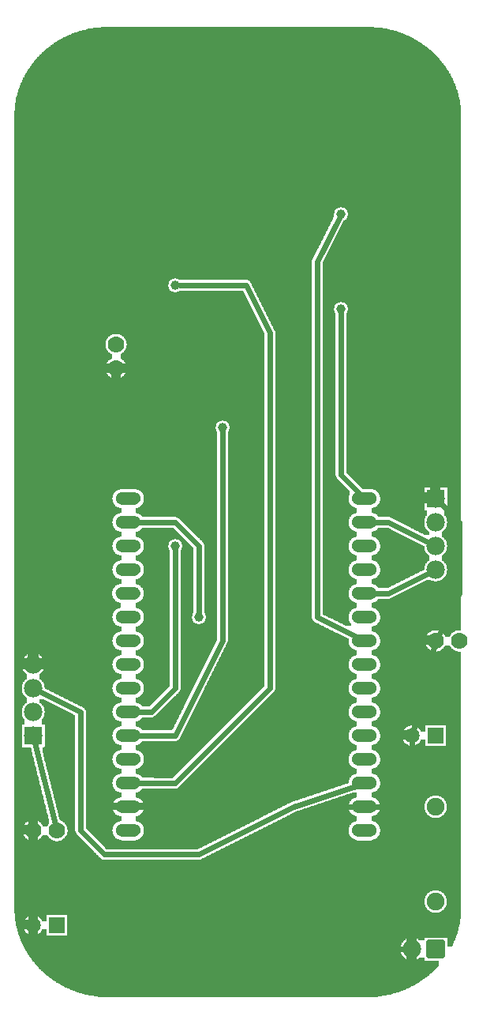
<source format=gbl>
G04 MADE WITH FRITZING*
G04 WWW.FRITZING.ORG*
G04 DOUBLE SIDED*
G04 HOLES PLATED*
G04 CONTOUR ON CENTER OF CONTOUR VECTOR*
%ASAXBY*%
%FSLAX23Y23*%
%MOIN*%
%OFA0B0*%
%SFA1.0B1.0*%
%ADD10C,0.075000*%
%ADD11C,0.070000*%
%ADD12C,0.065000*%
%ADD13C,0.078000*%
%ADD14C,0.039370*%
%ADD15C,0.052000*%
%ADD16R,0.078000X0.078000*%
%ADD17C,0.024000*%
%ADD18C,0.020000*%
%ADD19R,0.001000X0.001000*%
%LNCOPPER0*%
G90*
G70*
G54D10*
X1647Y1951D03*
X302Y4050D03*
G54D11*
X120Y743D03*
X220Y743D03*
X1820Y1543D03*
X1920Y1543D03*
X470Y2693D03*
X470Y2793D03*
G54D12*
X1720Y1143D03*
X1820Y1143D03*
X120Y343D03*
X220Y343D03*
G54D10*
X1820Y843D03*
X1820Y443D03*
G54D13*
X120Y1143D03*
X120Y1243D03*
X120Y1343D03*
X120Y1443D03*
X1820Y2143D03*
X1820Y2043D03*
X1820Y1943D03*
X1820Y1843D03*
X1820Y243D03*
X1720Y243D03*
G54D14*
X1420Y3343D03*
X1420Y2943D03*
X720Y1943D03*
X720Y3043D03*
X920Y2443D03*
X820Y1643D03*
G54D15*
X1520Y743D03*
X1520Y843D03*
X1520Y943D03*
X1520Y1043D03*
X1520Y1143D03*
X1520Y1243D03*
X1520Y1343D03*
X1520Y1443D03*
X1520Y1543D03*
X1520Y1643D03*
X1520Y1743D03*
X1520Y1843D03*
X1520Y1943D03*
X1520Y2043D03*
X1520Y2143D03*
X520Y2143D03*
X520Y2043D03*
X520Y1943D03*
X520Y1843D03*
X520Y1743D03*
X520Y1643D03*
X520Y1543D03*
X520Y1443D03*
X520Y1343D03*
X520Y1243D03*
X520Y1143D03*
X520Y1043D03*
X520Y943D03*
X520Y843D03*
X520Y743D03*
G54D16*
X120Y1143D03*
X1820Y2143D03*
G54D17*
X1814Y1517D02*
X1726Y1167D01*
D02*
X1920Y1743D02*
X1832Y1566D01*
D02*
X1920Y2043D02*
X1920Y1743D01*
D02*
X1842Y2122D02*
X1920Y2043D01*
D02*
X127Y1114D02*
X214Y768D01*
D02*
X1619Y843D02*
X1520Y843D01*
D02*
X1721Y942D02*
X1619Y843D01*
D02*
X1720Y1118D02*
X1721Y942D01*
D02*
X1220Y843D02*
X1492Y933D01*
D02*
X320Y743D02*
X420Y642D01*
D02*
X320Y1242D02*
X320Y1143D01*
D02*
X320Y1143D02*
X320Y743D01*
D02*
X821Y642D02*
X1220Y843D01*
D02*
X147Y1329D02*
X320Y1242D01*
D02*
X420Y642D02*
X821Y642D01*
D02*
X1620Y1743D02*
X1550Y1743D01*
D02*
X1793Y1829D02*
X1620Y1743D01*
D02*
X1620Y2043D02*
X1550Y2043D01*
D02*
X1793Y1956D02*
X1620Y2043D01*
D02*
X1320Y1642D02*
X1320Y3143D01*
D02*
X1320Y3143D02*
X1412Y3326D01*
D02*
X1493Y1556D02*
X1320Y1642D01*
D02*
X1420Y2243D02*
X1420Y2924D01*
D02*
X1499Y2164D02*
X1420Y2243D01*
D02*
X919Y1543D02*
X920Y2424D01*
D02*
X720Y1143D02*
X919Y1543D01*
D02*
X550Y1143D02*
X720Y1143D01*
D02*
X620Y1243D02*
X720Y1342D01*
D02*
X720Y1342D02*
X720Y1924D01*
D02*
X550Y1243D02*
X620Y1243D01*
D02*
X821Y1944D02*
X820Y1662D01*
D02*
X720Y2042D02*
X821Y1944D01*
D02*
X550Y2043D02*
X720Y2042D01*
D02*
X719Y942D02*
X1120Y1342D01*
D02*
X1120Y1342D02*
X1120Y2844D01*
D02*
X550Y943D02*
X719Y942D01*
D02*
X1120Y2844D02*
X1020Y3044D01*
D02*
X1020Y3044D02*
X739Y3043D01*
D02*
X1320Y742D02*
X1320Y343D01*
D02*
X1421Y843D02*
X1320Y742D01*
D02*
X1320Y343D02*
X1421Y242D01*
D02*
X1490Y843D02*
X1421Y843D01*
D02*
X1421Y242D02*
X1690Y243D01*
G36*
X1580Y2021D02*
X1580Y2019D01*
X1578Y2019D01*
X1578Y2017D01*
X1576Y2017D01*
X1576Y2015D01*
X1574Y2015D01*
X1574Y2013D01*
X1572Y2013D01*
X1572Y2011D01*
X1570Y2011D01*
X1570Y2009D01*
X1568Y2009D01*
X1568Y2007D01*
X1564Y2007D01*
X1564Y2005D01*
X1558Y2005D01*
X1558Y2003D01*
X1550Y2003D01*
X1550Y1983D01*
X1556Y1983D01*
X1556Y1981D01*
X1562Y1981D01*
X1562Y1979D01*
X1566Y1979D01*
X1566Y1977D01*
X1568Y1977D01*
X1568Y1975D01*
X1570Y1975D01*
X1570Y1973D01*
X1574Y1973D01*
X1574Y1971D01*
X1576Y1971D01*
X1576Y1967D01*
X1578Y1967D01*
X1578Y1965D01*
X1580Y1965D01*
X1580Y1961D01*
X1582Y1961D01*
X1582Y1957D01*
X1584Y1957D01*
X1584Y1951D01*
X1586Y1951D01*
X1586Y1933D01*
X1584Y1933D01*
X1584Y1927D01*
X1582Y1927D01*
X1582Y1923D01*
X1580Y1923D01*
X1580Y1919D01*
X1578Y1919D01*
X1578Y1917D01*
X1576Y1917D01*
X1576Y1915D01*
X1574Y1915D01*
X1574Y1913D01*
X1572Y1913D01*
X1572Y1911D01*
X1570Y1911D01*
X1570Y1909D01*
X1566Y1909D01*
X1566Y1907D01*
X1564Y1907D01*
X1564Y1905D01*
X1558Y1905D01*
X1558Y1903D01*
X1550Y1903D01*
X1550Y1883D01*
X1556Y1883D01*
X1556Y1881D01*
X1562Y1881D01*
X1562Y1879D01*
X1566Y1879D01*
X1566Y1877D01*
X1568Y1877D01*
X1568Y1875D01*
X1572Y1875D01*
X1572Y1873D01*
X1574Y1873D01*
X1574Y1871D01*
X1576Y1871D01*
X1576Y1867D01*
X1578Y1867D01*
X1578Y1865D01*
X1580Y1865D01*
X1580Y1861D01*
X1582Y1861D01*
X1582Y1859D01*
X1584Y1859D01*
X1584Y1851D01*
X1586Y1851D01*
X1586Y1833D01*
X1584Y1833D01*
X1584Y1827D01*
X1582Y1827D01*
X1582Y1823D01*
X1580Y1823D01*
X1580Y1819D01*
X1578Y1819D01*
X1578Y1817D01*
X1576Y1817D01*
X1576Y1815D01*
X1574Y1815D01*
X1574Y1813D01*
X1572Y1813D01*
X1572Y1811D01*
X1570Y1811D01*
X1570Y1809D01*
X1568Y1809D01*
X1568Y1807D01*
X1564Y1807D01*
X1564Y1805D01*
X1558Y1805D01*
X1558Y1803D01*
X1550Y1803D01*
X1550Y1783D01*
X1556Y1783D01*
X1556Y1781D01*
X1562Y1781D01*
X1562Y1779D01*
X1566Y1779D01*
X1566Y1777D01*
X1568Y1777D01*
X1568Y1775D01*
X1570Y1775D01*
X1570Y1773D01*
X1574Y1773D01*
X1574Y1771D01*
X1576Y1771D01*
X1576Y1767D01*
X1578Y1767D01*
X1578Y1765D01*
X1618Y1765D01*
X1618Y1767D01*
X1622Y1767D01*
X1622Y1769D01*
X1626Y1769D01*
X1626Y1771D01*
X1630Y1771D01*
X1630Y1773D01*
X1634Y1773D01*
X1634Y1775D01*
X1638Y1775D01*
X1638Y1777D01*
X1642Y1777D01*
X1642Y1779D01*
X1646Y1779D01*
X1646Y1781D01*
X1650Y1781D01*
X1650Y1783D01*
X1654Y1783D01*
X1654Y1785D01*
X1658Y1785D01*
X1658Y1787D01*
X1662Y1787D01*
X1662Y1789D01*
X1666Y1789D01*
X1666Y1791D01*
X1670Y1791D01*
X1670Y1793D01*
X1674Y1793D01*
X1674Y1795D01*
X1678Y1795D01*
X1678Y1797D01*
X1682Y1797D01*
X1682Y1799D01*
X1686Y1799D01*
X1686Y1801D01*
X1690Y1801D01*
X1690Y1803D01*
X1694Y1803D01*
X1694Y1805D01*
X1698Y1805D01*
X1698Y1807D01*
X1702Y1807D01*
X1702Y1809D01*
X1706Y1809D01*
X1706Y1811D01*
X1710Y1811D01*
X1710Y1813D01*
X1714Y1813D01*
X1714Y1815D01*
X1718Y1815D01*
X1718Y1817D01*
X1722Y1817D01*
X1722Y1819D01*
X1726Y1819D01*
X1726Y1821D01*
X1730Y1821D01*
X1730Y1823D01*
X1734Y1823D01*
X1734Y1825D01*
X1738Y1825D01*
X1738Y1827D01*
X1742Y1827D01*
X1742Y1829D01*
X1746Y1829D01*
X1746Y1831D01*
X1750Y1831D01*
X1750Y1833D01*
X1754Y1833D01*
X1754Y1835D01*
X1758Y1835D01*
X1758Y1837D01*
X1762Y1837D01*
X1762Y1839D01*
X1766Y1839D01*
X1766Y1841D01*
X1770Y1841D01*
X1770Y1843D01*
X1772Y1843D01*
X1772Y1855D01*
X1774Y1855D01*
X1774Y1861D01*
X1776Y1861D01*
X1776Y1865D01*
X1778Y1865D01*
X1778Y1869D01*
X1780Y1869D01*
X1780Y1871D01*
X1782Y1871D01*
X1782Y1875D01*
X1784Y1875D01*
X1784Y1877D01*
X1786Y1877D01*
X1786Y1879D01*
X1788Y1879D01*
X1788Y1881D01*
X1792Y1881D01*
X1792Y1903D01*
X1790Y1903D01*
X1790Y1905D01*
X1788Y1905D01*
X1788Y1907D01*
X1786Y1907D01*
X1786Y1909D01*
X1784Y1909D01*
X1784Y1911D01*
X1782Y1911D01*
X1782Y1913D01*
X1780Y1913D01*
X1780Y1917D01*
X1778Y1917D01*
X1778Y1919D01*
X1776Y1919D01*
X1776Y1923D01*
X1774Y1923D01*
X1774Y1931D01*
X1772Y1931D01*
X1772Y1943D01*
X1768Y1943D01*
X1768Y1945D01*
X1764Y1945D01*
X1764Y1947D01*
X1760Y1947D01*
X1760Y1949D01*
X1756Y1949D01*
X1756Y1951D01*
X1752Y1951D01*
X1752Y1953D01*
X1748Y1953D01*
X1748Y1955D01*
X1744Y1955D01*
X1744Y1957D01*
X1740Y1957D01*
X1740Y1959D01*
X1736Y1959D01*
X1736Y1961D01*
X1732Y1961D01*
X1732Y1963D01*
X1728Y1963D01*
X1728Y1965D01*
X1724Y1965D01*
X1724Y1967D01*
X1720Y1967D01*
X1720Y1969D01*
X1716Y1969D01*
X1716Y1971D01*
X1712Y1971D01*
X1712Y1973D01*
X1708Y1973D01*
X1708Y1975D01*
X1704Y1975D01*
X1704Y1977D01*
X1700Y1977D01*
X1700Y1979D01*
X1696Y1979D01*
X1696Y1981D01*
X1692Y1981D01*
X1692Y1983D01*
X1688Y1983D01*
X1688Y1985D01*
X1684Y1985D01*
X1684Y1987D01*
X1680Y1987D01*
X1680Y1989D01*
X1676Y1989D01*
X1676Y1991D01*
X1672Y1991D01*
X1672Y1993D01*
X1668Y1993D01*
X1668Y1995D01*
X1664Y1995D01*
X1664Y1997D01*
X1660Y1997D01*
X1660Y1999D01*
X1656Y1999D01*
X1656Y2001D01*
X1652Y2001D01*
X1652Y2003D01*
X1648Y2003D01*
X1648Y2005D01*
X1644Y2005D01*
X1644Y2007D01*
X1640Y2007D01*
X1640Y2009D01*
X1636Y2009D01*
X1636Y2011D01*
X1632Y2011D01*
X1632Y2013D01*
X1630Y2013D01*
X1630Y2015D01*
X1626Y2015D01*
X1626Y2017D01*
X1622Y2017D01*
X1622Y2019D01*
X1618Y2019D01*
X1618Y2021D01*
X1580Y2021D01*
G37*
D02*
G36*
X408Y4133D02*
X408Y4131D01*
X388Y4131D01*
X388Y4129D01*
X372Y4129D01*
X372Y4127D01*
X360Y4127D01*
X360Y4125D01*
X350Y4125D01*
X350Y4123D01*
X342Y4123D01*
X342Y4121D01*
X334Y4121D01*
X334Y4119D01*
X326Y4119D01*
X326Y4117D01*
X318Y4117D01*
X318Y4115D01*
X312Y4115D01*
X312Y4113D01*
X306Y4113D01*
X306Y4111D01*
X300Y4111D01*
X300Y4109D01*
X294Y4109D01*
X294Y4107D01*
X290Y4107D01*
X290Y4105D01*
X284Y4105D01*
X284Y4103D01*
X280Y4103D01*
X280Y4101D01*
X274Y4101D01*
X274Y4099D01*
X270Y4099D01*
X270Y4097D01*
X266Y4097D01*
X266Y4095D01*
X262Y4095D01*
X262Y4093D01*
X258Y4093D01*
X258Y4091D01*
X252Y4091D01*
X252Y4089D01*
X248Y4089D01*
X248Y4087D01*
X246Y4087D01*
X246Y4085D01*
X242Y4085D01*
X242Y4083D01*
X238Y4083D01*
X238Y4081D01*
X234Y4081D01*
X234Y4079D01*
X230Y4079D01*
X230Y4077D01*
X228Y4077D01*
X228Y4075D01*
X224Y4075D01*
X224Y4073D01*
X220Y4073D01*
X220Y4071D01*
X218Y4071D01*
X218Y4069D01*
X214Y4069D01*
X214Y4067D01*
X212Y4067D01*
X212Y4065D01*
X208Y4065D01*
X208Y4063D01*
X206Y4063D01*
X206Y4061D01*
X202Y4061D01*
X202Y4059D01*
X200Y4059D01*
X200Y4057D01*
X196Y4057D01*
X196Y4055D01*
X194Y4055D01*
X194Y4053D01*
X192Y4053D01*
X192Y4051D01*
X188Y4051D01*
X188Y4049D01*
X186Y4049D01*
X186Y4047D01*
X184Y4047D01*
X184Y4045D01*
X182Y4045D01*
X182Y4043D01*
X178Y4043D01*
X178Y4041D01*
X176Y4041D01*
X176Y4039D01*
X174Y4039D01*
X174Y4037D01*
X172Y4037D01*
X172Y4035D01*
X170Y4035D01*
X170Y4033D01*
X166Y4033D01*
X166Y4031D01*
X164Y4031D01*
X164Y4029D01*
X162Y4029D01*
X162Y4027D01*
X160Y4027D01*
X160Y4025D01*
X158Y4025D01*
X158Y4023D01*
X156Y4023D01*
X156Y4021D01*
X154Y4021D01*
X154Y4019D01*
X152Y4019D01*
X152Y4017D01*
X150Y4017D01*
X150Y4015D01*
X148Y4015D01*
X148Y4013D01*
X146Y4013D01*
X146Y4011D01*
X144Y4011D01*
X144Y4009D01*
X142Y4009D01*
X142Y4007D01*
X140Y4007D01*
X140Y4005D01*
X138Y4005D01*
X138Y4003D01*
X136Y4003D01*
X136Y4001D01*
X134Y4001D01*
X134Y3997D01*
X132Y3997D01*
X132Y3995D01*
X130Y3995D01*
X130Y3993D01*
X128Y3993D01*
X128Y3991D01*
X126Y3991D01*
X126Y3989D01*
X124Y3989D01*
X124Y3987D01*
X122Y3987D01*
X122Y3983D01*
X120Y3983D01*
X120Y3981D01*
X118Y3981D01*
X118Y3979D01*
X116Y3979D01*
X116Y3975D01*
X114Y3975D01*
X114Y3973D01*
X112Y3973D01*
X112Y3971D01*
X110Y3971D01*
X110Y3967D01*
X108Y3967D01*
X108Y3965D01*
X106Y3965D01*
X106Y3961D01*
X104Y3961D01*
X104Y3959D01*
X102Y3959D01*
X102Y3955D01*
X100Y3955D01*
X100Y3953D01*
X98Y3953D01*
X98Y3949D01*
X96Y3949D01*
X96Y3947D01*
X94Y3947D01*
X94Y3943D01*
X92Y3943D01*
X92Y3939D01*
X90Y3939D01*
X90Y3937D01*
X88Y3937D01*
X88Y3933D01*
X86Y3933D01*
X86Y3929D01*
X84Y3929D01*
X84Y3925D01*
X82Y3925D01*
X82Y3921D01*
X80Y3921D01*
X80Y3919D01*
X78Y3919D01*
X78Y3913D01*
X76Y3913D01*
X76Y3909D01*
X74Y3909D01*
X74Y3905D01*
X72Y3905D01*
X72Y3901D01*
X70Y3901D01*
X70Y3897D01*
X68Y3897D01*
X68Y3891D01*
X66Y3891D01*
X66Y3887D01*
X64Y3887D01*
X64Y3881D01*
X62Y3881D01*
X62Y3875D01*
X60Y3875D01*
X60Y3869D01*
X58Y3869D01*
X58Y3863D01*
X56Y3863D01*
X56Y3857D01*
X54Y3857D01*
X54Y3851D01*
X52Y3851D01*
X52Y3843D01*
X50Y3843D01*
X50Y3835D01*
X48Y3835D01*
X48Y3825D01*
X46Y3825D01*
X46Y3813D01*
X44Y3813D01*
X44Y3799D01*
X42Y3799D01*
X42Y3779D01*
X40Y3779D01*
X40Y3373D01*
X1422Y3373D01*
X1422Y3371D01*
X1432Y3371D01*
X1432Y3369D01*
X1436Y3369D01*
X1436Y3367D01*
X1438Y3367D01*
X1438Y3365D01*
X1440Y3365D01*
X1440Y3363D01*
X1442Y3363D01*
X1442Y3361D01*
X1444Y3361D01*
X1444Y3359D01*
X1446Y3359D01*
X1446Y3355D01*
X1448Y3355D01*
X1448Y3349D01*
X1450Y3349D01*
X1450Y3337D01*
X1448Y3337D01*
X1448Y3331D01*
X1446Y3331D01*
X1446Y3327D01*
X1444Y3327D01*
X1444Y3323D01*
X1442Y3323D01*
X1442Y3321D01*
X1440Y3321D01*
X1440Y3319D01*
X1436Y3319D01*
X1436Y3317D01*
X1434Y3317D01*
X1434Y3315D01*
X1430Y3315D01*
X1430Y3311D01*
X1428Y3311D01*
X1428Y3307D01*
X1426Y3307D01*
X1426Y3303D01*
X1424Y3303D01*
X1424Y3299D01*
X1422Y3299D01*
X1422Y3295D01*
X1420Y3295D01*
X1420Y3291D01*
X1418Y3291D01*
X1418Y3287D01*
X1416Y3287D01*
X1416Y3283D01*
X1414Y3283D01*
X1414Y3279D01*
X1412Y3279D01*
X1412Y3275D01*
X1410Y3275D01*
X1410Y3271D01*
X1408Y3271D01*
X1408Y3267D01*
X1406Y3267D01*
X1406Y3263D01*
X1404Y3263D01*
X1404Y3259D01*
X1402Y3259D01*
X1402Y3255D01*
X1400Y3255D01*
X1400Y3251D01*
X1398Y3251D01*
X1398Y3247D01*
X1396Y3247D01*
X1396Y3243D01*
X1394Y3243D01*
X1394Y3239D01*
X1392Y3239D01*
X1392Y3235D01*
X1390Y3235D01*
X1390Y3231D01*
X1388Y3231D01*
X1388Y3227D01*
X1386Y3227D01*
X1386Y3223D01*
X1384Y3223D01*
X1384Y3219D01*
X1382Y3219D01*
X1382Y3215D01*
X1380Y3215D01*
X1380Y3211D01*
X1378Y3211D01*
X1378Y3207D01*
X1376Y3207D01*
X1376Y3203D01*
X1374Y3203D01*
X1374Y3199D01*
X1372Y3199D01*
X1372Y3195D01*
X1370Y3195D01*
X1370Y3191D01*
X1368Y3191D01*
X1368Y3187D01*
X1366Y3187D01*
X1366Y3183D01*
X1364Y3183D01*
X1364Y3179D01*
X1362Y3179D01*
X1362Y3175D01*
X1360Y3175D01*
X1360Y3171D01*
X1358Y3171D01*
X1358Y3167D01*
X1356Y3167D01*
X1356Y3163D01*
X1354Y3163D01*
X1354Y3159D01*
X1352Y3159D01*
X1352Y3155D01*
X1350Y3155D01*
X1350Y3151D01*
X1348Y3151D01*
X1348Y3147D01*
X1346Y3147D01*
X1346Y3143D01*
X1344Y3143D01*
X1344Y3139D01*
X1342Y3139D01*
X1342Y2973D01*
X1422Y2973D01*
X1422Y2971D01*
X1432Y2971D01*
X1432Y2969D01*
X1436Y2969D01*
X1436Y2967D01*
X1438Y2967D01*
X1438Y2965D01*
X1440Y2965D01*
X1440Y2963D01*
X1442Y2963D01*
X1442Y2961D01*
X1444Y2961D01*
X1444Y2959D01*
X1446Y2959D01*
X1446Y2955D01*
X1448Y2955D01*
X1448Y2949D01*
X1450Y2949D01*
X1450Y2937D01*
X1448Y2937D01*
X1448Y2931D01*
X1446Y2931D01*
X1446Y2927D01*
X1444Y2927D01*
X1444Y2923D01*
X1442Y2923D01*
X1442Y2251D01*
X1444Y2251D01*
X1444Y2249D01*
X1446Y2249D01*
X1446Y2247D01*
X1448Y2247D01*
X1448Y2245D01*
X1450Y2245D01*
X1450Y2243D01*
X1452Y2243D01*
X1452Y2241D01*
X1454Y2241D01*
X1454Y2239D01*
X1456Y2239D01*
X1456Y2237D01*
X1458Y2237D01*
X1458Y2235D01*
X1460Y2235D01*
X1460Y2233D01*
X1462Y2233D01*
X1462Y2231D01*
X1464Y2231D01*
X1464Y2229D01*
X1466Y2229D01*
X1466Y2227D01*
X1468Y2227D01*
X1468Y2225D01*
X1470Y2225D01*
X1470Y2223D01*
X1472Y2223D01*
X1472Y2221D01*
X1474Y2221D01*
X1474Y2219D01*
X1476Y2219D01*
X1476Y2217D01*
X1478Y2217D01*
X1478Y2215D01*
X1480Y2215D01*
X1480Y2213D01*
X1482Y2213D01*
X1482Y2211D01*
X1484Y2211D01*
X1484Y2209D01*
X1486Y2209D01*
X1486Y2207D01*
X1488Y2207D01*
X1488Y2205D01*
X1490Y2205D01*
X1490Y2203D01*
X1492Y2203D01*
X1492Y2201D01*
X1494Y2201D01*
X1494Y2199D01*
X1496Y2199D01*
X1496Y2197D01*
X1498Y2197D01*
X1498Y2195D01*
X1500Y2195D01*
X1500Y2193D01*
X1502Y2193D01*
X1502Y2191D01*
X1870Y2191D01*
X1870Y2095D01*
X1868Y2095D01*
X1868Y2093D01*
X1858Y2093D01*
X1858Y2071D01*
X1860Y2071D01*
X1860Y2069D01*
X1862Y2069D01*
X1862Y2065D01*
X1864Y2065D01*
X1864Y2063D01*
X1866Y2063D01*
X1866Y2055D01*
X1868Y2055D01*
X1868Y2045D01*
X1870Y2045D01*
X1870Y2041D01*
X1868Y2041D01*
X1868Y2029D01*
X1866Y2029D01*
X1866Y2023D01*
X1864Y2023D01*
X1864Y2019D01*
X1862Y2019D01*
X1862Y2015D01*
X1860Y2015D01*
X1860Y2013D01*
X1858Y2013D01*
X1858Y2011D01*
X1856Y2011D01*
X1856Y2009D01*
X1854Y2009D01*
X1854Y2007D01*
X1852Y2007D01*
X1852Y2005D01*
X1850Y2005D01*
X1850Y2003D01*
X1848Y2003D01*
X1848Y1981D01*
X1852Y1981D01*
X1852Y1979D01*
X1854Y1979D01*
X1854Y1977D01*
X1856Y1977D01*
X1856Y1975D01*
X1858Y1975D01*
X1858Y1971D01*
X1860Y1971D01*
X1860Y1969D01*
X1862Y1969D01*
X1862Y1965D01*
X1864Y1965D01*
X1864Y1963D01*
X1866Y1963D01*
X1866Y1955D01*
X1868Y1955D01*
X1868Y1945D01*
X1870Y1945D01*
X1870Y1941D01*
X1868Y1941D01*
X1868Y1929D01*
X1866Y1929D01*
X1866Y1923D01*
X1864Y1923D01*
X1864Y1919D01*
X1862Y1919D01*
X1862Y1915D01*
X1860Y1915D01*
X1860Y1913D01*
X1858Y1913D01*
X1858Y1911D01*
X1856Y1911D01*
X1856Y1909D01*
X1854Y1909D01*
X1854Y1907D01*
X1852Y1907D01*
X1852Y1905D01*
X1850Y1905D01*
X1850Y1903D01*
X1848Y1903D01*
X1848Y1881D01*
X1852Y1881D01*
X1852Y1879D01*
X1854Y1879D01*
X1854Y1877D01*
X1856Y1877D01*
X1856Y1875D01*
X1858Y1875D01*
X1858Y1871D01*
X1860Y1871D01*
X1860Y1869D01*
X1862Y1869D01*
X1862Y1865D01*
X1864Y1865D01*
X1864Y1863D01*
X1866Y1863D01*
X1866Y1855D01*
X1868Y1855D01*
X1868Y1845D01*
X1870Y1845D01*
X1870Y1841D01*
X1868Y1841D01*
X1868Y1829D01*
X1866Y1829D01*
X1866Y1823D01*
X1864Y1823D01*
X1864Y1819D01*
X1862Y1819D01*
X1862Y1815D01*
X1860Y1815D01*
X1860Y1813D01*
X1858Y1813D01*
X1858Y1811D01*
X1856Y1811D01*
X1856Y1809D01*
X1854Y1809D01*
X1854Y1807D01*
X1852Y1807D01*
X1852Y1805D01*
X1850Y1805D01*
X1850Y1803D01*
X1848Y1803D01*
X1848Y1801D01*
X1844Y1801D01*
X1844Y1799D01*
X1840Y1799D01*
X1840Y1797D01*
X1834Y1797D01*
X1834Y1795D01*
X1826Y1795D01*
X1826Y1793D01*
X1928Y1793D01*
X1928Y3785D01*
X1926Y3785D01*
X1926Y3803D01*
X1924Y3803D01*
X1924Y3817D01*
X1922Y3817D01*
X1922Y3827D01*
X1920Y3827D01*
X1920Y3837D01*
X1918Y3837D01*
X1918Y3845D01*
X1916Y3845D01*
X1916Y3853D01*
X1914Y3853D01*
X1914Y3859D01*
X1912Y3859D01*
X1912Y3865D01*
X1910Y3865D01*
X1910Y3871D01*
X1908Y3871D01*
X1908Y3877D01*
X1906Y3877D01*
X1906Y3883D01*
X1904Y3883D01*
X1904Y3887D01*
X1902Y3887D01*
X1902Y3893D01*
X1900Y3893D01*
X1900Y3897D01*
X1898Y3897D01*
X1898Y3903D01*
X1896Y3903D01*
X1896Y3907D01*
X1894Y3907D01*
X1894Y3911D01*
X1892Y3911D01*
X1892Y3915D01*
X1890Y3915D01*
X1890Y3919D01*
X1888Y3919D01*
X1888Y3923D01*
X1886Y3923D01*
X1886Y3927D01*
X1884Y3927D01*
X1884Y3931D01*
X1882Y3931D01*
X1882Y3935D01*
X1880Y3935D01*
X1880Y3937D01*
X1878Y3937D01*
X1878Y3941D01*
X1876Y3941D01*
X1876Y3945D01*
X1874Y3945D01*
X1874Y3947D01*
X1872Y3947D01*
X1872Y3951D01*
X1870Y3951D01*
X1870Y3953D01*
X1868Y3953D01*
X1868Y3957D01*
X1866Y3957D01*
X1866Y3959D01*
X1864Y3959D01*
X1864Y3963D01*
X1862Y3963D01*
X1862Y3965D01*
X1860Y3965D01*
X1860Y3969D01*
X1858Y3969D01*
X1858Y3971D01*
X1856Y3971D01*
X1856Y3973D01*
X1854Y3973D01*
X1854Y3977D01*
X1852Y3977D01*
X1852Y3979D01*
X1850Y3979D01*
X1850Y3981D01*
X1848Y3981D01*
X1848Y3985D01*
X1846Y3985D01*
X1846Y3987D01*
X1844Y3987D01*
X1844Y3989D01*
X1842Y3989D01*
X1842Y3991D01*
X1840Y3991D01*
X1840Y3993D01*
X1838Y3993D01*
X1838Y3997D01*
X1836Y3997D01*
X1836Y3999D01*
X1834Y3999D01*
X1834Y4001D01*
X1832Y4001D01*
X1832Y4003D01*
X1830Y4003D01*
X1830Y4005D01*
X1828Y4005D01*
X1828Y4007D01*
X1826Y4007D01*
X1826Y4009D01*
X1824Y4009D01*
X1824Y4011D01*
X1822Y4011D01*
X1822Y4013D01*
X1820Y4013D01*
X1820Y4015D01*
X1818Y4015D01*
X1818Y4017D01*
X1816Y4017D01*
X1816Y4019D01*
X1814Y4019D01*
X1814Y4021D01*
X1812Y4021D01*
X1812Y4023D01*
X1810Y4023D01*
X1810Y4025D01*
X1808Y4025D01*
X1808Y4027D01*
X1806Y4027D01*
X1806Y4029D01*
X1804Y4029D01*
X1804Y4031D01*
X1802Y4031D01*
X1802Y4033D01*
X1800Y4033D01*
X1800Y4035D01*
X1796Y4035D01*
X1796Y4037D01*
X1794Y4037D01*
X1794Y4039D01*
X1792Y4039D01*
X1792Y4041D01*
X1790Y4041D01*
X1790Y4043D01*
X1788Y4043D01*
X1788Y4045D01*
X1784Y4045D01*
X1784Y4047D01*
X1782Y4047D01*
X1782Y4049D01*
X1780Y4049D01*
X1780Y4051D01*
X1776Y4051D01*
X1776Y4053D01*
X1774Y4053D01*
X1774Y4055D01*
X1772Y4055D01*
X1772Y4057D01*
X1768Y4057D01*
X1768Y4059D01*
X1766Y4059D01*
X1766Y4061D01*
X1764Y4061D01*
X1764Y4063D01*
X1760Y4063D01*
X1760Y4065D01*
X1758Y4065D01*
X1758Y4067D01*
X1754Y4067D01*
X1754Y4069D01*
X1752Y4069D01*
X1752Y4071D01*
X1748Y4071D01*
X1748Y4073D01*
X1744Y4073D01*
X1744Y4075D01*
X1742Y4075D01*
X1742Y4077D01*
X1738Y4077D01*
X1738Y4079D01*
X1734Y4079D01*
X1734Y4081D01*
X1730Y4081D01*
X1730Y4083D01*
X1728Y4083D01*
X1728Y4085D01*
X1724Y4085D01*
X1724Y4087D01*
X1720Y4087D01*
X1720Y4089D01*
X1716Y4089D01*
X1716Y4091D01*
X1712Y4091D01*
X1712Y4093D01*
X1708Y4093D01*
X1708Y4095D01*
X1704Y4095D01*
X1704Y4097D01*
X1698Y4097D01*
X1698Y4099D01*
X1694Y4099D01*
X1694Y4101D01*
X1690Y4101D01*
X1690Y4103D01*
X1684Y4103D01*
X1684Y4105D01*
X1680Y4105D01*
X1680Y4107D01*
X1674Y4107D01*
X1674Y4109D01*
X1668Y4109D01*
X1668Y4111D01*
X1662Y4111D01*
X1662Y4113D01*
X1656Y4113D01*
X1656Y4115D01*
X1650Y4115D01*
X1650Y4117D01*
X1642Y4117D01*
X1642Y4119D01*
X1636Y4119D01*
X1636Y4121D01*
X1626Y4121D01*
X1626Y4123D01*
X1618Y4123D01*
X1618Y4125D01*
X1608Y4125D01*
X1608Y4127D01*
X1596Y4127D01*
X1596Y4129D01*
X1582Y4129D01*
X1582Y4131D01*
X1560Y4131D01*
X1560Y4133D01*
X408Y4133D01*
G37*
D02*
G36*
X40Y3373D02*
X40Y3073D01*
X722Y3073D01*
X722Y3071D01*
X732Y3071D01*
X732Y3069D01*
X734Y3069D01*
X734Y3067D01*
X738Y3067D01*
X738Y3065D01*
X1028Y3065D01*
X1028Y3063D01*
X1032Y3063D01*
X1032Y3061D01*
X1034Y3061D01*
X1034Y3059D01*
X1036Y3059D01*
X1036Y3057D01*
X1038Y3057D01*
X1038Y3053D01*
X1040Y3053D01*
X1040Y3049D01*
X1042Y3049D01*
X1042Y3045D01*
X1044Y3045D01*
X1044Y3041D01*
X1046Y3041D01*
X1046Y3037D01*
X1048Y3037D01*
X1048Y3033D01*
X1050Y3033D01*
X1050Y3029D01*
X1052Y3029D01*
X1052Y3025D01*
X1054Y3025D01*
X1054Y3021D01*
X1056Y3021D01*
X1056Y3017D01*
X1058Y3017D01*
X1058Y3013D01*
X1060Y3013D01*
X1060Y3009D01*
X1062Y3009D01*
X1062Y3005D01*
X1064Y3005D01*
X1064Y3001D01*
X1066Y3001D01*
X1066Y2997D01*
X1068Y2997D01*
X1068Y2993D01*
X1070Y2993D01*
X1070Y2989D01*
X1072Y2989D01*
X1072Y2985D01*
X1074Y2985D01*
X1074Y2981D01*
X1076Y2981D01*
X1076Y2977D01*
X1078Y2977D01*
X1078Y2973D01*
X1080Y2973D01*
X1080Y2969D01*
X1082Y2969D01*
X1082Y2965D01*
X1084Y2965D01*
X1084Y2961D01*
X1086Y2961D01*
X1086Y2957D01*
X1088Y2957D01*
X1088Y2953D01*
X1090Y2953D01*
X1090Y2949D01*
X1092Y2949D01*
X1092Y2945D01*
X1094Y2945D01*
X1094Y2941D01*
X1096Y2941D01*
X1096Y2937D01*
X1098Y2937D01*
X1098Y2933D01*
X1100Y2933D01*
X1100Y2929D01*
X1102Y2929D01*
X1102Y2925D01*
X1104Y2925D01*
X1104Y2921D01*
X1106Y2921D01*
X1106Y2917D01*
X1108Y2917D01*
X1108Y2913D01*
X1110Y2913D01*
X1110Y2909D01*
X1112Y2909D01*
X1112Y2905D01*
X1114Y2905D01*
X1114Y2901D01*
X1116Y2901D01*
X1116Y2897D01*
X1118Y2897D01*
X1118Y2893D01*
X1120Y2893D01*
X1120Y2889D01*
X1122Y2889D01*
X1122Y2885D01*
X1124Y2885D01*
X1124Y2881D01*
X1126Y2881D01*
X1126Y2877D01*
X1128Y2877D01*
X1128Y2873D01*
X1130Y2873D01*
X1130Y2869D01*
X1132Y2869D01*
X1132Y2865D01*
X1134Y2865D01*
X1134Y2861D01*
X1136Y2861D01*
X1136Y2857D01*
X1138Y2857D01*
X1138Y2853D01*
X1140Y2853D01*
X1140Y2849D01*
X1142Y2849D01*
X1142Y1337D01*
X1140Y1337D01*
X1140Y1331D01*
X1138Y1331D01*
X1138Y1329D01*
X1136Y1329D01*
X1136Y1327D01*
X1134Y1327D01*
X1134Y1325D01*
X1132Y1325D01*
X1132Y1323D01*
X1130Y1323D01*
X1130Y1321D01*
X1128Y1321D01*
X1128Y1319D01*
X1126Y1319D01*
X1126Y1317D01*
X1124Y1317D01*
X1124Y1315D01*
X1122Y1315D01*
X1122Y1313D01*
X1120Y1313D01*
X1120Y1311D01*
X1118Y1311D01*
X1118Y1309D01*
X1116Y1309D01*
X1116Y1307D01*
X1114Y1307D01*
X1114Y1305D01*
X1112Y1305D01*
X1112Y1303D01*
X1110Y1303D01*
X1110Y1301D01*
X1108Y1301D01*
X1108Y1299D01*
X1106Y1299D01*
X1106Y1297D01*
X1104Y1297D01*
X1104Y1295D01*
X1102Y1295D01*
X1102Y1293D01*
X1100Y1293D01*
X1100Y1291D01*
X1098Y1291D01*
X1098Y1289D01*
X1096Y1289D01*
X1096Y1287D01*
X1094Y1287D01*
X1094Y1285D01*
X1092Y1285D01*
X1092Y1283D01*
X1090Y1283D01*
X1090Y1281D01*
X1088Y1281D01*
X1088Y1279D01*
X1086Y1279D01*
X1086Y1277D01*
X1084Y1277D01*
X1084Y1275D01*
X1082Y1275D01*
X1082Y1273D01*
X1080Y1273D01*
X1080Y1271D01*
X1078Y1271D01*
X1078Y1269D01*
X1076Y1269D01*
X1076Y1267D01*
X1074Y1267D01*
X1074Y1265D01*
X1072Y1265D01*
X1072Y1263D01*
X1070Y1263D01*
X1070Y1261D01*
X1068Y1261D01*
X1068Y1259D01*
X1066Y1259D01*
X1066Y1257D01*
X1064Y1257D01*
X1064Y1255D01*
X1062Y1255D01*
X1062Y1253D01*
X1060Y1253D01*
X1060Y1251D01*
X1058Y1251D01*
X1058Y1249D01*
X1056Y1249D01*
X1056Y1247D01*
X1054Y1247D01*
X1054Y1245D01*
X1052Y1245D01*
X1052Y1243D01*
X1050Y1243D01*
X1050Y1241D01*
X1048Y1241D01*
X1048Y1239D01*
X1046Y1239D01*
X1046Y1237D01*
X1044Y1237D01*
X1044Y1235D01*
X1042Y1235D01*
X1042Y1233D01*
X1040Y1233D01*
X1040Y1231D01*
X1038Y1231D01*
X1038Y1229D01*
X1036Y1229D01*
X1036Y1227D01*
X1034Y1227D01*
X1034Y1225D01*
X1032Y1225D01*
X1032Y1223D01*
X1030Y1223D01*
X1030Y1221D01*
X1028Y1221D01*
X1028Y1219D01*
X1026Y1219D01*
X1026Y1217D01*
X1024Y1217D01*
X1024Y1215D01*
X1022Y1215D01*
X1022Y1213D01*
X1020Y1213D01*
X1020Y1211D01*
X1018Y1211D01*
X1018Y1209D01*
X1016Y1209D01*
X1016Y1207D01*
X1014Y1207D01*
X1014Y1205D01*
X1012Y1205D01*
X1012Y1203D01*
X1010Y1203D01*
X1010Y1201D01*
X1008Y1201D01*
X1008Y1199D01*
X1006Y1199D01*
X1006Y1197D01*
X1004Y1197D01*
X1004Y1195D01*
X1002Y1195D01*
X1002Y1193D01*
X1000Y1193D01*
X1000Y1191D01*
X998Y1191D01*
X998Y1189D01*
X996Y1189D01*
X996Y1187D01*
X994Y1187D01*
X994Y1185D01*
X992Y1185D01*
X992Y1183D01*
X990Y1183D01*
X990Y1181D01*
X988Y1181D01*
X988Y1179D01*
X986Y1179D01*
X986Y1177D01*
X984Y1177D01*
X984Y1175D01*
X982Y1175D01*
X982Y1173D01*
X980Y1173D01*
X980Y1171D01*
X978Y1171D01*
X978Y1169D01*
X976Y1169D01*
X976Y1167D01*
X974Y1167D01*
X974Y1165D01*
X972Y1165D01*
X972Y1163D01*
X970Y1163D01*
X970Y1161D01*
X968Y1161D01*
X968Y1159D01*
X966Y1159D01*
X966Y1157D01*
X964Y1157D01*
X964Y1155D01*
X962Y1155D01*
X962Y1153D01*
X960Y1153D01*
X960Y1151D01*
X958Y1151D01*
X958Y1149D01*
X956Y1149D01*
X956Y1147D01*
X954Y1147D01*
X954Y1145D01*
X952Y1145D01*
X952Y1143D01*
X950Y1143D01*
X950Y1141D01*
X948Y1141D01*
X948Y1139D01*
X946Y1139D01*
X946Y1137D01*
X944Y1137D01*
X944Y1135D01*
X942Y1135D01*
X942Y1133D01*
X940Y1133D01*
X940Y1131D01*
X938Y1131D01*
X938Y1129D01*
X936Y1129D01*
X936Y1127D01*
X934Y1127D01*
X934Y1125D01*
X932Y1125D01*
X932Y1123D01*
X930Y1123D01*
X930Y1121D01*
X928Y1121D01*
X928Y1119D01*
X926Y1119D01*
X926Y1117D01*
X924Y1117D01*
X924Y1115D01*
X922Y1115D01*
X922Y1113D01*
X920Y1113D01*
X920Y1111D01*
X918Y1111D01*
X918Y1109D01*
X916Y1109D01*
X916Y1107D01*
X914Y1107D01*
X914Y1105D01*
X912Y1105D01*
X912Y1103D01*
X910Y1103D01*
X910Y1101D01*
X908Y1101D01*
X908Y1099D01*
X906Y1099D01*
X906Y1097D01*
X904Y1097D01*
X904Y1095D01*
X902Y1095D01*
X902Y1093D01*
X900Y1093D01*
X900Y1091D01*
X898Y1091D01*
X898Y1089D01*
X896Y1089D01*
X896Y1087D01*
X894Y1087D01*
X894Y1085D01*
X892Y1085D01*
X892Y1083D01*
X890Y1083D01*
X890Y1081D01*
X888Y1081D01*
X888Y1079D01*
X886Y1079D01*
X886Y1077D01*
X884Y1077D01*
X884Y1075D01*
X882Y1075D01*
X882Y1073D01*
X880Y1073D01*
X880Y1071D01*
X878Y1071D01*
X878Y1069D01*
X876Y1069D01*
X876Y1067D01*
X874Y1067D01*
X874Y1065D01*
X872Y1065D01*
X872Y1063D01*
X870Y1063D01*
X870Y1061D01*
X868Y1061D01*
X868Y1059D01*
X866Y1059D01*
X866Y1057D01*
X864Y1057D01*
X864Y1055D01*
X862Y1055D01*
X862Y1053D01*
X860Y1053D01*
X860Y1051D01*
X858Y1051D01*
X858Y1049D01*
X856Y1049D01*
X856Y1047D01*
X854Y1047D01*
X854Y1045D01*
X852Y1045D01*
X852Y1043D01*
X850Y1043D01*
X850Y1041D01*
X848Y1041D01*
X848Y1039D01*
X846Y1039D01*
X846Y1037D01*
X844Y1037D01*
X844Y1035D01*
X842Y1035D01*
X842Y1033D01*
X840Y1033D01*
X840Y1031D01*
X838Y1031D01*
X838Y1029D01*
X836Y1029D01*
X836Y1027D01*
X834Y1027D01*
X834Y1025D01*
X832Y1025D01*
X832Y1023D01*
X830Y1023D01*
X830Y1021D01*
X828Y1021D01*
X828Y1019D01*
X826Y1019D01*
X826Y1017D01*
X824Y1017D01*
X824Y1015D01*
X822Y1015D01*
X822Y1013D01*
X820Y1013D01*
X820Y1011D01*
X818Y1011D01*
X818Y1009D01*
X816Y1009D01*
X816Y1007D01*
X814Y1007D01*
X814Y1005D01*
X812Y1005D01*
X812Y1003D01*
X810Y1003D01*
X810Y1001D01*
X808Y1001D01*
X808Y999D01*
X806Y999D01*
X806Y997D01*
X804Y997D01*
X804Y995D01*
X802Y995D01*
X802Y993D01*
X800Y993D01*
X800Y991D01*
X798Y991D01*
X798Y989D01*
X796Y989D01*
X796Y987D01*
X794Y987D01*
X794Y985D01*
X792Y985D01*
X792Y983D01*
X790Y983D01*
X790Y981D01*
X788Y981D01*
X788Y979D01*
X786Y979D01*
X786Y977D01*
X784Y977D01*
X784Y975D01*
X782Y975D01*
X782Y973D01*
X780Y973D01*
X780Y971D01*
X778Y971D01*
X778Y969D01*
X776Y969D01*
X776Y967D01*
X774Y967D01*
X774Y965D01*
X772Y965D01*
X772Y963D01*
X770Y963D01*
X770Y961D01*
X768Y961D01*
X768Y959D01*
X766Y959D01*
X766Y957D01*
X764Y957D01*
X764Y955D01*
X762Y955D01*
X762Y953D01*
X760Y953D01*
X760Y951D01*
X758Y951D01*
X758Y949D01*
X756Y949D01*
X756Y947D01*
X754Y947D01*
X754Y945D01*
X752Y945D01*
X752Y943D01*
X750Y943D01*
X750Y941D01*
X748Y941D01*
X748Y939D01*
X746Y939D01*
X746Y937D01*
X744Y937D01*
X744Y935D01*
X742Y935D01*
X742Y933D01*
X740Y933D01*
X740Y931D01*
X738Y931D01*
X738Y929D01*
X736Y929D01*
X736Y927D01*
X734Y927D01*
X734Y925D01*
X732Y925D01*
X732Y923D01*
X730Y923D01*
X730Y921D01*
X724Y921D01*
X724Y919D01*
X1384Y919D01*
X1384Y921D01*
X1390Y921D01*
X1390Y923D01*
X1396Y923D01*
X1396Y925D01*
X1402Y925D01*
X1402Y927D01*
X1408Y927D01*
X1408Y929D01*
X1414Y929D01*
X1414Y931D01*
X1420Y931D01*
X1420Y933D01*
X1426Y933D01*
X1426Y935D01*
X1432Y935D01*
X1432Y937D01*
X1438Y937D01*
X1438Y939D01*
X1444Y939D01*
X1444Y941D01*
X1450Y941D01*
X1450Y943D01*
X1452Y943D01*
X1452Y951D01*
X1454Y951D01*
X1454Y957D01*
X1456Y957D01*
X1456Y961D01*
X1458Y961D01*
X1458Y965D01*
X1460Y965D01*
X1460Y967D01*
X1462Y967D01*
X1462Y971D01*
X1464Y971D01*
X1464Y973D01*
X1468Y973D01*
X1468Y975D01*
X1470Y975D01*
X1470Y977D01*
X1474Y977D01*
X1474Y979D01*
X1476Y979D01*
X1476Y981D01*
X1482Y981D01*
X1482Y983D01*
X1488Y983D01*
X1488Y1003D01*
X1480Y1003D01*
X1480Y1005D01*
X1474Y1005D01*
X1474Y1007D01*
X1472Y1007D01*
X1472Y1009D01*
X1468Y1009D01*
X1468Y1011D01*
X1466Y1011D01*
X1466Y1013D01*
X1464Y1013D01*
X1464Y1015D01*
X1462Y1015D01*
X1462Y1017D01*
X1460Y1017D01*
X1460Y1019D01*
X1458Y1019D01*
X1458Y1023D01*
X1456Y1023D01*
X1456Y1027D01*
X1454Y1027D01*
X1454Y1035D01*
X1452Y1035D01*
X1452Y1051D01*
X1454Y1051D01*
X1454Y1057D01*
X1456Y1057D01*
X1456Y1061D01*
X1458Y1061D01*
X1458Y1065D01*
X1460Y1065D01*
X1460Y1067D01*
X1462Y1067D01*
X1462Y1071D01*
X1464Y1071D01*
X1464Y1073D01*
X1468Y1073D01*
X1468Y1075D01*
X1470Y1075D01*
X1470Y1077D01*
X1474Y1077D01*
X1474Y1079D01*
X1476Y1079D01*
X1476Y1081D01*
X1482Y1081D01*
X1482Y1083D01*
X1488Y1083D01*
X1488Y1103D01*
X1480Y1103D01*
X1480Y1105D01*
X1474Y1105D01*
X1474Y1107D01*
X1472Y1107D01*
X1472Y1109D01*
X1468Y1109D01*
X1468Y1111D01*
X1466Y1111D01*
X1466Y1113D01*
X1464Y1113D01*
X1464Y1115D01*
X1462Y1115D01*
X1462Y1117D01*
X1460Y1117D01*
X1460Y1121D01*
X1458Y1121D01*
X1458Y1123D01*
X1456Y1123D01*
X1456Y1127D01*
X1454Y1127D01*
X1454Y1135D01*
X1452Y1135D01*
X1452Y1151D01*
X1454Y1151D01*
X1454Y1157D01*
X1456Y1157D01*
X1456Y1161D01*
X1458Y1161D01*
X1458Y1165D01*
X1460Y1165D01*
X1460Y1167D01*
X1462Y1167D01*
X1462Y1171D01*
X1464Y1171D01*
X1464Y1173D01*
X1468Y1173D01*
X1468Y1175D01*
X1470Y1175D01*
X1470Y1177D01*
X1474Y1177D01*
X1474Y1179D01*
X1476Y1179D01*
X1476Y1181D01*
X1482Y1181D01*
X1482Y1183D01*
X1488Y1183D01*
X1488Y1203D01*
X1480Y1203D01*
X1480Y1205D01*
X1474Y1205D01*
X1474Y1207D01*
X1472Y1207D01*
X1472Y1209D01*
X1468Y1209D01*
X1468Y1211D01*
X1466Y1211D01*
X1466Y1213D01*
X1464Y1213D01*
X1464Y1215D01*
X1462Y1215D01*
X1462Y1217D01*
X1460Y1217D01*
X1460Y1219D01*
X1458Y1219D01*
X1458Y1223D01*
X1456Y1223D01*
X1456Y1227D01*
X1454Y1227D01*
X1454Y1235D01*
X1452Y1235D01*
X1452Y1251D01*
X1454Y1251D01*
X1454Y1257D01*
X1456Y1257D01*
X1456Y1261D01*
X1458Y1261D01*
X1458Y1265D01*
X1460Y1265D01*
X1460Y1267D01*
X1462Y1267D01*
X1462Y1271D01*
X1464Y1271D01*
X1464Y1273D01*
X1468Y1273D01*
X1468Y1275D01*
X1470Y1275D01*
X1470Y1277D01*
X1474Y1277D01*
X1474Y1279D01*
X1476Y1279D01*
X1476Y1281D01*
X1482Y1281D01*
X1482Y1283D01*
X1488Y1283D01*
X1488Y1303D01*
X1480Y1303D01*
X1480Y1305D01*
X1474Y1305D01*
X1474Y1307D01*
X1472Y1307D01*
X1472Y1309D01*
X1468Y1309D01*
X1468Y1311D01*
X1466Y1311D01*
X1466Y1313D01*
X1464Y1313D01*
X1464Y1315D01*
X1462Y1315D01*
X1462Y1317D01*
X1460Y1317D01*
X1460Y1319D01*
X1458Y1319D01*
X1458Y1323D01*
X1456Y1323D01*
X1456Y1327D01*
X1454Y1327D01*
X1454Y1335D01*
X1452Y1335D01*
X1452Y1351D01*
X1454Y1351D01*
X1454Y1357D01*
X1456Y1357D01*
X1456Y1361D01*
X1458Y1361D01*
X1458Y1365D01*
X1460Y1365D01*
X1460Y1367D01*
X1462Y1367D01*
X1462Y1371D01*
X1464Y1371D01*
X1464Y1373D01*
X1468Y1373D01*
X1468Y1375D01*
X1470Y1375D01*
X1470Y1377D01*
X1474Y1377D01*
X1474Y1379D01*
X1476Y1379D01*
X1476Y1381D01*
X1482Y1381D01*
X1482Y1383D01*
X1488Y1383D01*
X1488Y1403D01*
X1480Y1403D01*
X1480Y1405D01*
X1474Y1405D01*
X1474Y1407D01*
X1472Y1407D01*
X1472Y1409D01*
X1468Y1409D01*
X1468Y1411D01*
X1466Y1411D01*
X1466Y1413D01*
X1464Y1413D01*
X1464Y1415D01*
X1462Y1415D01*
X1462Y1417D01*
X1460Y1417D01*
X1460Y1421D01*
X1458Y1421D01*
X1458Y1423D01*
X1456Y1423D01*
X1456Y1427D01*
X1454Y1427D01*
X1454Y1435D01*
X1452Y1435D01*
X1452Y1451D01*
X1454Y1451D01*
X1454Y1457D01*
X1456Y1457D01*
X1456Y1461D01*
X1458Y1461D01*
X1458Y1465D01*
X1460Y1465D01*
X1460Y1467D01*
X1462Y1467D01*
X1462Y1471D01*
X1464Y1471D01*
X1464Y1473D01*
X1468Y1473D01*
X1468Y1475D01*
X1470Y1475D01*
X1470Y1477D01*
X1474Y1477D01*
X1474Y1479D01*
X1476Y1479D01*
X1476Y1481D01*
X1482Y1481D01*
X1482Y1483D01*
X1488Y1483D01*
X1488Y1503D01*
X1480Y1503D01*
X1480Y1505D01*
X1474Y1505D01*
X1474Y1507D01*
X1472Y1507D01*
X1472Y1509D01*
X1468Y1509D01*
X1468Y1511D01*
X1466Y1511D01*
X1466Y1513D01*
X1464Y1513D01*
X1464Y1515D01*
X1462Y1515D01*
X1462Y1517D01*
X1460Y1517D01*
X1460Y1519D01*
X1458Y1519D01*
X1458Y1523D01*
X1456Y1523D01*
X1456Y1527D01*
X1454Y1527D01*
X1454Y1535D01*
X1452Y1535D01*
X1452Y1553D01*
X1448Y1553D01*
X1448Y1555D01*
X1444Y1555D01*
X1444Y1557D01*
X1440Y1557D01*
X1440Y1559D01*
X1436Y1559D01*
X1436Y1561D01*
X1432Y1561D01*
X1432Y1563D01*
X1428Y1563D01*
X1428Y1565D01*
X1424Y1565D01*
X1424Y1567D01*
X1420Y1567D01*
X1420Y1569D01*
X1416Y1569D01*
X1416Y1571D01*
X1412Y1571D01*
X1412Y1573D01*
X1408Y1573D01*
X1408Y1575D01*
X1404Y1575D01*
X1404Y1577D01*
X1398Y1577D01*
X1398Y1579D01*
X1394Y1579D01*
X1394Y1581D01*
X1390Y1581D01*
X1390Y1583D01*
X1386Y1583D01*
X1386Y1585D01*
X1382Y1585D01*
X1382Y1587D01*
X1378Y1587D01*
X1378Y1589D01*
X1374Y1589D01*
X1374Y1591D01*
X1370Y1591D01*
X1370Y1593D01*
X1366Y1593D01*
X1366Y1595D01*
X1362Y1595D01*
X1362Y1597D01*
X1358Y1597D01*
X1358Y1599D01*
X1354Y1599D01*
X1354Y1601D01*
X1350Y1601D01*
X1350Y1603D01*
X1346Y1603D01*
X1346Y1605D01*
X1342Y1605D01*
X1342Y1607D01*
X1338Y1607D01*
X1338Y1609D01*
X1334Y1609D01*
X1334Y1611D01*
X1330Y1611D01*
X1330Y1613D01*
X1326Y1613D01*
X1326Y1615D01*
X1322Y1615D01*
X1322Y1617D01*
X1318Y1617D01*
X1318Y1619D01*
X1314Y1619D01*
X1314Y1621D01*
X1310Y1621D01*
X1310Y1623D01*
X1308Y1623D01*
X1308Y1625D01*
X1304Y1625D01*
X1304Y1627D01*
X1302Y1627D01*
X1302Y1631D01*
X1300Y1631D01*
X1300Y1635D01*
X1298Y1635D01*
X1298Y3149D01*
X1300Y3149D01*
X1300Y3155D01*
X1302Y3155D01*
X1302Y3159D01*
X1304Y3159D01*
X1304Y3163D01*
X1306Y3163D01*
X1306Y3167D01*
X1308Y3167D01*
X1308Y3171D01*
X1310Y3171D01*
X1310Y3175D01*
X1312Y3175D01*
X1312Y3179D01*
X1314Y3179D01*
X1314Y3183D01*
X1316Y3183D01*
X1316Y3187D01*
X1318Y3187D01*
X1318Y3191D01*
X1320Y3191D01*
X1320Y3195D01*
X1322Y3195D01*
X1322Y3197D01*
X1324Y3197D01*
X1324Y3201D01*
X1326Y3201D01*
X1326Y3205D01*
X1328Y3205D01*
X1328Y3209D01*
X1330Y3209D01*
X1330Y3213D01*
X1332Y3213D01*
X1332Y3217D01*
X1334Y3217D01*
X1334Y3221D01*
X1336Y3221D01*
X1336Y3225D01*
X1338Y3225D01*
X1338Y3229D01*
X1340Y3229D01*
X1340Y3233D01*
X1342Y3233D01*
X1342Y3237D01*
X1344Y3237D01*
X1344Y3241D01*
X1346Y3241D01*
X1346Y3245D01*
X1348Y3245D01*
X1348Y3249D01*
X1350Y3249D01*
X1350Y3253D01*
X1352Y3253D01*
X1352Y3257D01*
X1354Y3257D01*
X1354Y3261D01*
X1356Y3261D01*
X1356Y3265D01*
X1358Y3265D01*
X1358Y3269D01*
X1360Y3269D01*
X1360Y3273D01*
X1362Y3273D01*
X1362Y3277D01*
X1364Y3277D01*
X1364Y3281D01*
X1366Y3281D01*
X1366Y3285D01*
X1368Y3285D01*
X1368Y3289D01*
X1370Y3289D01*
X1370Y3293D01*
X1372Y3293D01*
X1372Y3297D01*
X1374Y3297D01*
X1374Y3301D01*
X1376Y3301D01*
X1376Y3305D01*
X1378Y3305D01*
X1378Y3309D01*
X1380Y3309D01*
X1380Y3313D01*
X1382Y3313D01*
X1382Y3317D01*
X1384Y3317D01*
X1384Y3321D01*
X1386Y3321D01*
X1386Y3325D01*
X1388Y3325D01*
X1388Y3329D01*
X1390Y3329D01*
X1390Y3347D01*
X1392Y3347D01*
X1392Y3355D01*
X1394Y3355D01*
X1394Y3359D01*
X1396Y3359D01*
X1396Y3361D01*
X1398Y3361D01*
X1398Y3363D01*
X1400Y3363D01*
X1400Y3365D01*
X1402Y3365D01*
X1402Y3367D01*
X1406Y3367D01*
X1406Y3369D01*
X1410Y3369D01*
X1410Y3371D01*
X1418Y3371D01*
X1418Y3373D01*
X40Y3373D01*
G37*
D02*
G36*
X40Y3073D02*
X40Y3013D01*
X712Y3013D01*
X712Y3015D01*
X708Y3015D01*
X708Y3017D01*
X704Y3017D01*
X704Y3019D01*
X702Y3019D01*
X702Y3021D01*
X698Y3021D01*
X698Y3025D01*
X696Y3025D01*
X696Y3027D01*
X694Y3027D01*
X694Y3031D01*
X692Y3031D01*
X692Y3037D01*
X690Y3037D01*
X690Y3047D01*
X692Y3047D01*
X692Y3055D01*
X694Y3055D01*
X694Y3059D01*
X696Y3059D01*
X696Y3061D01*
X698Y3061D01*
X698Y3063D01*
X700Y3063D01*
X700Y3065D01*
X702Y3065D01*
X702Y3067D01*
X706Y3067D01*
X706Y3069D01*
X710Y3069D01*
X710Y3071D01*
X718Y3071D01*
X718Y3073D01*
X40Y3073D01*
G37*
D02*
G36*
X740Y3021D02*
X740Y3019D01*
X736Y3019D01*
X736Y3017D01*
X734Y3017D01*
X734Y3015D01*
X728Y3015D01*
X728Y3013D01*
X1010Y3013D01*
X1010Y3015D01*
X1008Y3015D01*
X1008Y3019D01*
X1006Y3019D01*
X1006Y3021D01*
X740Y3021D01*
G37*
D02*
G36*
X40Y3013D02*
X40Y3011D01*
X1010Y3011D01*
X1010Y3013D01*
X40Y3013D01*
G37*
D02*
G36*
X40Y3013D02*
X40Y3011D01*
X1010Y3011D01*
X1010Y3013D01*
X40Y3013D01*
G37*
D02*
G36*
X40Y3011D02*
X40Y2837D01*
X482Y2837D01*
X482Y2835D01*
X488Y2835D01*
X488Y2833D01*
X492Y2833D01*
X492Y2831D01*
X496Y2831D01*
X496Y2829D01*
X498Y2829D01*
X498Y2827D01*
X500Y2827D01*
X500Y2825D01*
X502Y2825D01*
X502Y2823D01*
X504Y2823D01*
X504Y2821D01*
X506Y2821D01*
X506Y2819D01*
X508Y2819D01*
X508Y2815D01*
X510Y2815D01*
X510Y2811D01*
X512Y2811D01*
X512Y2805D01*
X514Y2805D01*
X514Y2795D01*
X516Y2795D01*
X516Y2791D01*
X514Y2791D01*
X514Y2779D01*
X512Y2779D01*
X512Y2775D01*
X510Y2775D01*
X510Y2771D01*
X508Y2771D01*
X508Y2767D01*
X506Y2767D01*
X506Y2765D01*
X504Y2765D01*
X504Y2763D01*
X502Y2763D01*
X502Y2761D01*
X500Y2761D01*
X500Y2759D01*
X498Y2759D01*
X498Y2757D01*
X496Y2757D01*
X496Y2755D01*
X492Y2755D01*
X492Y2753D01*
X490Y2753D01*
X490Y2733D01*
X492Y2733D01*
X492Y2731D01*
X494Y2731D01*
X494Y2729D01*
X498Y2729D01*
X498Y2727D01*
X500Y2727D01*
X500Y2725D01*
X502Y2725D01*
X502Y2723D01*
X504Y2723D01*
X504Y2721D01*
X506Y2721D01*
X506Y2719D01*
X508Y2719D01*
X508Y2715D01*
X510Y2715D01*
X510Y2711D01*
X512Y2711D01*
X512Y2705D01*
X514Y2705D01*
X514Y2695D01*
X516Y2695D01*
X516Y2691D01*
X514Y2691D01*
X514Y2679D01*
X512Y2679D01*
X512Y2673D01*
X510Y2673D01*
X510Y2671D01*
X508Y2671D01*
X508Y2667D01*
X506Y2667D01*
X506Y2665D01*
X504Y2665D01*
X504Y2661D01*
X502Y2661D01*
X502Y2659D01*
X498Y2659D01*
X498Y2657D01*
X496Y2657D01*
X496Y2655D01*
X492Y2655D01*
X492Y2653D01*
X490Y2653D01*
X490Y2651D01*
X484Y2651D01*
X484Y2649D01*
X476Y2649D01*
X476Y2647D01*
X1098Y2647D01*
X1098Y2839D01*
X1096Y2839D01*
X1096Y2843D01*
X1094Y2843D01*
X1094Y2847D01*
X1092Y2847D01*
X1092Y2851D01*
X1090Y2851D01*
X1090Y2855D01*
X1088Y2855D01*
X1088Y2859D01*
X1086Y2859D01*
X1086Y2863D01*
X1084Y2863D01*
X1084Y2867D01*
X1082Y2867D01*
X1082Y2871D01*
X1080Y2871D01*
X1080Y2875D01*
X1078Y2875D01*
X1078Y2879D01*
X1076Y2879D01*
X1076Y2883D01*
X1074Y2883D01*
X1074Y2887D01*
X1072Y2887D01*
X1072Y2891D01*
X1070Y2891D01*
X1070Y2895D01*
X1068Y2895D01*
X1068Y2899D01*
X1066Y2899D01*
X1066Y2903D01*
X1064Y2903D01*
X1064Y2907D01*
X1062Y2907D01*
X1062Y2911D01*
X1060Y2911D01*
X1060Y2915D01*
X1058Y2915D01*
X1058Y2919D01*
X1056Y2919D01*
X1056Y2923D01*
X1054Y2923D01*
X1054Y2927D01*
X1052Y2927D01*
X1052Y2931D01*
X1050Y2931D01*
X1050Y2935D01*
X1048Y2935D01*
X1048Y2939D01*
X1046Y2939D01*
X1046Y2943D01*
X1044Y2943D01*
X1044Y2947D01*
X1042Y2947D01*
X1042Y2951D01*
X1040Y2951D01*
X1040Y2955D01*
X1038Y2955D01*
X1038Y2959D01*
X1036Y2959D01*
X1036Y2963D01*
X1034Y2963D01*
X1034Y2967D01*
X1032Y2967D01*
X1032Y2971D01*
X1030Y2971D01*
X1030Y2975D01*
X1028Y2975D01*
X1028Y2979D01*
X1026Y2979D01*
X1026Y2983D01*
X1024Y2983D01*
X1024Y2987D01*
X1022Y2987D01*
X1022Y2991D01*
X1020Y2991D01*
X1020Y2995D01*
X1018Y2995D01*
X1018Y2999D01*
X1016Y2999D01*
X1016Y3003D01*
X1014Y3003D01*
X1014Y3007D01*
X1012Y3007D01*
X1012Y3011D01*
X40Y3011D01*
G37*
D02*
G36*
X1342Y2973D02*
X1342Y1655D01*
X1344Y1655D01*
X1344Y1653D01*
X1348Y1653D01*
X1348Y1651D01*
X1352Y1651D01*
X1352Y1649D01*
X1356Y1649D01*
X1356Y1647D01*
X1360Y1647D01*
X1360Y1645D01*
X1364Y1645D01*
X1364Y1643D01*
X1368Y1643D01*
X1368Y1641D01*
X1372Y1641D01*
X1372Y1639D01*
X1378Y1639D01*
X1378Y1637D01*
X1382Y1637D01*
X1382Y1635D01*
X1386Y1635D01*
X1386Y1633D01*
X1390Y1633D01*
X1390Y1631D01*
X1394Y1631D01*
X1394Y1629D01*
X1398Y1629D01*
X1398Y1627D01*
X1402Y1627D01*
X1402Y1625D01*
X1406Y1625D01*
X1406Y1623D01*
X1410Y1623D01*
X1410Y1621D01*
X1414Y1621D01*
X1414Y1619D01*
X1418Y1619D01*
X1418Y1617D01*
X1422Y1617D01*
X1422Y1615D01*
X1426Y1615D01*
X1426Y1613D01*
X1430Y1613D01*
X1430Y1611D01*
X1434Y1611D01*
X1434Y1609D01*
X1438Y1609D01*
X1438Y1607D01*
X1442Y1607D01*
X1442Y1605D01*
X1464Y1605D01*
X1464Y1615D01*
X1462Y1615D01*
X1462Y1617D01*
X1460Y1617D01*
X1460Y1619D01*
X1458Y1619D01*
X1458Y1623D01*
X1456Y1623D01*
X1456Y1627D01*
X1454Y1627D01*
X1454Y1635D01*
X1452Y1635D01*
X1452Y1651D01*
X1454Y1651D01*
X1454Y1657D01*
X1456Y1657D01*
X1456Y1661D01*
X1458Y1661D01*
X1458Y1665D01*
X1460Y1665D01*
X1460Y1667D01*
X1462Y1667D01*
X1462Y1671D01*
X1464Y1671D01*
X1464Y1673D01*
X1468Y1673D01*
X1468Y1675D01*
X1470Y1675D01*
X1470Y1677D01*
X1474Y1677D01*
X1474Y1679D01*
X1476Y1679D01*
X1476Y1681D01*
X1482Y1681D01*
X1482Y1683D01*
X1488Y1683D01*
X1488Y1703D01*
X1480Y1703D01*
X1480Y1705D01*
X1474Y1705D01*
X1474Y1707D01*
X1472Y1707D01*
X1472Y1709D01*
X1468Y1709D01*
X1468Y1711D01*
X1466Y1711D01*
X1466Y1713D01*
X1464Y1713D01*
X1464Y1715D01*
X1462Y1715D01*
X1462Y1717D01*
X1460Y1717D01*
X1460Y1719D01*
X1458Y1719D01*
X1458Y1723D01*
X1456Y1723D01*
X1456Y1727D01*
X1454Y1727D01*
X1454Y1735D01*
X1452Y1735D01*
X1452Y1751D01*
X1454Y1751D01*
X1454Y1757D01*
X1456Y1757D01*
X1456Y1761D01*
X1458Y1761D01*
X1458Y1765D01*
X1460Y1765D01*
X1460Y1767D01*
X1462Y1767D01*
X1462Y1771D01*
X1464Y1771D01*
X1464Y1773D01*
X1468Y1773D01*
X1468Y1775D01*
X1470Y1775D01*
X1470Y1777D01*
X1474Y1777D01*
X1474Y1779D01*
X1476Y1779D01*
X1476Y1781D01*
X1482Y1781D01*
X1482Y1783D01*
X1488Y1783D01*
X1488Y1803D01*
X1480Y1803D01*
X1480Y1805D01*
X1474Y1805D01*
X1474Y1807D01*
X1472Y1807D01*
X1472Y1809D01*
X1468Y1809D01*
X1468Y1811D01*
X1466Y1811D01*
X1466Y1813D01*
X1464Y1813D01*
X1464Y1815D01*
X1462Y1815D01*
X1462Y1817D01*
X1460Y1817D01*
X1460Y1821D01*
X1458Y1821D01*
X1458Y1823D01*
X1456Y1823D01*
X1456Y1827D01*
X1454Y1827D01*
X1454Y1835D01*
X1452Y1835D01*
X1452Y1851D01*
X1454Y1851D01*
X1454Y1857D01*
X1456Y1857D01*
X1456Y1861D01*
X1458Y1861D01*
X1458Y1865D01*
X1460Y1865D01*
X1460Y1867D01*
X1462Y1867D01*
X1462Y1871D01*
X1464Y1871D01*
X1464Y1873D01*
X1468Y1873D01*
X1468Y1875D01*
X1470Y1875D01*
X1470Y1877D01*
X1474Y1877D01*
X1474Y1879D01*
X1476Y1879D01*
X1476Y1881D01*
X1482Y1881D01*
X1482Y1883D01*
X1488Y1883D01*
X1488Y1903D01*
X1480Y1903D01*
X1480Y1905D01*
X1474Y1905D01*
X1474Y1907D01*
X1472Y1907D01*
X1472Y1909D01*
X1468Y1909D01*
X1468Y1911D01*
X1466Y1911D01*
X1466Y1913D01*
X1464Y1913D01*
X1464Y1915D01*
X1462Y1915D01*
X1462Y1917D01*
X1460Y1917D01*
X1460Y1919D01*
X1458Y1919D01*
X1458Y1923D01*
X1456Y1923D01*
X1456Y1927D01*
X1454Y1927D01*
X1454Y1935D01*
X1452Y1935D01*
X1452Y1951D01*
X1454Y1951D01*
X1454Y1957D01*
X1456Y1957D01*
X1456Y1961D01*
X1458Y1961D01*
X1458Y1965D01*
X1460Y1965D01*
X1460Y1967D01*
X1462Y1967D01*
X1462Y1971D01*
X1464Y1971D01*
X1464Y1973D01*
X1468Y1973D01*
X1468Y1975D01*
X1470Y1975D01*
X1470Y1977D01*
X1474Y1977D01*
X1474Y1979D01*
X1476Y1979D01*
X1476Y1981D01*
X1482Y1981D01*
X1482Y1983D01*
X1488Y1983D01*
X1488Y2003D01*
X1480Y2003D01*
X1480Y2005D01*
X1474Y2005D01*
X1474Y2007D01*
X1472Y2007D01*
X1472Y2009D01*
X1468Y2009D01*
X1468Y2011D01*
X1466Y2011D01*
X1466Y2013D01*
X1464Y2013D01*
X1464Y2015D01*
X1462Y2015D01*
X1462Y2017D01*
X1460Y2017D01*
X1460Y2021D01*
X1458Y2021D01*
X1458Y2023D01*
X1456Y2023D01*
X1456Y2027D01*
X1454Y2027D01*
X1454Y2035D01*
X1452Y2035D01*
X1452Y2051D01*
X1454Y2051D01*
X1454Y2057D01*
X1456Y2057D01*
X1456Y2061D01*
X1458Y2061D01*
X1458Y2065D01*
X1460Y2065D01*
X1460Y2067D01*
X1462Y2067D01*
X1462Y2071D01*
X1464Y2071D01*
X1464Y2073D01*
X1468Y2073D01*
X1468Y2075D01*
X1470Y2075D01*
X1470Y2077D01*
X1474Y2077D01*
X1474Y2079D01*
X1476Y2079D01*
X1476Y2081D01*
X1482Y2081D01*
X1482Y2083D01*
X1488Y2083D01*
X1488Y2103D01*
X1480Y2103D01*
X1480Y2105D01*
X1474Y2105D01*
X1474Y2107D01*
X1472Y2107D01*
X1472Y2109D01*
X1468Y2109D01*
X1468Y2111D01*
X1466Y2111D01*
X1466Y2113D01*
X1464Y2113D01*
X1464Y2115D01*
X1462Y2115D01*
X1462Y2117D01*
X1460Y2117D01*
X1460Y2119D01*
X1458Y2119D01*
X1458Y2123D01*
X1456Y2123D01*
X1456Y2127D01*
X1454Y2127D01*
X1454Y2135D01*
X1452Y2135D01*
X1452Y2151D01*
X1454Y2151D01*
X1454Y2157D01*
X1456Y2157D01*
X1456Y2177D01*
X1454Y2177D01*
X1454Y2179D01*
X1452Y2179D01*
X1452Y2181D01*
X1450Y2181D01*
X1450Y2183D01*
X1448Y2183D01*
X1448Y2185D01*
X1446Y2185D01*
X1446Y2187D01*
X1444Y2187D01*
X1444Y2189D01*
X1442Y2189D01*
X1442Y2191D01*
X1440Y2191D01*
X1440Y2193D01*
X1438Y2193D01*
X1438Y2195D01*
X1436Y2195D01*
X1436Y2197D01*
X1434Y2197D01*
X1434Y2199D01*
X1432Y2199D01*
X1432Y2201D01*
X1430Y2201D01*
X1430Y2203D01*
X1428Y2203D01*
X1428Y2205D01*
X1426Y2205D01*
X1426Y2207D01*
X1424Y2207D01*
X1424Y2209D01*
X1422Y2209D01*
X1422Y2211D01*
X1420Y2211D01*
X1420Y2213D01*
X1418Y2213D01*
X1418Y2215D01*
X1416Y2215D01*
X1416Y2217D01*
X1414Y2217D01*
X1414Y2219D01*
X1412Y2219D01*
X1412Y2221D01*
X1410Y2221D01*
X1410Y2223D01*
X1408Y2223D01*
X1408Y2225D01*
X1406Y2225D01*
X1406Y2227D01*
X1404Y2227D01*
X1404Y2229D01*
X1402Y2229D01*
X1402Y2233D01*
X1400Y2233D01*
X1400Y2239D01*
X1398Y2239D01*
X1398Y2925D01*
X1396Y2925D01*
X1396Y2927D01*
X1394Y2927D01*
X1394Y2931D01*
X1392Y2931D01*
X1392Y2937D01*
X1390Y2937D01*
X1390Y2947D01*
X1392Y2947D01*
X1392Y2955D01*
X1394Y2955D01*
X1394Y2959D01*
X1396Y2959D01*
X1396Y2961D01*
X1398Y2961D01*
X1398Y2963D01*
X1400Y2963D01*
X1400Y2965D01*
X1402Y2965D01*
X1402Y2967D01*
X1406Y2967D01*
X1406Y2969D01*
X1410Y2969D01*
X1410Y2971D01*
X1418Y2971D01*
X1418Y2973D01*
X1342Y2973D01*
G37*
D02*
G36*
X40Y2837D02*
X40Y2647D01*
X464Y2647D01*
X464Y2649D01*
X456Y2649D01*
X456Y2651D01*
X450Y2651D01*
X450Y2653D01*
X448Y2653D01*
X448Y2655D01*
X444Y2655D01*
X444Y2657D01*
X442Y2657D01*
X442Y2659D01*
X440Y2659D01*
X440Y2661D01*
X438Y2661D01*
X438Y2663D01*
X436Y2663D01*
X436Y2665D01*
X434Y2665D01*
X434Y2667D01*
X432Y2667D01*
X432Y2671D01*
X430Y2671D01*
X430Y2675D01*
X428Y2675D01*
X428Y2681D01*
X426Y2681D01*
X426Y2705D01*
X428Y2705D01*
X428Y2711D01*
X430Y2711D01*
X430Y2715D01*
X432Y2715D01*
X432Y2717D01*
X434Y2717D01*
X434Y2721D01*
X436Y2721D01*
X436Y2723D01*
X438Y2723D01*
X438Y2725D01*
X440Y2725D01*
X440Y2727D01*
X442Y2727D01*
X442Y2729D01*
X446Y2729D01*
X446Y2731D01*
X450Y2731D01*
X450Y2733D01*
X452Y2733D01*
X452Y2753D01*
X448Y2753D01*
X448Y2755D01*
X444Y2755D01*
X444Y2757D01*
X442Y2757D01*
X442Y2759D01*
X440Y2759D01*
X440Y2761D01*
X438Y2761D01*
X438Y2763D01*
X436Y2763D01*
X436Y2765D01*
X434Y2765D01*
X434Y2767D01*
X432Y2767D01*
X432Y2771D01*
X430Y2771D01*
X430Y2775D01*
X428Y2775D01*
X428Y2781D01*
X426Y2781D01*
X426Y2805D01*
X428Y2805D01*
X428Y2811D01*
X430Y2811D01*
X430Y2815D01*
X432Y2815D01*
X432Y2817D01*
X434Y2817D01*
X434Y2821D01*
X436Y2821D01*
X436Y2823D01*
X438Y2823D01*
X438Y2825D01*
X440Y2825D01*
X440Y2827D01*
X442Y2827D01*
X442Y2829D01*
X446Y2829D01*
X446Y2831D01*
X448Y2831D01*
X448Y2833D01*
X452Y2833D01*
X452Y2835D01*
X458Y2835D01*
X458Y2837D01*
X40Y2837D01*
G37*
D02*
G36*
X40Y2647D02*
X40Y2645D01*
X1098Y2645D01*
X1098Y2647D01*
X40Y2647D01*
G37*
D02*
G36*
X40Y2647D02*
X40Y2645D01*
X1098Y2645D01*
X1098Y2647D01*
X40Y2647D01*
G37*
D02*
G36*
X40Y2645D02*
X40Y2473D01*
X922Y2473D01*
X922Y2471D01*
X932Y2471D01*
X932Y2469D01*
X936Y2469D01*
X936Y2467D01*
X938Y2467D01*
X938Y2465D01*
X940Y2465D01*
X940Y2463D01*
X942Y2463D01*
X942Y2461D01*
X944Y2461D01*
X944Y2459D01*
X946Y2459D01*
X946Y2455D01*
X948Y2455D01*
X948Y2449D01*
X950Y2449D01*
X950Y2437D01*
X948Y2437D01*
X948Y2431D01*
X946Y2431D01*
X946Y2427D01*
X944Y2427D01*
X944Y2423D01*
X942Y2423D01*
X942Y1539D01*
X940Y1539D01*
X940Y1533D01*
X938Y1533D01*
X938Y1529D01*
X936Y1529D01*
X936Y1525D01*
X934Y1525D01*
X934Y1521D01*
X932Y1521D01*
X932Y1517D01*
X930Y1517D01*
X930Y1513D01*
X928Y1513D01*
X928Y1509D01*
X926Y1509D01*
X926Y1505D01*
X924Y1505D01*
X924Y1501D01*
X922Y1501D01*
X922Y1497D01*
X920Y1497D01*
X920Y1493D01*
X918Y1493D01*
X918Y1489D01*
X916Y1489D01*
X916Y1485D01*
X914Y1485D01*
X914Y1481D01*
X912Y1481D01*
X912Y1477D01*
X910Y1477D01*
X910Y1473D01*
X908Y1473D01*
X908Y1469D01*
X906Y1469D01*
X906Y1465D01*
X904Y1465D01*
X904Y1461D01*
X902Y1461D01*
X902Y1457D01*
X900Y1457D01*
X900Y1453D01*
X898Y1453D01*
X898Y1449D01*
X896Y1449D01*
X896Y1445D01*
X894Y1445D01*
X894Y1441D01*
X892Y1441D01*
X892Y1437D01*
X890Y1437D01*
X890Y1433D01*
X888Y1433D01*
X888Y1429D01*
X886Y1429D01*
X886Y1425D01*
X884Y1425D01*
X884Y1421D01*
X882Y1421D01*
X882Y1417D01*
X880Y1417D01*
X880Y1413D01*
X878Y1413D01*
X878Y1409D01*
X876Y1409D01*
X876Y1405D01*
X874Y1405D01*
X874Y1401D01*
X872Y1401D01*
X872Y1397D01*
X870Y1397D01*
X870Y1393D01*
X868Y1393D01*
X868Y1389D01*
X866Y1389D01*
X866Y1385D01*
X864Y1385D01*
X864Y1381D01*
X862Y1381D01*
X862Y1377D01*
X860Y1377D01*
X860Y1373D01*
X858Y1373D01*
X858Y1369D01*
X856Y1369D01*
X856Y1365D01*
X854Y1365D01*
X854Y1361D01*
X852Y1361D01*
X852Y1357D01*
X850Y1357D01*
X850Y1353D01*
X848Y1353D01*
X848Y1349D01*
X846Y1349D01*
X846Y1345D01*
X844Y1345D01*
X844Y1341D01*
X842Y1341D01*
X842Y1337D01*
X840Y1337D01*
X840Y1331D01*
X838Y1331D01*
X838Y1327D01*
X836Y1327D01*
X836Y1323D01*
X834Y1323D01*
X834Y1319D01*
X832Y1319D01*
X832Y1315D01*
X830Y1315D01*
X830Y1311D01*
X828Y1311D01*
X828Y1307D01*
X826Y1307D01*
X826Y1303D01*
X824Y1303D01*
X824Y1299D01*
X822Y1299D01*
X822Y1295D01*
X820Y1295D01*
X820Y1291D01*
X818Y1291D01*
X818Y1287D01*
X816Y1287D01*
X816Y1283D01*
X814Y1283D01*
X814Y1279D01*
X812Y1279D01*
X812Y1275D01*
X810Y1275D01*
X810Y1271D01*
X808Y1271D01*
X808Y1267D01*
X806Y1267D01*
X806Y1263D01*
X804Y1263D01*
X804Y1259D01*
X802Y1259D01*
X802Y1255D01*
X800Y1255D01*
X800Y1251D01*
X798Y1251D01*
X798Y1247D01*
X796Y1247D01*
X796Y1243D01*
X794Y1243D01*
X794Y1239D01*
X792Y1239D01*
X792Y1235D01*
X790Y1235D01*
X790Y1231D01*
X788Y1231D01*
X788Y1227D01*
X786Y1227D01*
X786Y1223D01*
X784Y1223D01*
X784Y1219D01*
X782Y1219D01*
X782Y1215D01*
X780Y1215D01*
X780Y1211D01*
X778Y1211D01*
X778Y1207D01*
X776Y1207D01*
X776Y1203D01*
X774Y1203D01*
X774Y1199D01*
X772Y1199D01*
X772Y1195D01*
X770Y1195D01*
X770Y1191D01*
X768Y1191D01*
X768Y1187D01*
X766Y1187D01*
X766Y1183D01*
X764Y1183D01*
X764Y1179D01*
X762Y1179D01*
X762Y1175D01*
X760Y1175D01*
X760Y1171D01*
X758Y1171D01*
X758Y1167D01*
X756Y1167D01*
X756Y1163D01*
X754Y1163D01*
X754Y1159D01*
X752Y1159D01*
X752Y1155D01*
X750Y1155D01*
X750Y1151D01*
X748Y1151D01*
X748Y1147D01*
X746Y1147D01*
X746Y1143D01*
X744Y1143D01*
X744Y1139D01*
X742Y1139D01*
X742Y1135D01*
X740Y1135D01*
X740Y1131D01*
X738Y1131D01*
X738Y1129D01*
X736Y1129D01*
X736Y1127D01*
X734Y1127D01*
X734Y1125D01*
X732Y1125D01*
X732Y1123D01*
X728Y1123D01*
X728Y1121D01*
X582Y1121D01*
X582Y1119D01*
X580Y1119D01*
X580Y1117D01*
X578Y1117D01*
X578Y1115D01*
X576Y1115D01*
X576Y1113D01*
X574Y1113D01*
X574Y1111D01*
X572Y1111D01*
X572Y1109D01*
X570Y1109D01*
X570Y1107D01*
X566Y1107D01*
X566Y1105D01*
X562Y1105D01*
X562Y1103D01*
X552Y1103D01*
X552Y1083D01*
X558Y1083D01*
X558Y1081D01*
X564Y1081D01*
X564Y1079D01*
X568Y1079D01*
X568Y1077D01*
X570Y1077D01*
X570Y1075D01*
X574Y1075D01*
X574Y1073D01*
X576Y1073D01*
X576Y1071D01*
X578Y1071D01*
X578Y1069D01*
X580Y1069D01*
X580Y1065D01*
X582Y1065D01*
X582Y1063D01*
X584Y1063D01*
X584Y1059D01*
X586Y1059D01*
X586Y1053D01*
X588Y1053D01*
X588Y1027D01*
X584Y1027D01*
X584Y1023D01*
X582Y1023D01*
X582Y1019D01*
X580Y1019D01*
X580Y1017D01*
X578Y1017D01*
X578Y1015D01*
X576Y1015D01*
X576Y1013D01*
X574Y1013D01*
X574Y1011D01*
X572Y1011D01*
X572Y1009D01*
X570Y1009D01*
X570Y1007D01*
X566Y1007D01*
X566Y1005D01*
X562Y1005D01*
X562Y1003D01*
X552Y1003D01*
X552Y983D01*
X558Y983D01*
X558Y981D01*
X564Y981D01*
X564Y979D01*
X568Y979D01*
X568Y977D01*
X570Y977D01*
X570Y975D01*
X574Y975D01*
X574Y973D01*
X576Y973D01*
X576Y971D01*
X578Y971D01*
X578Y969D01*
X580Y969D01*
X580Y965D01*
X630Y965D01*
X630Y963D01*
X710Y963D01*
X710Y965D01*
X712Y965D01*
X712Y967D01*
X714Y967D01*
X714Y969D01*
X716Y969D01*
X716Y971D01*
X718Y971D01*
X718Y973D01*
X720Y973D01*
X720Y975D01*
X722Y975D01*
X722Y977D01*
X724Y977D01*
X724Y979D01*
X726Y979D01*
X726Y981D01*
X728Y981D01*
X728Y983D01*
X730Y983D01*
X730Y985D01*
X732Y985D01*
X732Y987D01*
X734Y987D01*
X734Y989D01*
X736Y989D01*
X736Y991D01*
X738Y991D01*
X738Y993D01*
X740Y993D01*
X740Y995D01*
X742Y995D01*
X742Y997D01*
X744Y997D01*
X744Y999D01*
X746Y999D01*
X746Y1001D01*
X748Y1001D01*
X748Y1003D01*
X750Y1003D01*
X750Y1005D01*
X752Y1005D01*
X752Y1007D01*
X754Y1007D01*
X754Y1009D01*
X756Y1009D01*
X756Y1011D01*
X758Y1011D01*
X758Y1013D01*
X760Y1013D01*
X760Y1015D01*
X762Y1015D01*
X762Y1017D01*
X764Y1017D01*
X764Y1019D01*
X766Y1019D01*
X766Y1021D01*
X768Y1021D01*
X768Y1023D01*
X770Y1023D01*
X770Y1025D01*
X772Y1025D01*
X772Y1027D01*
X774Y1027D01*
X774Y1029D01*
X776Y1029D01*
X776Y1031D01*
X778Y1031D01*
X778Y1033D01*
X780Y1033D01*
X780Y1035D01*
X782Y1035D01*
X782Y1037D01*
X784Y1037D01*
X784Y1039D01*
X786Y1039D01*
X786Y1041D01*
X788Y1041D01*
X788Y1043D01*
X790Y1043D01*
X790Y1045D01*
X792Y1045D01*
X792Y1047D01*
X794Y1047D01*
X794Y1049D01*
X796Y1049D01*
X796Y1051D01*
X798Y1051D01*
X798Y1053D01*
X800Y1053D01*
X800Y1055D01*
X802Y1055D01*
X802Y1057D01*
X804Y1057D01*
X804Y1059D01*
X806Y1059D01*
X806Y1061D01*
X808Y1061D01*
X808Y1063D01*
X810Y1063D01*
X810Y1065D01*
X812Y1065D01*
X812Y1067D01*
X814Y1067D01*
X814Y1069D01*
X816Y1069D01*
X816Y1071D01*
X818Y1071D01*
X818Y1073D01*
X820Y1073D01*
X820Y1075D01*
X822Y1075D01*
X822Y1077D01*
X824Y1077D01*
X824Y1079D01*
X826Y1079D01*
X826Y1081D01*
X828Y1081D01*
X828Y1083D01*
X830Y1083D01*
X830Y1085D01*
X832Y1085D01*
X832Y1087D01*
X834Y1087D01*
X834Y1089D01*
X836Y1089D01*
X836Y1091D01*
X838Y1091D01*
X838Y1093D01*
X840Y1093D01*
X840Y1095D01*
X842Y1095D01*
X842Y1097D01*
X844Y1097D01*
X844Y1099D01*
X846Y1099D01*
X846Y1101D01*
X848Y1101D01*
X848Y1103D01*
X850Y1103D01*
X850Y1105D01*
X852Y1105D01*
X852Y1107D01*
X854Y1107D01*
X854Y1109D01*
X856Y1109D01*
X856Y1111D01*
X858Y1111D01*
X858Y1113D01*
X860Y1113D01*
X860Y1115D01*
X862Y1115D01*
X862Y1117D01*
X864Y1117D01*
X864Y1119D01*
X866Y1119D01*
X866Y1121D01*
X868Y1121D01*
X868Y1123D01*
X870Y1123D01*
X870Y1125D01*
X872Y1125D01*
X872Y1127D01*
X874Y1127D01*
X874Y1129D01*
X876Y1129D01*
X876Y1131D01*
X878Y1131D01*
X878Y1133D01*
X880Y1133D01*
X880Y1135D01*
X882Y1135D01*
X882Y1137D01*
X884Y1137D01*
X884Y1139D01*
X886Y1139D01*
X886Y1141D01*
X888Y1141D01*
X888Y1143D01*
X890Y1143D01*
X890Y1145D01*
X892Y1145D01*
X892Y1147D01*
X894Y1147D01*
X894Y1149D01*
X896Y1149D01*
X896Y1151D01*
X898Y1151D01*
X898Y1153D01*
X900Y1153D01*
X900Y1155D01*
X902Y1155D01*
X902Y1157D01*
X904Y1157D01*
X904Y1159D01*
X906Y1159D01*
X906Y1161D01*
X908Y1161D01*
X908Y1163D01*
X910Y1163D01*
X910Y1165D01*
X912Y1165D01*
X912Y1167D01*
X914Y1167D01*
X914Y1169D01*
X916Y1169D01*
X916Y1171D01*
X918Y1171D01*
X918Y1173D01*
X920Y1173D01*
X920Y1175D01*
X922Y1175D01*
X922Y1177D01*
X924Y1177D01*
X924Y1179D01*
X926Y1179D01*
X926Y1181D01*
X928Y1181D01*
X928Y1183D01*
X930Y1183D01*
X930Y1185D01*
X932Y1185D01*
X932Y1187D01*
X934Y1187D01*
X934Y1189D01*
X936Y1189D01*
X936Y1191D01*
X938Y1191D01*
X938Y1193D01*
X940Y1193D01*
X940Y1195D01*
X942Y1195D01*
X942Y1197D01*
X944Y1197D01*
X944Y1199D01*
X946Y1199D01*
X946Y1201D01*
X948Y1201D01*
X948Y1203D01*
X950Y1203D01*
X950Y1205D01*
X952Y1205D01*
X952Y1207D01*
X954Y1207D01*
X954Y1209D01*
X956Y1209D01*
X956Y1211D01*
X958Y1211D01*
X958Y1213D01*
X960Y1213D01*
X960Y1215D01*
X962Y1215D01*
X962Y1217D01*
X964Y1217D01*
X964Y1219D01*
X966Y1219D01*
X966Y1221D01*
X968Y1221D01*
X968Y1223D01*
X970Y1223D01*
X970Y1225D01*
X972Y1225D01*
X972Y1227D01*
X974Y1227D01*
X974Y1229D01*
X976Y1229D01*
X976Y1231D01*
X978Y1231D01*
X978Y1233D01*
X980Y1233D01*
X980Y1235D01*
X982Y1235D01*
X982Y1237D01*
X984Y1237D01*
X984Y1239D01*
X986Y1239D01*
X986Y1241D01*
X988Y1241D01*
X988Y1243D01*
X990Y1243D01*
X990Y1245D01*
X992Y1245D01*
X992Y1247D01*
X994Y1247D01*
X994Y1249D01*
X996Y1249D01*
X996Y1251D01*
X998Y1251D01*
X998Y1253D01*
X1000Y1253D01*
X1000Y1255D01*
X1002Y1255D01*
X1002Y1257D01*
X1004Y1257D01*
X1004Y1259D01*
X1006Y1259D01*
X1006Y1261D01*
X1008Y1261D01*
X1008Y1263D01*
X1010Y1263D01*
X1010Y1265D01*
X1012Y1265D01*
X1012Y1267D01*
X1014Y1267D01*
X1014Y1269D01*
X1016Y1269D01*
X1016Y1271D01*
X1018Y1271D01*
X1018Y1273D01*
X1020Y1273D01*
X1020Y1275D01*
X1022Y1275D01*
X1022Y1277D01*
X1024Y1277D01*
X1024Y1279D01*
X1026Y1279D01*
X1026Y1281D01*
X1028Y1281D01*
X1028Y1283D01*
X1030Y1283D01*
X1030Y1285D01*
X1032Y1285D01*
X1032Y1287D01*
X1034Y1287D01*
X1034Y1289D01*
X1036Y1289D01*
X1036Y1291D01*
X1038Y1291D01*
X1038Y1293D01*
X1040Y1293D01*
X1040Y1295D01*
X1042Y1295D01*
X1042Y1297D01*
X1044Y1297D01*
X1044Y1299D01*
X1046Y1299D01*
X1046Y1301D01*
X1048Y1301D01*
X1048Y1303D01*
X1050Y1303D01*
X1050Y1305D01*
X1052Y1305D01*
X1052Y1307D01*
X1054Y1307D01*
X1054Y1309D01*
X1056Y1309D01*
X1056Y1311D01*
X1058Y1311D01*
X1058Y1313D01*
X1060Y1313D01*
X1060Y1315D01*
X1062Y1315D01*
X1062Y1317D01*
X1064Y1317D01*
X1064Y1319D01*
X1066Y1319D01*
X1066Y1321D01*
X1068Y1321D01*
X1068Y1323D01*
X1070Y1323D01*
X1070Y1325D01*
X1072Y1325D01*
X1072Y1327D01*
X1074Y1327D01*
X1074Y1329D01*
X1076Y1329D01*
X1076Y1331D01*
X1078Y1331D01*
X1078Y1333D01*
X1080Y1333D01*
X1080Y1335D01*
X1082Y1335D01*
X1082Y1337D01*
X1084Y1337D01*
X1084Y1339D01*
X1086Y1339D01*
X1086Y1341D01*
X1088Y1341D01*
X1088Y1343D01*
X1090Y1343D01*
X1090Y1345D01*
X1092Y1345D01*
X1092Y1347D01*
X1094Y1347D01*
X1094Y1349D01*
X1096Y1349D01*
X1096Y1351D01*
X1098Y1351D01*
X1098Y2645D01*
X40Y2645D01*
G37*
D02*
G36*
X40Y2473D02*
X40Y2183D01*
X558Y2183D01*
X558Y2181D01*
X564Y2181D01*
X564Y2179D01*
X568Y2179D01*
X568Y2177D01*
X570Y2177D01*
X570Y2175D01*
X574Y2175D01*
X574Y2173D01*
X576Y2173D01*
X576Y2171D01*
X578Y2171D01*
X578Y2169D01*
X580Y2169D01*
X580Y2165D01*
X582Y2165D01*
X582Y2163D01*
X584Y2163D01*
X584Y2159D01*
X586Y2159D01*
X586Y2153D01*
X588Y2153D01*
X588Y2133D01*
X586Y2133D01*
X586Y2127D01*
X584Y2127D01*
X584Y2123D01*
X582Y2123D01*
X582Y2119D01*
X580Y2119D01*
X580Y2117D01*
X578Y2117D01*
X578Y2115D01*
X576Y2115D01*
X576Y2113D01*
X574Y2113D01*
X574Y2111D01*
X572Y2111D01*
X572Y2109D01*
X570Y2109D01*
X570Y2107D01*
X566Y2107D01*
X566Y2105D01*
X562Y2105D01*
X562Y2103D01*
X552Y2103D01*
X552Y2083D01*
X558Y2083D01*
X558Y2081D01*
X564Y2081D01*
X564Y2079D01*
X568Y2079D01*
X568Y2077D01*
X570Y2077D01*
X570Y2075D01*
X574Y2075D01*
X574Y2073D01*
X576Y2073D01*
X576Y2071D01*
X578Y2071D01*
X578Y2069D01*
X580Y2069D01*
X580Y2065D01*
X722Y2065D01*
X722Y2063D01*
X730Y2063D01*
X730Y2061D01*
X732Y2061D01*
X732Y2059D01*
X736Y2059D01*
X736Y2057D01*
X738Y2057D01*
X738Y2055D01*
X740Y2055D01*
X740Y2053D01*
X742Y2053D01*
X742Y2051D01*
X744Y2051D01*
X744Y2049D01*
X746Y2049D01*
X746Y2047D01*
X748Y2047D01*
X748Y2045D01*
X750Y2045D01*
X750Y2043D01*
X752Y2043D01*
X752Y2041D01*
X754Y2041D01*
X754Y2039D01*
X756Y2039D01*
X756Y2037D01*
X758Y2037D01*
X758Y2035D01*
X760Y2035D01*
X760Y2033D01*
X762Y2033D01*
X762Y2031D01*
X764Y2031D01*
X764Y2029D01*
X766Y2029D01*
X766Y2027D01*
X768Y2027D01*
X768Y2025D01*
X770Y2025D01*
X770Y2023D01*
X772Y2023D01*
X772Y2021D01*
X774Y2021D01*
X774Y2019D01*
X776Y2019D01*
X776Y2017D01*
X778Y2017D01*
X778Y2015D01*
X780Y2015D01*
X780Y2013D01*
X782Y2013D01*
X782Y2011D01*
X784Y2011D01*
X784Y2009D01*
X786Y2009D01*
X786Y2007D01*
X788Y2007D01*
X788Y2005D01*
X790Y2005D01*
X790Y2003D01*
X792Y2003D01*
X792Y2001D01*
X794Y2001D01*
X794Y1999D01*
X796Y1999D01*
X796Y1997D01*
X798Y1997D01*
X798Y1995D01*
X800Y1995D01*
X800Y1993D01*
X802Y1993D01*
X802Y1991D01*
X804Y1991D01*
X804Y1989D01*
X806Y1989D01*
X806Y1987D01*
X808Y1987D01*
X808Y1985D01*
X810Y1985D01*
X810Y1983D01*
X812Y1983D01*
X812Y1981D01*
X814Y1981D01*
X814Y1979D01*
X816Y1979D01*
X816Y1977D01*
X818Y1977D01*
X818Y1975D01*
X822Y1975D01*
X822Y1973D01*
X824Y1973D01*
X824Y1971D01*
X826Y1971D01*
X826Y1969D01*
X828Y1969D01*
X828Y1967D01*
X830Y1967D01*
X830Y1965D01*
X832Y1965D01*
X832Y1963D01*
X834Y1963D01*
X834Y1961D01*
X836Y1961D01*
X836Y1959D01*
X838Y1959D01*
X838Y1955D01*
X840Y1955D01*
X840Y1951D01*
X842Y1951D01*
X842Y1661D01*
X844Y1661D01*
X844Y1659D01*
X846Y1659D01*
X846Y1655D01*
X848Y1655D01*
X848Y1649D01*
X850Y1649D01*
X850Y1637D01*
X848Y1637D01*
X848Y1631D01*
X846Y1631D01*
X846Y1627D01*
X844Y1627D01*
X844Y1623D01*
X842Y1623D01*
X842Y1621D01*
X840Y1621D01*
X840Y1619D01*
X836Y1619D01*
X836Y1617D01*
X834Y1617D01*
X834Y1615D01*
X828Y1615D01*
X828Y1613D01*
X898Y1613D01*
X898Y2425D01*
X896Y2425D01*
X896Y2427D01*
X894Y2427D01*
X894Y2431D01*
X892Y2431D01*
X892Y2437D01*
X890Y2437D01*
X890Y2447D01*
X892Y2447D01*
X892Y2455D01*
X894Y2455D01*
X894Y2459D01*
X896Y2459D01*
X896Y2461D01*
X898Y2461D01*
X898Y2463D01*
X900Y2463D01*
X900Y2465D01*
X902Y2465D01*
X902Y2467D01*
X906Y2467D01*
X906Y2469D01*
X910Y2469D01*
X910Y2471D01*
X918Y2471D01*
X918Y2473D01*
X40Y2473D01*
G37*
D02*
G36*
X1504Y2191D02*
X1504Y2189D01*
X1506Y2189D01*
X1506Y2187D01*
X1508Y2187D01*
X1508Y2185D01*
X1510Y2185D01*
X1510Y2183D01*
X1556Y2183D01*
X1556Y2181D01*
X1562Y2181D01*
X1562Y2179D01*
X1566Y2179D01*
X1566Y2177D01*
X1568Y2177D01*
X1568Y2175D01*
X1570Y2175D01*
X1570Y2173D01*
X1574Y2173D01*
X1574Y2171D01*
X1576Y2171D01*
X1576Y2167D01*
X1578Y2167D01*
X1578Y2165D01*
X1580Y2165D01*
X1580Y2161D01*
X1582Y2161D01*
X1582Y2157D01*
X1584Y2157D01*
X1584Y2151D01*
X1586Y2151D01*
X1586Y2133D01*
X1584Y2133D01*
X1584Y2127D01*
X1582Y2127D01*
X1582Y2123D01*
X1580Y2123D01*
X1580Y2119D01*
X1578Y2119D01*
X1578Y2117D01*
X1576Y2117D01*
X1576Y2115D01*
X1574Y2115D01*
X1574Y2113D01*
X1572Y2113D01*
X1572Y2111D01*
X1570Y2111D01*
X1570Y2109D01*
X1566Y2109D01*
X1566Y2107D01*
X1564Y2107D01*
X1564Y2105D01*
X1558Y2105D01*
X1558Y2103D01*
X1550Y2103D01*
X1550Y2083D01*
X1556Y2083D01*
X1556Y2081D01*
X1562Y2081D01*
X1562Y2079D01*
X1566Y2079D01*
X1566Y2077D01*
X1568Y2077D01*
X1568Y2075D01*
X1572Y2075D01*
X1572Y2073D01*
X1574Y2073D01*
X1574Y2071D01*
X1576Y2071D01*
X1576Y2067D01*
X1578Y2067D01*
X1578Y2065D01*
X1626Y2065D01*
X1626Y2063D01*
X1632Y2063D01*
X1632Y2061D01*
X1636Y2061D01*
X1636Y2059D01*
X1640Y2059D01*
X1640Y2057D01*
X1644Y2057D01*
X1644Y2055D01*
X1648Y2055D01*
X1648Y2053D01*
X1652Y2053D01*
X1652Y2051D01*
X1656Y2051D01*
X1656Y2049D01*
X1660Y2049D01*
X1660Y2047D01*
X1664Y2047D01*
X1664Y2045D01*
X1668Y2045D01*
X1668Y2043D01*
X1672Y2043D01*
X1672Y2041D01*
X1676Y2041D01*
X1676Y2039D01*
X1680Y2039D01*
X1680Y2037D01*
X1684Y2037D01*
X1684Y2035D01*
X1688Y2035D01*
X1688Y2033D01*
X1692Y2033D01*
X1692Y2031D01*
X1696Y2031D01*
X1696Y2029D01*
X1700Y2029D01*
X1700Y2027D01*
X1704Y2027D01*
X1704Y2025D01*
X1708Y2025D01*
X1708Y2023D01*
X1712Y2023D01*
X1712Y2021D01*
X1714Y2021D01*
X1714Y2019D01*
X1718Y2019D01*
X1718Y2017D01*
X1722Y2017D01*
X1722Y2015D01*
X1726Y2015D01*
X1726Y2013D01*
X1730Y2013D01*
X1730Y2011D01*
X1734Y2011D01*
X1734Y2009D01*
X1738Y2009D01*
X1738Y2007D01*
X1742Y2007D01*
X1742Y2005D01*
X1746Y2005D01*
X1746Y2003D01*
X1750Y2003D01*
X1750Y2001D01*
X1754Y2001D01*
X1754Y1999D01*
X1758Y1999D01*
X1758Y1997D01*
X1762Y1997D01*
X1762Y1995D01*
X1766Y1995D01*
X1766Y1993D01*
X1770Y1993D01*
X1770Y1991D01*
X1792Y1991D01*
X1792Y2003D01*
X1790Y2003D01*
X1790Y2005D01*
X1788Y2005D01*
X1788Y2007D01*
X1786Y2007D01*
X1786Y2009D01*
X1784Y2009D01*
X1784Y2011D01*
X1782Y2011D01*
X1782Y2013D01*
X1780Y2013D01*
X1780Y2017D01*
X1778Y2017D01*
X1778Y2019D01*
X1776Y2019D01*
X1776Y2023D01*
X1774Y2023D01*
X1774Y2031D01*
X1772Y2031D01*
X1772Y2055D01*
X1774Y2055D01*
X1774Y2061D01*
X1776Y2061D01*
X1776Y2065D01*
X1778Y2065D01*
X1778Y2069D01*
X1780Y2069D01*
X1780Y2071D01*
X1782Y2071D01*
X1782Y2093D01*
X1772Y2093D01*
X1772Y2191D01*
X1504Y2191D01*
G37*
D02*
G36*
X40Y2183D02*
X40Y1491D01*
X132Y1491D01*
X132Y1489D01*
X138Y1489D01*
X138Y1487D01*
X142Y1487D01*
X142Y1485D01*
X146Y1485D01*
X146Y1483D01*
X148Y1483D01*
X148Y1481D01*
X152Y1481D01*
X152Y1479D01*
X154Y1479D01*
X154Y1477D01*
X156Y1477D01*
X156Y1475D01*
X158Y1475D01*
X158Y1471D01*
X160Y1471D01*
X160Y1469D01*
X162Y1469D01*
X162Y1465D01*
X164Y1465D01*
X164Y1463D01*
X166Y1463D01*
X166Y1455D01*
X168Y1455D01*
X168Y1445D01*
X170Y1445D01*
X170Y1441D01*
X168Y1441D01*
X168Y1429D01*
X166Y1429D01*
X166Y1423D01*
X164Y1423D01*
X164Y1419D01*
X162Y1419D01*
X162Y1415D01*
X160Y1415D01*
X160Y1413D01*
X158Y1413D01*
X158Y1411D01*
X156Y1411D01*
X156Y1409D01*
X154Y1409D01*
X154Y1407D01*
X152Y1407D01*
X152Y1405D01*
X150Y1405D01*
X150Y1403D01*
X148Y1403D01*
X148Y1381D01*
X152Y1381D01*
X152Y1379D01*
X154Y1379D01*
X154Y1377D01*
X156Y1377D01*
X156Y1375D01*
X158Y1375D01*
X158Y1371D01*
X160Y1371D01*
X160Y1369D01*
X162Y1369D01*
X162Y1365D01*
X164Y1365D01*
X164Y1363D01*
X166Y1363D01*
X166Y1355D01*
X168Y1355D01*
X168Y1345D01*
X170Y1345D01*
X170Y1341D01*
X174Y1341D01*
X174Y1339D01*
X178Y1339D01*
X178Y1337D01*
X182Y1337D01*
X182Y1335D01*
X186Y1335D01*
X186Y1333D01*
X190Y1333D01*
X190Y1331D01*
X194Y1331D01*
X194Y1329D01*
X198Y1329D01*
X198Y1327D01*
X202Y1327D01*
X202Y1325D01*
X206Y1325D01*
X206Y1323D01*
X210Y1323D01*
X210Y1321D01*
X214Y1321D01*
X214Y1319D01*
X218Y1319D01*
X218Y1317D01*
X222Y1317D01*
X222Y1315D01*
X226Y1315D01*
X226Y1313D01*
X230Y1313D01*
X230Y1311D01*
X234Y1311D01*
X234Y1309D01*
X238Y1309D01*
X238Y1307D01*
X242Y1307D01*
X242Y1305D01*
X246Y1305D01*
X246Y1303D01*
X250Y1303D01*
X250Y1301D01*
X254Y1301D01*
X254Y1299D01*
X258Y1299D01*
X258Y1297D01*
X262Y1297D01*
X262Y1295D01*
X266Y1295D01*
X266Y1293D01*
X270Y1293D01*
X270Y1291D01*
X274Y1291D01*
X274Y1289D01*
X278Y1289D01*
X278Y1287D01*
X282Y1287D01*
X282Y1285D01*
X286Y1285D01*
X286Y1283D01*
X290Y1283D01*
X290Y1281D01*
X294Y1281D01*
X294Y1279D01*
X298Y1279D01*
X298Y1277D01*
X302Y1277D01*
X302Y1275D01*
X306Y1275D01*
X306Y1273D01*
X310Y1273D01*
X310Y1271D01*
X314Y1271D01*
X314Y1269D01*
X318Y1269D01*
X318Y1267D01*
X322Y1267D01*
X322Y1265D01*
X326Y1265D01*
X326Y1263D01*
X330Y1263D01*
X330Y1261D01*
X332Y1261D01*
X332Y1259D01*
X336Y1259D01*
X336Y1257D01*
X338Y1257D01*
X338Y1253D01*
X340Y1253D01*
X340Y1249D01*
X342Y1249D01*
X342Y751D01*
X344Y751D01*
X344Y749D01*
X346Y749D01*
X346Y747D01*
X348Y747D01*
X348Y745D01*
X350Y745D01*
X350Y743D01*
X352Y743D01*
X352Y741D01*
X354Y741D01*
X354Y739D01*
X356Y739D01*
X356Y737D01*
X358Y737D01*
X358Y735D01*
X360Y735D01*
X360Y733D01*
X362Y733D01*
X362Y731D01*
X364Y731D01*
X364Y729D01*
X366Y729D01*
X366Y727D01*
X368Y727D01*
X368Y725D01*
X370Y725D01*
X370Y723D01*
X372Y723D01*
X372Y721D01*
X374Y721D01*
X374Y719D01*
X376Y719D01*
X376Y717D01*
X378Y717D01*
X378Y715D01*
X380Y715D01*
X380Y713D01*
X382Y713D01*
X382Y711D01*
X384Y711D01*
X384Y709D01*
X386Y709D01*
X386Y707D01*
X388Y707D01*
X388Y705D01*
X390Y705D01*
X390Y703D01*
X392Y703D01*
X392Y701D01*
X492Y701D01*
X492Y703D01*
X482Y703D01*
X482Y705D01*
X478Y705D01*
X478Y707D01*
X474Y707D01*
X474Y709D01*
X470Y709D01*
X470Y711D01*
X468Y711D01*
X468Y713D01*
X466Y713D01*
X466Y715D01*
X464Y715D01*
X464Y717D01*
X462Y717D01*
X462Y721D01*
X460Y721D01*
X460Y725D01*
X458Y725D01*
X458Y729D01*
X456Y729D01*
X456Y739D01*
X454Y739D01*
X454Y747D01*
X456Y747D01*
X456Y755D01*
X458Y755D01*
X458Y761D01*
X460Y761D01*
X460Y765D01*
X462Y765D01*
X462Y767D01*
X464Y767D01*
X464Y769D01*
X466Y769D01*
X466Y771D01*
X468Y771D01*
X468Y773D01*
X470Y773D01*
X470Y775D01*
X472Y775D01*
X472Y777D01*
X476Y777D01*
X476Y779D01*
X480Y779D01*
X480Y781D01*
X486Y781D01*
X486Y783D01*
X492Y783D01*
X492Y803D01*
X482Y803D01*
X482Y805D01*
X478Y805D01*
X478Y807D01*
X474Y807D01*
X474Y809D01*
X470Y809D01*
X470Y811D01*
X468Y811D01*
X468Y813D01*
X466Y813D01*
X466Y815D01*
X464Y815D01*
X464Y817D01*
X462Y817D01*
X462Y821D01*
X460Y821D01*
X460Y825D01*
X458Y825D01*
X458Y829D01*
X456Y829D01*
X456Y839D01*
X454Y839D01*
X454Y847D01*
X456Y847D01*
X456Y855D01*
X458Y855D01*
X458Y861D01*
X460Y861D01*
X460Y865D01*
X462Y865D01*
X462Y867D01*
X464Y867D01*
X464Y869D01*
X466Y869D01*
X466Y871D01*
X468Y871D01*
X468Y873D01*
X470Y873D01*
X470Y875D01*
X472Y875D01*
X472Y877D01*
X476Y877D01*
X476Y879D01*
X480Y879D01*
X480Y881D01*
X486Y881D01*
X486Y883D01*
X492Y883D01*
X492Y903D01*
X482Y903D01*
X482Y905D01*
X478Y905D01*
X478Y907D01*
X474Y907D01*
X474Y909D01*
X470Y909D01*
X470Y911D01*
X468Y911D01*
X468Y913D01*
X466Y913D01*
X466Y915D01*
X464Y915D01*
X464Y917D01*
X462Y917D01*
X462Y921D01*
X460Y921D01*
X460Y925D01*
X458Y925D01*
X458Y929D01*
X456Y929D01*
X456Y939D01*
X454Y939D01*
X454Y947D01*
X456Y947D01*
X456Y955D01*
X458Y955D01*
X458Y961D01*
X460Y961D01*
X460Y965D01*
X462Y965D01*
X462Y967D01*
X464Y967D01*
X464Y969D01*
X466Y969D01*
X466Y971D01*
X468Y971D01*
X468Y973D01*
X470Y973D01*
X470Y975D01*
X472Y975D01*
X472Y977D01*
X476Y977D01*
X476Y979D01*
X480Y979D01*
X480Y981D01*
X486Y981D01*
X486Y983D01*
X492Y983D01*
X492Y1003D01*
X482Y1003D01*
X482Y1005D01*
X478Y1005D01*
X478Y1007D01*
X474Y1007D01*
X474Y1009D01*
X470Y1009D01*
X470Y1011D01*
X468Y1011D01*
X468Y1013D01*
X466Y1013D01*
X466Y1015D01*
X464Y1015D01*
X464Y1017D01*
X462Y1017D01*
X462Y1021D01*
X460Y1021D01*
X460Y1025D01*
X458Y1025D01*
X458Y1029D01*
X456Y1029D01*
X456Y1039D01*
X454Y1039D01*
X454Y1047D01*
X456Y1047D01*
X456Y1055D01*
X458Y1055D01*
X458Y1061D01*
X460Y1061D01*
X460Y1065D01*
X462Y1065D01*
X462Y1067D01*
X464Y1067D01*
X464Y1069D01*
X466Y1069D01*
X466Y1071D01*
X468Y1071D01*
X468Y1073D01*
X470Y1073D01*
X470Y1075D01*
X472Y1075D01*
X472Y1077D01*
X476Y1077D01*
X476Y1079D01*
X480Y1079D01*
X480Y1081D01*
X486Y1081D01*
X486Y1083D01*
X492Y1083D01*
X492Y1103D01*
X482Y1103D01*
X482Y1105D01*
X478Y1105D01*
X478Y1107D01*
X474Y1107D01*
X474Y1109D01*
X470Y1109D01*
X470Y1111D01*
X468Y1111D01*
X468Y1113D01*
X466Y1113D01*
X466Y1115D01*
X464Y1115D01*
X464Y1117D01*
X462Y1117D01*
X462Y1121D01*
X460Y1121D01*
X460Y1125D01*
X458Y1125D01*
X458Y1129D01*
X456Y1129D01*
X456Y1139D01*
X454Y1139D01*
X454Y1147D01*
X456Y1147D01*
X456Y1155D01*
X458Y1155D01*
X458Y1161D01*
X460Y1161D01*
X460Y1165D01*
X462Y1165D01*
X462Y1167D01*
X464Y1167D01*
X464Y1169D01*
X466Y1169D01*
X466Y1171D01*
X468Y1171D01*
X468Y1173D01*
X470Y1173D01*
X470Y1175D01*
X472Y1175D01*
X472Y1177D01*
X476Y1177D01*
X476Y1179D01*
X480Y1179D01*
X480Y1181D01*
X486Y1181D01*
X486Y1183D01*
X492Y1183D01*
X492Y1203D01*
X482Y1203D01*
X482Y1205D01*
X478Y1205D01*
X478Y1207D01*
X474Y1207D01*
X474Y1209D01*
X470Y1209D01*
X470Y1211D01*
X468Y1211D01*
X468Y1213D01*
X466Y1213D01*
X466Y1215D01*
X464Y1215D01*
X464Y1217D01*
X462Y1217D01*
X462Y1221D01*
X460Y1221D01*
X460Y1225D01*
X458Y1225D01*
X458Y1229D01*
X456Y1229D01*
X456Y1239D01*
X454Y1239D01*
X454Y1247D01*
X456Y1247D01*
X456Y1255D01*
X458Y1255D01*
X458Y1261D01*
X460Y1261D01*
X460Y1265D01*
X462Y1265D01*
X462Y1267D01*
X464Y1267D01*
X464Y1269D01*
X466Y1269D01*
X466Y1271D01*
X468Y1271D01*
X468Y1273D01*
X470Y1273D01*
X470Y1275D01*
X472Y1275D01*
X472Y1277D01*
X476Y1277D01*
X476Y1279D01*
X480Y1279D01*
X480Y1281D01*
X486Y1281D01*
X486Y1283D01*
X492Y1283D01*
X492Y1303D01*
X482Y1303D01*
X482Y1305D01*
X478Y1305D01*
X478Y1307D01*
X474Y1307D01*
X474Y1309D01*
X470Y1309D01*
X470Y1311D01*
X468Y1311D01*
X468Y1313D01*
X466Y1313D01*
X466Y1315D01*
X464Y1315D01*
X464Y1317D01*
X462Y1317D01*
X462Y1321D01*
X460Y1321D01*
X460Y1325D01*
X458Y1325D01*
X458Y1329D01*
X456Y1329D01*
X456Y1339D01*
X454Y1339D01*
X454Y1347D01*
X456Y1347D01*
X456Y1355D01*
X458Y1355D01*
X458Y1361D01*
X460Y1361D01*
X460Y1365D01*
X462Y1365D01*
X462Y1367D01*
X464Y1367D01*
X464Y1369D01*
X466Y1369D01*
X466Y1371D01*
X468Y1371D01*
X468Y1373D01*
X470Y1373D01*
X470Y1375D01*
X472Y1375D01*
X472Y1377D01*
X476Y1377D01*
X476Y1379D01*
X480Y1379D01*
X480Y1381D01*
X486Y1381D01*
X486Y1383D01*
X492Y1383D01*
X492Y1403D01*
X482Y1403D01*
X482Y1405D01*
X478Y1405D01*
X478Y1407D01*
X474Y1407D01*
X474Y1409D01*
X470Y1409D01*
X470Y1411D01*
X468Y1411D01*
X468Y1413D01*
X466Y1413D01*
X466Y1415D01*
X464Y1415D01*
X464Y1417D01*
X462Y1417D01*
X462Y1421D01*
X460Y1421D01*
X460Y1425D01*
X458Y1425D01*
X458Y1429D01*
X456Y1429D01*
X456Y1439D01*
X454Y1439D01*
X454Y1447D01*
X456Y1447D01*
X456Y1455D01*
X458Y1455D01*
X458Y1461D01*
X460Y1461D01*
X460Y1465D01*
X462Y1465D01*
X462Y1467D01*
X464Y1467D01*
X464Y1469D01*
X466Y1469D01*
X466Y1471D01*
X468Y1471D01*
X468Y1473D01*
X470Y1473D01*
X470Y1475D01*
X472Y1475D01*
X472Y1477D01*
X476Y1477D01*
X476Y1479D01*
X480Y1479D01*
X480Y1481D01*
X486Y1481D01*
X486Y1483D01*
X492Y1483D01*
X492Y1503D01*
X482Y1503D01*
X482Y1505D01*
X478Y1505D01*
X478Y1507D01*
X474Y1507D01*
X474Y1509D01*
X470Y1509D01*
X470Y1511D01*
X468Y1511D01*
X468Y1513D01*
X466Y1513D01*
X466Y1515D01*
X464Y1515D01*
X464Y1517D01*
X462Y1517D01*
X462Y1521D01*
X460Y1521D01*
X460Y1525D01*
X458Y1525D01*
X458Y1529D01*
X456Y1529D01*
X456Y1539D01*
X454Y1539D01*
X454Y1547D01*
X456Y1547D01*
X456Y1555D01*
X458Y1555D01*
X458Y1561D01*
X460Y1561D01*
X460Y1565D01*
X462Y1565D01*
X462Y1567D01*
X464Y1567D01*
X464Y1569D01*
X466Y1569D01*
X466Y1571D01*
X468Y1571D01*
X468Y1573D01*
X470Y1573D01*
X470Y1575D01*
X472Y1575D01*
X472Y1577D01*
X476Y1577D01*
X476Y1579D01*
X480Y1579D01*
X480Y1581D01*
X486Y1581D01*
X486Y1583D01*
X492Y1583D01*
X492Y1603D01*
X482Y1603D01*
X482Y1605D01*
X478Y1605D01*
X478Y1607D01*
X474Y1607D01*
X474Y1609D01*
X470Y1609D01*
X470Y1611D01*
X468Y1611D01*
X468Y1613D01*
X466Y1613D01*
X466Y1615D01*
X464Y1615D01*
X464Y1617D01*
X462Y1617D01*
X462Y1621D01*
X460Y1621D01*
X460Y1625D01*
X458Y1625D01*
X458Y1629D01*
X456Y1629D01*
X456Y1639D01*
X454Y1639D01*
X454Y1647D01*
X456Y1647D01*
X456Y1655D01*
X458Y1655D01*
X458Y1661D01*
X460Y1661D01*
X460Y1665D01*
X462Y1665D01*
X462Y1667D01*
X464Y1667D01*
X464Y1669D01*
X466Y1669D01*
X466Y1671D01*
X468Y1671D01*
X468Y1673D01*
X470Y1673D01*
X470Y1675D01*
X472Y1675D01*
X472Y1677D01*
X476Y1677D01*
X476Y1679D01*
X480Y1679D01*
X480Y1681D01*
X486Y1681D01*
X486Y1683D01*
X490Y1683D01*
X490Y1703D01*
X482Y1703D01*
X482Y1705D01*
X476Y1705D01*
X476Y1707D01*
X472Y1707D01*
X472Y1709D01*
X470Y1709D01*
X470Y1711D01*
X468Y1711D01*
X468Y1713D01*
X466Y1713D01*
X466Y1715D01*
X464Y1715D01*
X464Y1717D01*
X462Y1717D01*
X462Y1719D01*
X460Y1719D01*
X460Y1723D01*
X458Y1723D01*
X458Y1727D01*
X456Y1727D01*
X456Y1733D01*
X454Y1733D01*
X454Y1753D01*
X456Y1753D01*
X456Y1759D01*
X458Y1759D01*
X458Y1763D01*
X460Y1763D01*
X460Y1765D01*
X462Y1765D01*
X462Y1769D01*
X464Y1769D01*
X464Y1771D01*
X466Y1771D01*
X466Y1773D01*
X468Y1773D01*
X468Y1775D01*
X472Y1775D01*
X472Y1777D01*
X474Y1777D01*
X474Y1779D01*
X478Y1779D01*
X478Y1781D01*
X484Y1781D01*
X484Y1783D01*
X492Y1783D01*
X492Y1803D01*
X482Y1803D01*
X482Y1805D01*
X478Y1805D01*
X478Y1807D01*
X474Y1807D01*
X474Y1809D01*
X470Y1809D01*
X470Y1811D01*
X468Y1811D01*
X468Y1813D01*
X466Y1813D01*
X466Y1815D01*
X464Y1815D01*
X464Y1817D01*
X462Y1817D01*
X462Y1821D01*
X460Y1821D01*
X460Y1825D01*
X458Y1825D01*
X458Y1829D01*
X456Y1829D01*
X456Y1839D01*
X454Y1839D01*
X454Y1847D01*
X456Y1847D01*
X456Y1855D01*
X458Y1855D01*
X458Y1861D01*
X460Y1861D01*
X460Y1865D01*
X462Y1865D01*
X462Y1867D01*
X464Y1867D01*
X464Y1869D01*
X466Y1869D01*
X466Y1871D01*
X468Y1871D01*
X468Y1873D01*
X470Y1873D01*
X470Y1875D01*
X472Y1875D01*
X472Y1877D01*
X476Y1877D01*
X476Y1879D01*
X480Y1879D01*
X480Y1881D01*
X486Y1881D01*
X486Y1883D01*
X492Y1883D01*
X492Y1903D01*
X482Y1903D01*
X482Y1905D01*
X478Y1905D01*
X478Y1907D01*
X474Y1907D01*
X474Y1909D01*
X470Y1909D01*
X470Y1911D01*
X468Y1911D01*
X468Y1913D01*
X466Y1913D01*
X466Y1915D01*
X464Y1915D01*
X464Y1917D01*
X462Y1917D01*
X462Y1921D01*
X460Y1921D01*
X460Y1925D01*
X458Y1925D01*
X458Y1929D01*
X456Y1929D01*
X456Y1939D01*
X454Y1939D01*
X454Y1947D01*
X456Y1947D01*
X456Y1955D01*
X458Y1955D01*
X458Y1961D01*
X460Y1961D01*
X460Y1965D01*
X462Y1965D01*
X462Y1967D01*
X464Y1967D01*
X464Y1969D01*
X466Y1969D01*
X466Y1971D01*
X468Y1971D01*
X468Y1973D01*
X470Y1973D01*
X470Y1975D01*
X472Y1975D01*
X472Y1977D01*
X476Y1977D01*
X476Y1979D01*
X480Y1979D01*
X480Y1981D01*
X486Y1981D01*
X486Y1983D01*
X492Y1983D01*
X492Y2003D01*
X482Y2003D01*
X482Y2005D01*
X478Y2005D01*
X478Y2007D01*
X474Y2007D01*
X474Y2009D01*
X470Y2009D01*
X470Y2011D01*
X468Y2011D01*
X468Y2013D01*
X466Y2013D01*
X466Y2015D01*
X464Y2015D01*
X464Y2017D01*
X462Y2017D01*
X462Y2021D01*
X460Y2021D01*
X460Y2025D01*
X458Y2025D01*
X458Y2029D01*
X456Y2029D01*
X456Y2039D01*
X454Y2039D01*
X454Y2047D01*
X456Y2047D01*
X456Y2055D01*
X458Y2055D01*
X458Y2061D01*
X460Y2061D01*
X460Y2065D01*
X462Y2065D01*
X462Y2067D01*
X464Y2067D01*
X464Y2069D01*
X466Y2069D01*
X466Y2071D01*
X468Y2071D01*
X468Y2073D01*
X470Y2073D01*
X470Y2075D01*
X472Y2075D01*
X472Y2077D01*
X476Y2077D01*
X476Y2079D01*
X480Y2079D01*
X480Y2081D01*
X486Y2081D01*
X486Y2083D01*
X492Y2083D01*
X492Y2103D01*
X482Y2103D01*
X482Y2105D01*
X478Y2105D01*
X478Y2107D01*
X474Y2107D01*
X474Y2109D01*
X470Y2109D01*
X470Y2111D01*
X468Y2111D01*
X468Y2113D01*
X466Y2113D01*
X466Y2115D01*
X464Y2115D01*
X464Y2117D01*
X462Y2117D01*
X462Y2121D01*
X460Y2121D01*
X460Y2125D01*
X458Y2125D01*
X458Y2129D01*
X456Y2129D01*
X456Y2139D01*
X454Y2139D01*
X454Y2147D01*
X456Y2147D01*
X456Y2155D01*
X458Y2155D01*
X458Y2161D01*
X460Y2161D01*
X460Y2165D01*
X462Y2165D01*
X462Y2167D01*
X464Y2167D01*
X464Y2169D01*
X466Y2169D01*
X466Y2171D01*
X468Y2171D01*
X468Y2173D01*
X470Y2173D01*
X470Y2175D01*
X472Y2175D01*
X472Y2177D01*
X476Y2177D01*
X476Y2179D01*
X480Y2179D01*
X480Y2181D01*
X486Y2181D01*
X486Y2183D01*
X40Y2183D01*
G37*
D02*
G36*
X582Y2021D02*
X582Y2019D01*
X580Y2019D01*
X580Y2017D01*
X578Y2017D01*
X578Y2015D01*
X576Y2015D01*
X576Y2013D01*
X574Y2013D01*
X574Y2011D01*
X572Y2011D01*
X572Y2009D01*
X570Y2009D01*
X570Y2007D01*
X566Y2007D01*
X566Y2005D01*
X562Y2005D01*
X562Y2003D01*
X552Y2003D01*
X552Y1983D01*
X558Y1983D01*
X558Y1981D01*
X564Y1981D01*
X564Y1979D01*
X568Y1979D01*
X568Y1977D01*
X570Y1977D01*
X570Y1975D01*
X574Y1975D01*
X574Y1973D01*
X722Y1973D01*
X722Y1971D01*
X732Y1971D01*
X732Y1969D01*
X736Y1969D01*
X736Y1967D01*
X738Y1967D01*
X738Y1965D01*
X740Y1965D01*
X740Y1963D01*
X742Y1963D01*
X742Y1961D01*
X744Y1961D01*
X744Y1959D01*
X746Y1959D01*
X746Y1955D01*
X748Y1955D01*
X748Y1949D01*
X750Y1949D01*
X750Y1937D01*
X748Y1937D01*
X748Y1931D01*
X746Y1931D01*
X746Y1927D01*
X744Y1927D01*
X744Y1923D01*
X742Y1923D01*
X742Y1613D01*
X812Y1613D01*
X812Y1615D01*
X808Y1615D01*
X808Y1617D01*
X804Y1617D01*
X804Y1619D01*
X802Y1619D01*
X802Y1621D01*
X798Y1621D01*
X798Y1625D01*
X796Y1625D01*
X796Y1627D01*
X794Y1627D01*
X794Y1631D01*
X792Y1631D01*
X792Y1637D01*
X790Y1637D01*
X790Y1647D01*
X792Y1647D01*
X792Y1655D01*
X794Y1655D01*
X794Y1659D01*
X796Y1659D01*
X796Y1661D01*
X798Y1661D01*
X798Y1935D01*
X796Y1935D01*
X796Y1937D01*
X794Y1937D01*
X794Y1939D01*
X792Y1939D01*
X792Y1941D01*
X790Y1941D01*
X790Y1943D01*
X788Y1943D01*
X788Y1945D01*
X786Y1945D01*
X786Y1947D01*
X784Y1947D01*
X784Y1949D01*
X782Y1949D01*
X782Y1951D01*
X780Y1951D01*
X780Y1953D01*
X778Y1953D01*
X778Y1955D01*
X776Y1955D01*
X776Y1957D01*
X774Y1957D01*
X774Y1959D01*
X772Y1959D01*
X772Y1961D01*
X770Y1961D01*
X770Y1963D01*
X768Y1963D01*
X768Y1965D01*
X766Y1965D01*
X766Y1967D01*
X764Y1967D01*
X764Y1969D01*
X762Y1969D01*
X762Y1971D01*
X760Y1971D01*
X760Y1973D01*
X758Y1973D01*
X758Y1975D01*
X756Y1975D01*
X756Y1977D01*
X754Y1977D01*
X754Y1979D01*
X752Y1979D01*
X752Y1981D01*
X750Y1981D01*
X750Y1983D01*
X748Y1983D01*
X748Y1985D01*
X746Y1985D01*
X746Y1987D01*
X744Y1987D01*
X744Y1989D01*
X742Y1989D01*
X742Y1991D01*
X740Y1991D01*
X740Y1993D01*
X738Y1993D01*
X738Y1995D01*
X736Y1995D01*
X736Y1997D01*
X734Y1997D01*
X734Y1999D01*
X732Y1999D01*
X732Y2001D01*
X730Y2001D01*
X730Y2003D01*
X728Y2003D01*
X728Y2005D01*
X726Y2005D01*
X726Y2007D01*
X724Y2007D01*
X724Y2009D01*
X722Y2009D01*
X722Y2011D01*
X720Y2011D01*
X720Y2013D01*
X718Y2013D01*
X718Y2015D01*
X716Y2015D01*
X716Y2017D01*
X714Y2017D01*
X714Y2019D01*
X712Y2019D01*
X712Y2021D01*
X582Y2021D01*
G37*
D02*
G36*
X576Y1973D02*
X576Y1971D01*
X578Y1971D01*
X578Y1969D01*
X580Y1969D01*
X580Y1965D01*
X582Y1965D01*
X582Y1963D01*
X584Y1963D01*
X584Y1959D01*
X586Y1959D01*
X586Y1953D01*
X588Y1953D01*
X588Y1933D01*
X586Y1933D01*
X586Y1927D01*
X584Y1927D01*
X584Y1923D01*
X582Y1923D01*
X582Y1919D01*
X580Y1919D01*
X580Y1917D01*
X578Y1917D01*
X578Y1915D01*
X576Y1915D01*
X576Y1913D01*
X574Y1913D01*
X574Y1911D01*
X572Y1911D01*
X572Y1909D01*
X570Y1909D01*
X570Y1907D01*
X566Y1907D01*
X566Y1905D01*
X562Y1905D01*
X562Y1903D01*
X552Y1903D01*
X552Y1883D01*
X558Y1883D01*
X558Y1881D01*
X564Y1881D01*
X564Y1879D01*
X568Y1879D01*
X568Y1877D01*
X570Y1877D01*
X570Y1875D01*
X574Y1875D01*
X574Y1873D01*
X576Y1873D01*
X576Y1871D01*
X578Y1871D01*
X578Y1869D01*
X580Y1869D01*
X580Y1865D01*
X582Y1865D01*
X582Y1863D01*
X584Y1863D01*
X584Y1859D01*
X586Y1859D01*
X586Y1853D01*
X588Y1853D01*
X588Y1833D01*
X586Y1833D01*
X586Y1827D01*
X584Y1827D01*
X584Y1823D01*
X582Y1823D01*
X582Y1819D01*
X580Y1819D01*
X580Y1817D01*
X578Y1817D01*
X578Y1815D01*
X576Y1815D01*
X576Y1813D01*
X574Y1813D01*
X574Y1811D01*
X572Y1811D01*
X572Y1809D01*
X570Y1809D01*
X570Y1807D01*
X566Y1807D01*
X566Y1805D01*
X562Y1805D01*
X562Y1803D01*
X552Y1803D01*
X552Y1783D01*
X556Y1783D01*
X556Y1781D01*
X562Y1781D01*
X562Y1779D01*
X566Y1779D01*
X566Y1777D01*
X570Y1777D01*
X570Y1775D01*
X572Y1775D01*
X572Y1773D01*
X574Y1773D01*
X574Y1771D01*
X576Y1771D01*
X576Y1769D01*
X578Y1769D01*
X578Y1767D01*
X580Y1767D01*
X580Y1765D01*
X582Y1765D01*
X582Y1761D01*
X584Y1761D01*
X584Y1755D01*
X586Y1755D01*
X586Y1749D01*
X588Y1749D01*
X588Y1737D01*
X586Y1737D01*
X586Y1729D01*
X584Y1729D01*
X584Y1725D01*
X582Y1725D01*
X582Y1721D01*
X580Y1721D01*
X580Y1717D01*
X578Y1717D01*
X578Y1715D01*
X576Y1715D01*
X576Y1713D01*
X574Y1713D01*
X574Y1711D01*
X572Y1711D01*
X572Y1709D01*
X568Y1709D01*
X568Y1707D01*
X564Y1707D01*
X564Y1705D01*
X560Y1705D01*
X560Y1703D01*
X552Y1703D01*
X552Y1683D01*
X558Y1683D01*
X558Y1681D01*
X564Y1681D01*
X564Y1679D01*
X568Y1679D01*
X568Y1677D01*
X570Y1677D01*
X570Y1675D01*
X574Y1675D01*
X574Y1673D01*
X576Y1673D01*
X576Y1671D01*
X578Y1671D01*
X578Y1669D01*
X580Y1669D01*
X580Y1665D01*
X582Y1665D01*
X582Y1663D01*
X584Y1663D01*
X584Y1659D01*
X586Y1659D01*
X586Y1653D01*
X588Y1653D01*
X588Y1633D01*
X586Y1633D01*
X586Y1627D01*
X584Y1627D01*
X584Y1623D01*
X582Y1623D01*
X582Y1619D01*
X580Y1619D01*
X580Y1617D01*
X578Y1617D01*
X578Y1615D01*
X576Y1615D01*
X576Y1613D01*
X574Y1613D01*
X574Y1611D01*
X572Y1611D01*
X572Y1609D01*
X570Y1609D01*
X570Y1607D01*
X566Y1607D01*
X566Y1605D01*
X562Y1605D01*
X562Y1603D01*
X552Y1603D01*
X552Y1583D01*
X558Y1583D01*
X558Y1581D01*
X564Y1581D01*
X564Y1579D01*
X568Y1579D01*
X568Y1577D01*
X570Y1577D01*
X570Y1575D01*
X574Y1575D01*
X574Y1573D01*
X576Y1573D01*
X576Y1571D01*
X578Y1571D01*
X578Y1569D01*
X580Y1569D01*
X580Y1565D01*
X582Y1565D01*
X582Y1563D01*
X584Y1563D01*
X584Y1559D01*
X586Y1559D01*
X586Y1553D01*
X588Y1553D01*
X588Y1533D01*
X586Y1533D01*
X586Y1527D01*
X584Y1527D01*
X584Y1523D01*
X582Y1523D01*
X582Y1519D01*
X580Y1519D01*
X580Y1517D01*
X578Y1517D01*
X578Y1515D01*
X576Y1515D01*
X576Y1513D01*
X574Y1513D01*
X574Y1511D01*
X572Y1511D01*
X572Y1509D01*
X570Y1509D01*
X570Y1507D01*
X566Y1507D01*
X566Y1505D01*
X562Y1505D01*
X562Y1503D01*
X552Y1503D01*
X552Y1483D01*
X558Y1483D01*
X558Y1481D01*
X564Y1481D01*
X564Y1479D01*
X568Y1479D01*
X568Y1477D01*
X570Y1477D01*
X570Y1475D01*
X574Y1475D01*
X574Y1473D01*
X576Y1473D01*
X576Y1471D01*
X578Y1471D01*
X578Y1469D01*
X580Y1469D01*
X580Y1465D01*
X582Y1465D01*
X582Y1463D01*
X584Y1463D01*
X584Y1459D01*
X586Y1459D01*
X586Y1453D01*
X588Y1453D01*
X588Y1433D01*
X586Y1433D01*
X586Y1427D01*
X584Y1427D01*
X584Y1423D01*
X582Y1423D01*
X582Y1419D01*
X580Y1419D01*
X580Y1417D01*
X578Y1417D01*
X578Y1415D01*
X576Y1415D01*
X576Y1413D01*
X574Y1413D01*
X574Y1411D01*
X572Y1411D01*
X572Y1409D01*
X570Y1409D01*
X570Y1407D01*
X566Y1407D01*
X566Y1405D01*
X562Y1405D01*
X562Y1403D01*
X552Y1403D01*
X552Y1383D01*
X558Y1383D01*
X558Y1381D01*
X564Y1381D01*
X564Y1379D01*
X568Y1379D01*
X568Y1377D01*
X570Y1377D01*
X570Y1375D01*
X574Y1375D01*
X574Y1373D01*
X576Y1373D01*
X576Y1371D01*
X578Y1371D01*
X578Y1369D01*
X580Y1369D01*
X580Y1365D01*
X582Y1365D01*
X582Y1363D01*
X584Y1363D01*
X584Y1359D01*
X586Y1359D01*
X586Y1353D01*
X588Y1353D01*
X588Y1333D01*
X586Y1333D01*
X586Y1327D01*
X584Y1327D01*
X584Y1323D01*
X582Y1323D01*
X582Y1319D01*
X580Y1319D01*
X580Y1317D01*
X578Y1317D01*
X578Y1315D01*
X576Y1315D01*
X576Y1313D01*
X574Y1313D01*
X574Y1311D01*
X572Y1311D01*
X572Y1309D01*
X570Y1309D01*
X570Y1307D01*
X566Y1307D01*
X566Y1305D01*
X562Y1305D01*
X562Y1303D01*
X552Y1303D01*
X552Y1283D01*
X558Y1283D01*
X558Y1281D01*
X564Y1281D01*
X564Y1279D01*
X568Y1279D01*
X568Y1277D01*
X570Y1277D01*
X570Y1275D01*
X574Y1275D01*
X574Y1273D01*
X576Y1273D01*
X576Y1271D01*
X578Y1271D01*
X578Y1269D01*
X580Y1269D01*
X580Y1265D01*
X612Y1265D01*
X612Y1267D01*
X614Y1267D01*
X614Y1269D01*
X616Y1269D01*
X616Y1271D01*
X618Y1271D01*
X618Y1273D01*
X620Y1273D01*
X620Y1275D01*
X622Y1275D01*
X622Y1277D01*
X624Y1277D01*
X624Y1279D01*
X626Y1279D01*
X626Y1281D01*
X628Y1281D01*
X628Y1283D01*
X630Y1283D01*
X630Y1285D01*
X632Y1285D01*
X632Y1287D01*
X634Y1287D01*
X634Y1289D01*
X636Y1289D01*
X636Y1291D01*
X638Y1291D01*
X638Y1293D01*
X640Y1293D01*
X640Y1295D01*
X642Y1295D01*
X642Y1297D01*
X644Y1297D01*
X644Y1299D01*
X646Y1299D01*
X646Y1301D01*
X648Y1301D01*
X648Y1303D01*
X650Y1303D01*
X650Y1305D01*
X652Y1305D01*
X652Y1307D01*
X654Y1307D01*
X654Y1309D01*
X656Y1309D01*
X656Y1311D01*
X658Y1311D01*
X658Y1313D01*
X660Y1313D01*
X660Y1315D01*
X662Y1315D01*
X662Y1317D01*
X664Y1317D01*
X664Y1319D01*
X666Y1319D01*
X666Y1321D01*
X668Y1321D01*
X668Y1323D01*
X670Y1323D01*
X670Y1325D01*
X672Y1325D01*
X672Y1327D01*
X674Y1327D01*
X674Y1329D01*
X676Y1329D01*
X676Y1331D01*
X678Y1331D01*
X678Y1333D01*
X680Y1333D01*
X680Y1335D01*
X682Y1335D01*
X682Y1337D01*
X684Y1337D01*
X684Y1339D01*
X686Y1339D01*
X686Y1341D01*
X688Y1341D01*
X688Y1343D01*
X690Y1343D01*
X690Y1345D01*
X692Y1345D01*
X692Y1347D01*
X694Y1347D01*
X694Y1349D01*
X696Y1349D01*
X696Y1351D01*
X698Y1351D01*
X698Y1925D01*
X696Y1925D01*
X696Y1927D01*
X694Y1927D01*
X694Y1931D01*
X692Y1931D01*
X692Y1937D01*
X690Y1937D01*
X690Y1947D01*
X692Y1947D01*
X692Y1955D01*
X694Y1955D01*
X694Y1959D01*
X696Y1959D01*
X696Y1961D01*
X698Y1961D01*
X698Y1963D01*
X700Y1963D01*
X700Y1965D01*
X702Y1965D01*
X702Y1967D01*
X706Y1967D01*
X706Y1969D01*
X710Y1969D01*
X710Y1971D01*
X718Y1971D01*
X718Y1973D01*
X576Y1973D01*
G37*
D02*
G36*
X1780Y1799D02*
X1780Y1797D01*
X1776Y1797D01*
X1776Y1795D01*
X1772Y1795D01*
X1772Y1793D01*
X1814Y1793D01*
X1814Y1795D01*
X1806Y1795D01*
X1806Y1797D01*
X1800Y1797D01*
X1800Y1799D01*
X1780Y1799D01*
G37*
D02*
G36*
X1768Y1793D02*
X1768Y1791D01*
X1928Y1791D01*
X1928Y1793D01*
X1768Y1793D01*
G37*
D02*
G36*
X1768Y1793D02*
X1768Y1791D01*
X1928Y1791D01*
X1928Y1793D01*
X1768Y1793D01*
G37*
D02*
G36*
X1764Y1791D02*
X1764Y1789D01*
X1760Y1789D01*
X1760Y1787D01*
X1756Y1787D01*
X1756Y1785D01*
X1752Y1785D01*
X1752Y1783D01*
X1748Y1783D01*
X1748Y1781D01*
X1744Y1781D01*
X1744Y1779D01*
X1740Y1779D01*
X1740Y1777D01*
X1736Y1777D01*
X1736Y1775D01*
X1732Y1775D01*
X1732Y1773D01*
X1728Y1773D01*
X1728Y1771D01*
X1724Y1771D01*
X1724Y1769D01*
X1720Y1769D01*
X1720Y1767D01*
X1716Y1767D01*
X1716Y1765D01*
X1712Y1765D01*
X1712Y1763D01*
X1708Y1763D01*
X1708Y1761D01*
X1704Y1761D01*
X1704Y1759D01*
X1700Y1759D01*
X1700Y1757D01*
X1696Y1757D01*
X1696Y1755D01*
X1692Y1755D01*
X1692Y1753D01*
X1688Y1753D01*
X1688Y1751D01*
X1684Y1751D01*
X1684Y1749D01*
X1680Y1749D01*
X1680Y1747D01*
X1676Y1747D01*
X1676Y1745D01*
X1672Y1745D01*
X1672Y1743D01*
X1668Y1743D01*
X1668Y1741D01*
X1664Y1741D01*
X1664Y1739D01*
X1660Y1739D01*
X1660Y1737D01*
X1656Y1737D01*
X1656Y1735D01*
X1652Y1735D01*
X1652Y1733D01*
X1648Y1733D01*
X1648Y1731D01*
X1644Y1731D01*
X1644Y1729D01*
X1640Y1729D01*
X1640Y1727D01*
X1636Y1727D01*
X1636Y1725D01*
X1632Y1725D01*
X1632Y1723D01*
X1628Y1723D01*
X1628Y1721D01*
X1580Y1721D01*
X1580Y1719D01*
X1578Y1719D01*
X1578Y1717D01*
X1576Y1717D01*
X1576Y1715D01*
X1574Y1715D01*
X1574Y1713D01*
X1572Y1713D01*
X1572Y1711D01*
X1570Y1711D01*
X1570Y1709D01*
X1566Y1709D01*
X1566Y1707D01*
X1564Y1707D01*
X1564Y1705D01*
X1558Y1705D01*
X1558Y1703D01*
X1550Y1703D01*
X1550Y1683D01*
X1556Y1683D01*
X1556Y1681D01*
X1562Y1681D01*
X1562Y1679D01*
X1566Y1679D01*
X1566Y1677D01*
X1568Y1677D01*
X1568Y1675D01*
X1570Y1675D01*
X1570Y1673D01*
X1574Y1673D01*
X1574Y1671D01*
X1576Y1671D01*
X1576Y1667D01*
X1578Y1667D01*
X1578Y1665D01*
X1580Y1665D01*
X1580Y1661D01*
X1582Y1661D01*
X1582Y1657D01*
X1584Y1657D01*
X1584Y1651D01*
X1586Y1651D01*
X1586Y1633D01*
X1584Y1633D01*
X1584Y1627D01*
X1582Y1627D01*
X1582Y1623D01*
X1580Y1623D01*
X1580Y1619D01*
X1578Y1619D01*
X1578Y1617D01*
X1576Y1617D01*
X1576Y1615D01*
X1574Y1615D01*
X1574Y1613D01*
X1572Y1613D01*
X1572Y1611D01*
X1570Y1611D01*
X1570Y1609D01*
X1566Y1609D01*
X1566Y1607D01*
X1564Y1607D01*
X1564Y1605D01*
X1558Y1605D01*
X1558Y1603D01*
X1550Y1603D01*
X1550Y1587D01*
X1830Y1587D01*
X1830Y1585D01*
X1838Y1585D01*
X1838Y1583D01*
X1842Y1583D01*
X1842Y1581D01*
X1844Y1581D01*
X1844Y1579D01*
X1848Y1579D01*
X1848Y1577D01*
X1850Y1577D01*
X1850Y1575D01*
X1852Y1575D01*
X1852Y1573D01*
X1854Y1573D01*
X1854Y1571D01*
X1856Y1571D01*
X1856Y1569D01*
X1858Y1569D01*
X1858Y1565D01*
X1860Y1565D01*
X1860Y1561D01*
X1880Y1561D01*
X1880Y1563D01*
X1882Y1563D01*
X1882Y1567D01*
X1884Y1567D01*
X1884Y1571D01*
X1886Y1571D01*
X1886Y1573D01*
X1888Y1573D01*
X1888Y1575D01*
X1890Y1575D01*
X1890Y1577D01*
X1894Y1577D01*
X1894Y1579D01*
X1896Y1579D01*
X1896Y1581D01*
X1900Y1581D01*
X1900Y1583D01*
X1902Y1583D01*
X1902Y1585D01*
X1910Y1585D01*
X1910Y1587D01*
X1928Y1587D01*
X1928Y1791D01*
X1764Y1791D01*
G37*
D02*
G36*
X742Y1613D02*
X742Y1611D01*
X898Y1611D01*
X898Y1613D01*
X742Y1613D01*
G37*
D02*
G36*
X742Y1613D02*
X742Y1611D01*
X898Y1611D01*
X898Y1613D01*
X742Y1613D01*
G37*
D02*
G36*
X742Y1611D02*
X742Y1335D01*
X740Y1335D01*
X740Y1331D01*
X738Y1331D01*
X738Y1327D01*
X736Y1327D01*
X736Y1325D01*
X734Y1325D01*
X734Y1323D01*
X732Y1323D01*
X732Y1321D01*
X730Y1321D01*
X730Y1319D01*
X728Y1319D01*
X728Y1317D01*
X726Y1317D01*
X726Y1315D01*
X724Y1315D01*
X724Y1313D01*
X722Y1313D01*
X722Y1311D01*
X720Y1311D01*
X720Y1309D01*
X718Y1309D01*
X718Y1307D01*
X714Y1307D01*
X714Y1305D01*
X712Y1305D01*
X712Y1303D01*
X710Y1303D01*
X710Y1301D01*
X708Y1301D01*
X708Y1299D01*
X706Y1299D01*
X706Y1297D01*
X704Y1297D01*
X704Y1295D01*
X702Y1295D01*
X702Y1293D01*
X700Y1293D01*
X700Y1291D01*
X698Y1291D01*
X698Y1289D01*
X696Y1289D01*
X696Y1287D01*
X694Y1287D01*
X694Y1285D01*
X692Y1285D01*
X692Y1283D01*
X690Y1283D01*
X690Y1281D01*
X688Y1281D01*
X688Y1279D01*
X686Y1279D01*
X686Y1277D01*
X684Y1277D01*
X684Y1275D01*
X682Y1275D01*
X682Y1273D01*
X680Y1273D01*
X680Y1271D01*
X678Y1271D01*
X678Y1269D01*
X676Y1269D01*
X676Y1267D01*
X674Y1267D01*
X674Y1265D01*
X672Y1265D01*
X672Y1263D01*
X670Y1263D01*
X670Y1261D01*
X668Y1261D01*
X668Y1259D01*
X666Y1259D01*
X666Y1257D01*
X664Y1257D01*
X664Y1255D01*
X662Y1255D01*
X662Y1253D01*
X660Y1253D01*
X660Y1251D01*
X658Y1251D01*
X658Y1249D01*
X656Y1249D01*
X656Y1247D01*
X654Y1247D01*
X654Y1245D01*
X652Y1245D01*
X652Y1243D01*
X650Y1243D01*
X650Y1241D01*
X648Y1241D01*
X648Y1239D01*
X646Y1239D01*
X646Y1237D01*
X644Y1237D01*
X644Y1235D01*
X642Y1235D01*
X642Y1233D01*
X640Y1233D01*
X640Y1231D01*
X638Y1231D01*
X638Y1229D01*
X636Y1229D01*
X636Y1227D01*
X634Y1227D01*
X634Y1225D01*
X630Y1225D01*
X630Y1223D01*
X626Y1223D01*
X626Y1221D01*
X582Y1221D01*
X582Y1219D01*
X580Y1219D01*
X580Y1217D01*
X578Y1217D01*
X578Y1215D01*
X576Y1215D01*
X576Y1213D01*
X574Y1213D01*
X574Y1211D01*
X572Y1211D01*
X572Y1209D01*
X570Y1209D01*
X570Y1207D01*
X566Y1207D01*
X566Y1205D01*
X562Y1205D01*
X562Y1203D01*
X552Y1203D01*
X552Y1183D01*
X558Y1183D01*
X558Y1181D01*
X564Y1181D01*
X564Y1179D01*
X568Y1179D01*
X568Y1177D01*
X570Y1177D01*
X570Y1175D01*
X574Y1175D01*
X574Y1173D01*
X576Y1173D01*
X576Y1171D01*
X578Y1171D01*
X578Y1169D01*
X580Y1169D01*
X580Y1165D01*
X708Y1165D01*
X708Y1169D01*
X710Y1169D01*
X710Y1173D01*
X712Y1173D01*
X712Y1177D01*
X714Y1177D01*
X714Y1181D01*
X716Y1181D01*
X716Y1185D01*
X718Y1185D01*
X718Y1189D01*
X720Y1189D01*
X720Y1193D01*
X722Y1193D01*
X722Y1197D01*
X724Y1197D01*
X724Y1201D01*
X726Y1201D01*
X726Y1205D01*
X728Y1205D01*
X728Y1209D01*
X730Y1209D01*
X730Y1213D01*
X732Y1213D01*
X732Y1217D01*
X734Y1217D01*
X734Y1221D01*
X736Y1221D01*
X736Y1225D01*
X738Y1225D01*
X738Y1229D01*
X740Y1229D01*
X740Y1233D01*
X742Y1233D01*
X742Y1237D01*
X744Y1237D01*
X744Y1241D01*
X746Y1241D01*
X746Y1245D01*
X748Y1245D01*
X748Y1249D01*
X750Y1249D01*
X750Y1253D01*
X752Y1253D01*
X752Y1257D01*
X754Y1257D01*
X754Y1261D01*
X756Y1261D01*
X756Y1265D01*
X758Y1265D01*
X758Y1271D01*
X760Y1271D01*
X760Y1275D01*
X762Y1275D01*
X762Y1279D01*
X764Y1279D01*
X764Y1283D01*
X766Y1283D01*
X766Y1287D01*
X768Y1287D01*
X768Y1291D01*
X770Y1291D01*
X770Y1295D01*
X772Y1295D01*
X772Y1299D01*
X774Y1299D01*
X774Y1303D01*
X776Y1303D01*
X776Y1307D01*
X778Y1307D01*
X778Y1311D01*
X780Y1311D01*
X780Y1315D01*
X782Y1315D01*
X782Y1319D01*
X784Y1319D01*
X784Y1323D01*
X786Y1323D01*
X786Y1327D01*
X788Y1327D01*
X788Y1331D01*
X790Y1331D01*
X790Y1335D01*
X792Y1335D01*
X792Y1339D01*
X794Y1339D01*
X794Y1343D01*
X796Y1343D01*
X796Y1347D01*
X798Y1347D01*
X798Y1351D01*
X800Y1351D01*
X800Y1355D01*
X802Y1355D01*
X802Y1359D01*
X804Y1359D01*
X804Y1363D01*
X806Y1363D01*
X806Y1367D01*
X808Y1367D01*
X808Y1371D01*
X810Y1371D01*
X810Y1375D01*
X812Y1375D01*
X812Y1379D01*
X814Y1379D01*
X814Y1383D01*
X816Y1383D01*
X816Y1387D01*
X818Y1387D01*
X818Y1391D01*
X820Y1391D01*
X820Y1395D01*
X822Y1395D01*
X822Y1399D01*
X824Y1399D01*
X824Y1403D01*
X826Y1403D01*
X826Y1407D01*
X828Y1407D01*
X828Y1411D01*
X830Y1411D01*
X830Y1415D01*
X832Y1415D01*
X832Y1419D01*
X834Y1419D01*
X834Y1423D01*
X836Y1423D01*
X836Y1427D01*
X838Y1427D01*
X838Y1431D01*
X840Y1431D01*
X840Y1435D01*
X842Y1435D01*
X842Y1439D01*
X844Y1439D01*
X844Y1443D01*
X846Y1443D01*
X846Y1447D01*
X848Y1447D01*
X848Y1451D01*
X850Y1451D01*
X850Y1455D01*
X852Y1455D01*
X852Y1459D01*
X854Y1459D01*
X854Y1463D01*
X856Y1463D01*
X856Y1467D01*
X858Y1467D01*
X858Y1471D01*
X860Y1471D01*
X860Y1475D01*
X862Y1475D01*
X862Y1479D01*
X864Y1479D01*
X864Y1483D01*
X866Y1483D01*
X866Y1487D01*
X868Y1487D01*
X868Y1491D01*
X870Y1491D01*
X870Y1495D01*
X872Y1495D01*
X872Y1499D01*
X874Y1499D01*
X874Y1503D01*
X876Y1503D01*
X876Y1507D01*
X878Y1507D01*
X878Y1511D01*
X880Y1511D01*
X880Y1515D01*
X882Y1515D01*
X882Y1519D01*
X884Y1519D01*
X884Y1523D01*
X886Y1523D01*
X886Y1527D01*
X888Y1527D01*
X888Y1531D01*
X890Y1531D01*
X890Y1535D01*
X892Y1535D01*
X892Y1539D01*
X894Y1539D01*
X894Y1543D01*
X896Y1543D01*
X896Y1547D01*
X898Y1547D01*
X898Y1611D01*
X742Y1611D01*
G37*
D02*
G36*
X1550Y1587D02*
X1550Y1583D01*
X1556Y1583D01*
X1556Y1581D01*
X1562Y1581D01*
X1562Y1579D01*
X1566Y1579D01*
X1566Y1577D01*
X1568Y1577D01*
X1568Y1575D01*
X1570Y1575D01*
X1570Y1573D01*
X1574Y1573D01*
X1574Y1571D01*
X1576Y1571D01*
X1576Y1567D01*
X1578Y1567D01*
X1578Y1565D01*
X1580Y1565D01*
X1580Y1561D01*
X1582Y1561D01*
X1582Y1557D01*
X1584Y1557D01*
X1584Y1551D01*
X1586Y1551D01*
X1586Y1533D01*
X1584Y1533D01*
X1584Y1527D01*
X1582Y1527D01*
X1582Y1523D01*
X1580Y1523D01*
X1580Y1519D01*
X1578Y1519D01*
X1578Y1517D01*
X1576Y1517D01*
X1576Y1515D01*
X1574Y1515D01*
X1574Y1513D01*
X1572Y1513D01*
X1572Y1511D01*
X1570Y1511D01*
X1570Y1509D01*
X1566Y1509D01*
X1566Y1507D01*
X1564Y1507D01*
X1564Y1505D01*
X1558Y1505D01*
X1558Y1503D01*
X1550Y1503D01*
X1550Y1497D01*
X1814Y1497D01*
X1814Y1499D01*
X1806Y1499D01*
X1806Y1501D01*
X1800Y1501D01*
X1800Y1503D01*
X1798Y1503D01*
X1798Y1505D01*
X1794Y1505D01*
X1794Y1507D01*
X1792Y1507D01*
X1792Y1509D01*
X1790Y1509D01*
X1790Y1511D01*
X1788Y1511D01*
X1788Y1513D01*
X1786Y1513D01*
X1786Y1515D01*
X1784Y1515D01*
X1784Y1517D01*
X1782Y1517D01*
X1782Y1521D01*
X1780Y1521D01*
X1780Y1525D01*
X1778Y1525D01*
X1778Y1531D01*
X1776Y1531D01*
X1776Y1555D01*
X1778Y1555D01*
X1778Y1561D01*
X1780Y1561D01*
X1780Y1565D01*
X1782Y1565D01*
X1782Y1567D01*
X1784Y1567D01*
X1784Y1571D01*
X1786Y1571D01*
X1786Y1573D01*
X1788Y1573D01*
X1788Y1575D01*
X1790Y1575D01*
X1790Y1577D01*
X1792Y1577D01*
X1792Y1579D01*
X1796Y1579D01*
X1796Y1581D01*
X1800Y1581D01*
X1800Y1583D01*
X1802Y1583D01*
X1802Y1585D01*
X1810Y1585D01*
X1810Y1587D01*
X1550Y1587D01*
G37*
D02*
G36*
X1860Y1523D02*
X1860Y1521D01*
X1858Y1521D01*
X1858Y1517D01*
X1856Y1517D01*
X1856Y1515D01*
X1854Y1515D01*
X1854Y1511D01*
X1852Y1511D01*
X1852Y1509D01*
X1848Y1509D01*
X1848Y1507D01*
X1846Y1507D01*
X1846Y1505D01*
X1842Y1505D01*
X1842Y1503D01*
X1840Y1503D01*
X1840Y1501D01*
X1834Y1501D01*
X1834Y1499D01*
X1826Y1499D01*
X1826Y1497D01*
X1914Y1497D01*
X1914Y1499D01*
X1906Y1499D01*
X1906Y1501D01*
X1902Y1501D01*
X1902Y1503D01*
X1898Y1503D01*
X1898Y1505D01*
X1894Y1505D01*
X1894Y1507D01*
X1892Y1507D01*
X1892Y1509D01*
X1890Y1509D01*
X1890Y1511D01*
X1888Y1511D01*
X1888Y1513D01*
X1886Y1513D01*
X1886Y1515D01*
X1884Y1515D01*
X1884Y1517D01*
X1882Y1517D01*
X1882Y1521D01*
X1880Y1521D01*
X1880Y1523D01*
X1860Y1523D01*
G37*
D02*
G36*
X1550Y1497D02*
X1550Y1495D01*
X1928Y1495D01*
X1928Y1497D01*
X1550Y1497D01*
G37*
D02*
G36*
X1550Y1497D02*
X1550Y1495D01*
X1928Y1495D01*
X1928Y1497D01*
X1550Y1497D01*
G37*
D02*
G36*
X1550Y1495D02*
X1550Y1483D01*
X1556Y1483D01*
X1556Y1481D01*
X1562Y1481D01*
X1562Y1479D01*
X1566Y1479D01*
X1566Y1477D01*
X1568Y1477D01*
X1568Y1475D01*
X1572Y1475D01*
X1572Y1473D01*
X1574Y1473D01*
X1574Y1471D01*
X1576Y1471D01*
X1576Y1467D01*
X1578Y1467D01*
X1578Y1465D01*
X1580Y1465D01*
X1580Y1461D01*
X1582Y1461D01*
X1582Y1459D01*
X1584Y1459D01*
X1584Y1451D01*
X1586Y1451D01*
X1586Y1433D01*
X1584Y1433D01*
X1584Y1427D01*
X1582Y1427D01*
X1582Y1423D01*
X1580Y1423D01*
X1580Y1419D01*
X1578Y1419D01*
X1578Y1417D01*
X1576Y1417D01*
X1576Y1415D01*
X1574Y1415D01*
X1574Y1413D01*
X1572Y1413D01*
X1572Y1411D01*
X1570Y1411D01*
X1570Y1409D01*
X1568Y1409D01*
X1568Y1407D01*
X1564Y1407D01*
X1564Y1405D01*
X1558Y1405D01*
X1558Y1403D01*
X1550Y1403D01*
X1550Y1383D01*
X1556Y1383D01*
X1556Y1381D01*
X1562Y1381D01*
X1562Y1379D01*
X1566Y1379D01*
X1566Y1377D01*
X1568Y1377D01*
X1568Y1375D01*
X1570Y1375D01*
X1570Y1373D01*
X1574Y1373D01*
X1574Y1371D01*
X1576Y1371D01*
X1576Y1367D01*
X1578Y1367D01*
X1578Y1365D01*
X1580Y1365D01*
X1580Y1361D01*
X1582Y1361D01*
X1582Y1357D01*
X1584Y1357D01*
X1584Y1351D01*
X1586Y1351D01*
X1586Y1333D01*
X1584Y1333D01*
X1584Y1327D01*
X1582Y1327D01*
X1582Y1323D01*
X1580Y1323D01*
X1580Y1319D01*
X1578Y1319D01*
X1578Y1317D01*
X1576Y1317D01*
X1576Y1315D01*
X1574Y1315D01*
X1574Y1313D01*
X1572Y1313D01*
X1572Y1311D01*
X1570Y1311D01*
X1570Y1309D01*
X1566Y1309D01*
X1566Y1307D01*
X1564Y1307D01*
X1564Y1305D01*
X1558Y1305D01*
X1558Y1303D01*
X1550Y1303D01*
X1550Y1283D01*
X1556Y1283D01*
X1556Y1281D01*
X1562Y1281D01*
X1562Y1279D01*
X1566Y1279D01*
X1566Y1277D01*
X1568Y1277D01*
X1568Y1275D01*
X1570Y1275D01*
X1570Y1273D01*
X1574Y1273D01*
X1574Y1271D01*
X1576Y1271D01*
X1576Y1267D01*
X1578Y1267D01*
X1578Y1265D01*
X1580Y1265D01*
X1580Y1261D01*
X1582Y1261D01*
X1582Y1257D01*
X1584Y1257D01*
X1584Y1251D01*
X1586Y1251D01*
X1586Y1233D01*
X1584Y1233D01*
X1584Y1227D01*
X1582Y1227D01*
X1582Y1223D01*
X1580Y1223D01*
X1580Y1219D01*
X1578Y1219D01*
X1578Y1217D01*
X1576Y1217D01*
X1576Y1215D01*
X1574Y1215D01*
X1574Y1213D01*
X1572Y1213D01*
X1572Y1211D01*
X1570Y1211D01*
X1570Y1209D01*
X1566Y1209D01*
X1566Y1207D01*
X1564Y1207D01*
X1564Y1205D01*
X1558Y1205D01*
X1558Y1203D01*
X1550Y1203D01*
X1550Y1185D01*
X1862Y1185D01*
X1862Y1099D01*
X1928Y1099D01*
X1928Y1495D01*
X1550Y1495D01*
G37*
D02*
G36*
X40Y1491D02*
X40Y787D01*
X130Y787D01*
X130Y785D01*
X138Y785D01*
X138Y783D01*
X142Y783D01*
X142Y781D01*
X144Y781D01*
X144Y779D01*
X148Y779D01*
X148Y777D01*
X150Y777D01*
X150Y775D01*
X152Y775D01*
X152Y773D01*
X154Y773D01*
X154Y771D01*
X156Y771D01*
X156Y769D01*
X158Y769D01*
X158Y765D01*
X160Y765D01*
X160Y761D01*
X180Y761D01*
X180Y763D01*
X182Y763D01*
X182Y767D01*
X184Y767D01*
X184Y771D01*
X186Y771D01*
X186Y793D01*
X184Y793D01*
X184Y801D01*
X182Y801D01*
X182Y809D01*
X180Y809D01*
X180Y817D01*
X178Y817D01*
X178Y825D01*
X176Y825D01*
X176Y833D01*
X174Y833D01*
X174Y841D01*
X172Y841D01*
X172Y849D01*
X170Y849D01*
X170Y857D01*
X168Y857D01*
X168Y865D01*
X166Y865D01*
X166Y873D01*
X164Y873D01*
X164Y881D01*
X162Y881D01*
X162Y889D01*
X160Y889D01*
X160Y897D01*
X158Y897D01*
X158Y905D01*
X156Y905D01*
X156Y913D01*
X154Y913D01*
X154Y921D01*
X152Y921D01*
X152Y929D01*
X150Y929D01*
X150Y937D01*
X148Y937D01*
X148Y945D01*
X146Y945D01*
X146Y953D01*
X144Y953D01*
X144Y961D01*
X142Y961D01*
X142Y969D01*
X140Y969D01*
X140Y977D01*
X138Y977D01*
X138Y985D01*
X136Y985D01*
X136Y993D01*
X134Y993D01*
X134Y1001D01*
X132Y1001D01*
X132Y1009D01*
X130Y1009D01*
X130Y1017D01*
X128Y1017D01*
X128Y1025D01*
X126Y1025D01*
X126Y1033D01*
X124Y1033D01*
X124Y1041D01*
X122Y1041D01*
X122Y1049D01*
X120Y1049D01*
X120Y1057D01*
X118Y1057D01*
X118Y1065D01*
X116Y1065D01*
X116Y1073D01*
X114Y1073D01*
X114Y1081D01*
X112Y1081D01*
X112Y1089D01*
X110Y1089D01*
X110Y1093D01*
X72Y1093D01*
X72Y1191D01*
X84Y1191D01*
X84Y1211D01*
X82Y1211D01*
X82Y1213D01*
X80Y1213D01*
X80Y1217D01*
X78Y1217D01*
X78Y1219D01*
X76Y1219D01*
X76Y1223D01*
X74Y1223D01*
X74Y1231D01*
X72Y1231D01*
X72Y1255D01*
X74Y1255D01*
X74Y1261D01*
X76Y1261D01*
X76Y1265D01*
X78Y1265D01*
X78Y1269D01*
X80Y1269D01*
X80Y1271D01*
X82Y1271D01*
X82Y1275D01*
X84Y1275D01*
X84Y1277D01*
X86Y1277D01*
X86Y1279D01*
X88Y1279D01*
X88Y1281D01*
X92Y1281D01*
X92Y1303D01*
X90Y1303D01*
X90Y1305D01*
X88Y1305D01*
X88Y1307D01*
X86Y1307D01*
X86Y1309D01*
X84Y1309D01*
X84Y1311D01*
X82Y1311D01*
X82Y1313D01*
X80Y1313D01*
X80Y1317D01*
X78Y1317D01*
X78Y1319D01*
X76Y1319D01*
X76Y1323D01*
X74Y1323D01*
X74Y1331D01*
X72Y1331D01*
X72Y1355D01*
X74Y1355D01*
X74Y1361D01*
X76Y1361D01*
X76Y1365D01*
X78Y1365D01*
X78Y1369D01*
X80Y1369D01*
X80Y1371D01*
X82Y1371D01*
X82Y1375D01*
X84Y1375D01*
X84Y1377D01*
X86Y1377D01*
X86Y1379D01*
X88Y1379D01*
X88Y1381D01*
X92Y1381D01*
X92Y1403D01*
X90Y1403D01*
X90Y1405D01*
X88Y1405D01*
X88Y1407D01*
X86Y1407D01*
X86Y1409D01*
X84Y1409D01*
X84Y1411D01*
X82Y1411D01*
X82Y1413D01*
X80Y1413D01*
X80Y1417D01*
X78Y1417D01*
X78Y1419D01*
X76Y1419D01*
X76Y1423D01*
X74Y1423D01*
X74Y1431D01*
X72Y1431D01*
X72Y1455D01*
X74Y1455D01*
X74Y1461D01*
X76Y1461D01*
X76Y1465D01*
X78Y1465D01*
X78Y1469D01*
X80Y1469D01*
X80Y1471D01*
X82Y1471D01*
X82Y1475D01*
X84Y1475D01*
X84Y1477D01*
X86Y1477D01*
X86Y1479D01*
X88Y1479D01*
X88Y1481D01*
X92Y1481D01*
X92Y1483D01*
X94Y1483D01*
X94Y1485D01*
X98Y1485D01*
X98Y1487D01*
X102Y1487D01*
X102Y1489D01*
X108Y1489D01*
X108Y1491D01*
X40Y1491D01*
G37*
D02*
G36*
X148Y1295D02*
X148Y1281D01*
X152Y1281D01*
X152Y1279D01*
X154Y1279D01*
X154Y1277D01*
X156Y1277D01*
X156Y1275D01*
X158Y1275D01*
X158Y1271D01*
X160Y1271D01*
X160Y1269D01*
X162Y1269D01*
X162Y1265D01*
X164Y1265D01*
X164Y1263D01*
X166Y1263D01*
X166Y1255D01*
X168Y1255D01*
X168Y1245D01*
X170Y1245D01*
X170Y1241D01*
X168Y1241D01*
X168Y1229D01*
X166Y1229D01*
X166Y1223D01*
X164Y1223D01*
X164Y1219D01*
X162Y1219D01*
X162Y1215D01*
X160Y1215D01*
X160Y1213D01*
X158Y1213D01*
X158Y1211D01*
X156Y1211D01*
X156Y1191D01*
X170Y1191D01*
X170Y1095D01*
X168Y1095D01*
X168Y1093D01*
X160Y1093D01*
X160Y1069D01*
X162Y1069D01*
X162Y1061D01*
X164Y1061D01*
X164Y1053D01*
X166Y1053D01*
X166Y1045D01*
X168Y1045D01*
X168Y1037D01*
X170Y1037D01*
X170Y1029D01*
X172Y1029D01*
X172Y1021D01*
X174Y1021D01*
X174Y1013D01*
X176Y1013D01*
X176Y1005D01*
X178Y1005D01*
X178Y999D01*
X180Y999D01*
X180Y991D01*
X182Y991D01*
X182Y983D01*
X184Y983D01*
X184Y975D01*
X186Y975D01*
X186Y967D01*
X188Y967D01*
X188Y959D01*
X190Y959D01*
X190Y951D01*
X192Y951D01*
X192Y943D01*
X194Y943D01*
X194Y935D01*
X196Y935D01*
X196Y927D01*
X198Y927D01*
X198Y919D01*
X200Y919D01*
X200Y911D01*
X202Y911D01*
X202Y903D01*
X204Y903D01*
X204Y895D01*
X206Y895D01*
X206Y887D01*
X208Y887D01*
X208Y879D01*
X210Y879D01*
X210Y871D01*
X212Y871D01*
X212Y863D01*
X214Y863D01*
X214Y855D01*
X216Y855D01*
X216Y847D01*
X218Y847D01*
X218Y839D01*
X220Y839D01*
X220Y831D01*
X222Y831D01*
X222Y823D01*
X224Y823D01*
X224Y815D01*
X226Y815D01*
X226Y807D01*
X228Y807D01*
X228Y799D01*
X230Y799D01*
X230Y791D01*
X232Y791D01*
X232Y785D01*
X238Y785D01*
X238Y783D01*
X242Y783D01*
X242Y781D01*
X244Y781D01*
X244Y779D01*
X248Y779D01*
X248Y777D01*
X250Y777D01*
X250Y775D01*
X252Y775D01*
X252Y773D01*
X254Y773D01*
X254Y771D01*
X256Y771D01*
X256Y769D01*
X258Y769D01*
X258Y765D01*
X260Y765D01*
X260Y761D01*
X262Y761D01*
X262Y755D01*
X264Y755D01*
X264Y747D01*
X266Y747D01*
X266Y737D01*
X264Y737D01*
X264Y729D01*
X262Y729D01*
X262Y723D01*
X260Y723D01*
X260Y721D01*
X258Y721D01*
X258Y717D01*
X256Y717D01*
X256Y715D01*
X254Y715D01*
X254Y711D01*
X252Y711D01*
X252Y709D01*
X248Y709D01*
X248Y707D01*
X246Y707D01*
X246Y705D01*
X244Y705D01*
X244Y703D01*
X240Y703D01*
X240Y701D01*
X234Y701D01*
X234Y699D01*
X226Y699D01*
X226Y697D01*
X334Y697D01*
X334Y699D01*
X332Y699D01*
X332Y701D01*
X330Y701D01*
X330Y703D01*
X328Y703D01*
X328Y705D01*
X326Y705D01*
X326Y707D01*
X324Y707D01*
X324Y709D01*
X322Y709D01*
X322Y711D01*
X320Y711D01*
X320Y713D01*
X318Y713D01*
X318Y715D01*
X316Y715D01*
X316Y717D01*
X314Y717D01*
X314Y719D01*
X312Y719D01*
X312Y721D01*
X310Y721D01*
X310Y723D01*
X308Y723D01*
X308Y725D01*
X306Y725D01*
X306Y727D01*
X304Y727D01*
X304Y729D01*
X302Y729D01*
X302Y733D01*
X300Y733D01*
X300Y739D01*
X298Y739D01*
X298Y1229D01*
X294Y1229D01*
X294Y1231D01*
X290Y1231D01*
X290Y1233D01*
X286Y1233D01*
X286Y1235D01*
X282Y1235D01*
X282Y1237D01*
X280Y1237D01*
X280Y1239D01*
X276Y1239D01*
X276Y1241D01*
X272Y1241D01*
X272Y1243D01*
X268Y1243D01*
X268Y1245D01*
X264Y1245D01*
X264Y1247D01*
X260Y1247D01*
X260Y1249D01*
X256Y1249D01*
X256Y1251D01*
X252Y1251D01*
X252Y1253D01*
X248Y1253D01*
X248Y1255D01*
X244Y1255D01*
X244Y1257D01*
X240Y1257D01*
X240Y1259D01*
X236Y1259D01*
X236Y1261D01*
X232Y1261D01*
X232Y1263D01*
X228Y1263D01*
X228Y1265D01*
X224Y1265D01*
X224Y1267D01*
X220Y1267D01*
X220Y1269D01*
X216Y1269D01*
X216Y1271D01*
X212Y1271D01*
X212Y1273D01*
X208Y1273D01*
X208Y1275D01*
X204Y1275D01*
X204Y1277D01*
X200Y1277D01*
X200Y1279D01*
X196Y1279D01*
X196Y1281D01*
X192Y1281D01*
X192Y1283D01*
X188Y1283D01*
X188Y1285D01*
X184Y1285D01*
X184Y1287D01*
X180Y1287D01*
X180Y1289D01*
X176Y1289D01*
X176Y1291D01*
X172Y1291D01*
X172Y1293D01*
X168Y1293D01*
X168Y1295D01*
X148Y1295D01*
G37*
D02*
G36*
X1550Y1185D02*
X1550Y1183D01*
X1556Y1183D01*
X1556Y1181D01*
X1562Y1181D01*
X1562Y1179D01*
X1566Y1179D01*
X1566Y1177D01*
X1568Y1177D01*
X1568Y1175D01*
X1572Y1175D01*
X1572Y1173D01*
X1574Y1173D01*
X1574Y1171D01*
X1576Y1171D01*
X1576Y1167D01*
X1578Y1167D01*
X1578Y1165D01*
X1580Y1165D01*
X1580Y1161D01*
X1582Y1161D01*
X1582Y1159D01*
X1584Y1159D01*
X1584Y1151D01*
X1586Y1151D01*
X1586Y1133D01*
X1584Y1133D01*
X1584Y1127D01*
X1582Y1127D01*
X1582Y1123D01*
X1580Y1123D01*
X1580Y1119D01*
X1578Y1119D01*
X1578Y1117D01*
X1576Y1117D01*
X1576Y1115D01*
X1574Y1115D01*
X1574Y1113D01*
X1572Y1113D01*
X1572Y1111D01*
X1570Y1111D01*
X1570Y1109D01*
X1568Y1109D01*
X1568Y1107D01*
X1564Y1107D01*
X1564Y1105D01*
X1558Y1105D01*
X1558Y1103D01*
X1550Y1103D01*
X1550Y1101D01*
X1708Y1101D01*
X1708Y1103D01*
X1702Y1103D01*
X1702Y1105D01*
X1698Y1105D01*
X1698Y1107D01*
X1696Y1107D01*
X1696Y1109D01*
X1694Y1109D01*
X1694Y1111D01*
X1690Y1111D01*
X1690Y1113D01*
X1688Y1113D01*
X1688Y1117D01*
X1686Y1117D01*
X1686Y1119D01*
X1684Y1119D01*
X1684Y1123D01*
X1682Y1123D01*
X1682Y1127D01*
X1680Y1127D01*
X1680Y1133D01*
X1678Y1133D01*
X1678Y1153D01*
X1680Y1153D01*
X1680Y1159D01*
X1682Y1159D01*
X1682Y1163D01*
X1684Y1163D01*
X1684Y1167D01*
X1686Y1167D01*
X1686Y1169D01*
X1688Y1169D01*
X1688Y1171D01*
X1690Y1171D01*
X1690Y1173D01*
X1692Y1173D01*
X1692Y1175D01*
X1694Y1175D01*
X1694Y1177D01*
X1698Y1177D01*
X1698Y1179D01*
X1700Y1179D01*
X1700Y1181D01*
X1704Y1181D01*
X1704Y1183D01*
X1712Y1183D01*
X1712Y1185D01*
X1550Y1185D01*
G37*
D02*
G36*
X1728Y1185D02*
X1728Y1183D01*
X1736Y1183D01*
X1736Y1181D01*
X1740Y1181D01*
X1740Y1179D01*
X1744Y1179D01*
X1744Y1177D01*
X1746Y1177D01*
X1746Y1175D01*
X1748Y1175D01*
X1748Y1173D01*
X1750Y1173D01*
X1750Y1171D01*
X1752Y1171D01*
X1752Y1169D01*
X1754Y1169D01*
X1754Y1167D01*
X1756Y1167D01*
X1756Y1163D01*
X1758Y1163D01*
X1758Y1159D01*
X1778Y1159D01*
X1778Y1185D01*
X1728Y1185D01*
G37*
D02*
G36*
X1758Y1125D02*
X1758Y1121D01*
X1756Y1121D01*
X1756Y1119D01*
X1754Y1119D01*
X1754Y1115D01*
X1752Y1115D01*
X1752Y1113D01*
X1750Y1113D01*
X1750Y1111D01*
X1748Y1111D01*
X1748Y1109D01*
X1744Y1109D01*
X1744Y1107D01*
X1742Y1107D01*
X1742Y1105D01*
X1738Y1105D01*
X1738Y1103D01*
X1732Y1103D01*
X1732Y1101D01*
X1778Y1101D01*
X1778Y1125D01*
X1758Y1125D01*
G37*
D02*
G36*
X1550Y1101D02*
X1550Y1099D01*
X1778Y1099D01*
X1778Y1101D01*
X1550Y1101D01*
G37*
D02*
G36*
X1550Y1101D02*
X1550Y1099D01*
X1778Y1099D01*
X1778Y1101D01*
X1550Y1101D01*
G37*
D02*
G36*
X1550Y1099D02*
X1550Y1097D01*
X1928Y1097D01*
X1928Y1099D01*
X1550Y1099D01*
G37*
D02*
G36*
X1550Y1099D02*
X1550Y1097D01*
X1928Y1097D01*
X1928Y1099D01*
X1550Y1099D01*
G37*
D02*
G36*
X1550Y1097D02*
X1550Y1083D01*
X1556Y1083D01*
X1556Y1081D01*
X1562Y1081D01*
X1562Y1079D01*
X1566Y1079D01*
X1566Y1077D01*
X1568Y1077D01*
X1568Y1075D01*
X1570Y1075D01*
X1570Y1073D01*
X1574Y1073D01*
X1574Y1071D01*
X1576Y1071D01*
X1576Y1067D01*
X1578Y1067D01*
X1578Y1065D01*
X1580Y1065D01*
X1580Y1061D01*
X1582Y1061D01*
X1582Y1057D01*
X1584Y1057D01*
X1584Y1051D01*
X1586Y1051D01*
X1586Y1033D01*
X1584Y1033D01*
X1584Y1027D01*
X1582Y1027D01*
X1582Y1023D01*
X1580Y1023D01*
X1580Y1019D01*
X1578Y1019D01*
X1578Y1017D01*
X1576Y1017D01*
X1576Y1015D01*
X1574Y1015D01*
X1574Y1013D01*
X1572Y1013D01*
X1572Y1011D01*
X1570Y1011D01*
X1570Y1009D01*
X1566Y1009D01*
X1566Y1007D01*
X1564Y1007D01*
X1564Y1005D01*
X1558Y1005D01*
X1558Y1003D01*
X1550Y1003D01*
X1550Y983D01*
X1556Y983D01*
X1556Y981D01*
X1562Y981D01*
X1562Y979D01*
X1566Y979D01*
X1566Y977D01*
X1568Y977D01*
X1568Y975D01*
X1572Y975D01*
X1572Y973D01*
X1574Y973D01*
X1574Y971D01*
X1576Y971D01*
X1576Y967D01*
X1578Y967D01*
X1578Y965D01*
X1580Y965D01*
X1580Y961D01*
X1582Y961D01*
X1582Y959D01*
X1584Y959D01*
X1584Y951D01*
X1586Y951D01*
X1586Y933D01*
X1584Y933D01*
X1584Y927D01*
X1582Y927D01*
X1582Y923D01*
X1580Y923D01*
X1580Y919D01*
X1578Y919D01*
X1578Y917D01*
X1576Y917D01*
X1576Y915D01*
X1574Y915D01*
X1574Y913D01*
X1572Y913D01*
X1572Y911D01*
X1570Y911D01*
X1570Y909D01*
X1568Y909D01*
X1568Y907D01*
X1564Y907D01*
X1564Y905D01*
X1558Y905D01*
X1558Y903D01*
X1550Y903D01*
X1550Y889D01*
X1832Y889D01*
X1832Y887D01*
X1840Y887D01*
X1840Y885D01*
X1842Y885D01*
X1842Y883D01*
X1846Y883D01*
X1846Y881D01*
X1848Y881D01*
X1848Y879D01*
X1852Y879D01*
X1852Y877D01*
X1854Y877D01*
X1854Y875D01*
X1856Y875D01*
X1856Y873D01*
X1858Y873D01*
X1858Y869D01*
X1860Y869D01*
X1860Y867D01*
X1862Y867D01*
X1862Y863D01*
X1864Y863D01*
X1864Y857D01*
X1866Y857D01*
X1866Y849D01*
X1868Y849D01*
X1868Y835D01*
X1866Y835D01*
X1866Y827D01*
X1864Y827D01*
X1864Y823D01*
X1862Y823D01*
X1862Y819D01*
X1860Y819D01*
X1860Y815D01*
X1858Y815D01*
X1858Y813D01*
X1856Y813D01*
X1856Y811D01*
X1854Y811D01*
X1854Y809D01*
X1852Y809D01*
X1852Y807D01*
X1850Y807D01*
X1850Y805D01*
X1848Y805D01*
X1848Y803D01*
X1844Y803D01*
X1844Y801D01*
X1840Y801D01*
X1840Y799D01*
X1836Y799D01*
X1836Y797D01*
X1830Y797D01*
X1830Y795D01*
X1928Y795D01*
X1928Y1097D01*
X1550Y1097D01*
G37*
D02*
G36*
X582Y921D02*
X582Y919D01*
X628Y919D01*
X628Y921D01*
X582Y921D01*
G37*
D02*
G36*
X580Y919D02*
X580Y917D01*
X1378Y917D01*
X1378Y919D01*
X580Y919D01*
G37*
D02*
G36*
X580Y919D02*
X580Y917D01*
X1378Y917D01*
X1378Y919D01*
X580Y919D01*
G37*
D02*
G36*
X578Y917D02*
X578Y915D01*
X576Y915D01*
X576Y913D01*
X574Y913D01*
X574Y911D01*
X572Y911D01*
X572Y909D01*
X570Y909D01*
X570Y907D01*
X566Y907D01*
X566Y905D01*
X562Y905D01*
X562Y903D01*
X552Y903D01*
X552Y883D01*
X558Y883D01*
X558Y881D01*
X564Y881D01*
X564Y879D01*
X568Y879D01*
X568Y877D01*
X570Y877D01*
X570Y875D01*
X574Y875D01*
X574Y873D01*
X576Y873D01*
X576Y871D01*
X578Y871D01*
X578Y869D01*
X580Y869D01*
X580Y865D01*
X582Y865D01*
X582Y863D01*
X584Y863D01*
X584Y859D01*
X586Y859D01*
X586Y853D01*
X588Y853D01*
X588Y827D01*
X584Y827D01*
X584Y823D01*
X582Y823D01*
X582Y819D01*
X580Y819D01*
X580Y817D01*
X578Y817D01*
X578Y815D01*
X576Y815D01*
X576Y813D01*
X574Y813D01*
X574Y811D01*
X572Y811D01*
X572Y809D01*
X570Y809D01*
X570Y807D01*
X566Y807D01*
X566Y805D01*
X562Y805D01*
X562Y803D01*
X552Y803D01*
X552Y783D01*
X558Y783D01*
X558Y781D01*
X564Y781D01*
X564Y779D01*
X568Y779D01*
X568Y777D01*
X570Y777D01*
X570Y775D01*
X574Y775D01*
X574Y773D01*
X576Y773D01*
X576Y771D01*
X578Y771D01*
X578Y769D01*
X580Y769D01*
X580Y765D01*
X582Y765D01*
X582Y763D01*
X584Y763D01*
X584Y759D01*
X586Y759D01*
X586Y753D01*
X588Y753D01*
X588Y727D01*
X584Y727D01*
X584Y723D01*
X582Y723D01*
X582Y719D01*
X580Y719D01*
X580Y717D01*
X578Y717D01*
X578Y715D01*
X576Y715D01*
X576Y713D01*
X574Y713D01*
X574Y711D01*
X572Y711D01*
X572Y709D01*
X570Y709D01*
X570Y707D01*
X566Y707D01*
X566Y705D01*
X562Y705D01*
X562Y703D01*
X552Y703D01*
X552Y701D01*
X892Y701D01*
X892Y703D01*
X896Y703D01*
X896Y705D01*
X900Y705D01*
X900Y707D01*
X904Y707D01*
X904Y709D01*
X908Y709D01*
X908Y711D01*
X912Y711D01*
X912Y713D01*
X916Y713D01*
X916Y715D01*
X920Y715D01*
X920Y717D01*
X924Y717D01*
X924Y719D01*
X928Y719D01*
X928Y721D01*
X932Y721D01*
X932Y723D01*
X936Y723D01*
X936Y725D01*
X940Y725D01*
X940Y727D01*
X944Y727D01*
X944Y729D01*
X948Y729D01*
X948Y731D01*
X952Y731D01*
X952Y733D01*
X956Y733D01*
X956Y735D01*
X960Y735D01*
X960Y737D01*
X964Y737D01*
X964Y739D01*
X968Y739D01*
X968Y741D01*
X972Y741D01*
X972Y743D01*
X976Y743D01*
X976Y745D01*
X980Y745D01*
X980Y747D01*
X984Y747D01*
X984Y749D01*
X988Y749D01*
X988Y751D01*
X992Y751D01*
X992Y753D01*
X996Y753D01*
X996Y755D01*
X1000Y755D01*
X1000Y757D01*
X1004Y757D01*
X1004Y759D01*
X1008Y759D01*
X1008Y761D01*
X1012Y761D01*
X1012Y763D01*
X1016Y763D01*
X1016Y765D01*
X1020Y765D01*
X1020Y767D01*
X1024Y767D01*
X1024Y769D01*
X1028Y769D01*
X1028Y771D01*
X1032Y771D01*
X1032Y773D01*
X1036Y773D01*
X1036Y775D01*
X1040Y775D01*
X1040Y777D01*
X1044Y777D01*
X1044Y779D01*
X1048Y779D01*
X1048Y781D01*
X1052Y781D01*
X1052Y783D01*
X1056Y783D01*
X1056Y785D01*
X1060Y785D01*
X1060Y787D01*
X1064Y787D01*
X1064Y789D01*
X1068Y789D01*
X1068Y791D01*
X1072Y791D01*
X1072Y793D01*
X1076Y793D01*
X1076Y795D01*
X1078Y795D01*
X1078Y797D01*
X1082Y797D01*
X1082Y799D01*
X1086Y799D01*
X1086Y801D01*
X1090Y801D01*
X1090Y803D01*
X1094Y803D01*
X1094Y805D01*
X1098Y805D01*
X1098Y807D01*
X1102Y807D01*
X1102Y809D01*
X1106Y809D01*
X1106Y811D01*
X1110Y811D01*
X1110Y813D01*
X1114Y813D01*
X1114Y815D01*
X1118Y815D01*
X1118Y817D01*
X1122Y817D01*
X1122Y819D01*
X1126Y819D01*
X1126Y821D01*
X1130Y821D01*
X1130Y823D01*
X1134Y823D01*
X1134Y825D01*
X1138Y825D01*
X1138Y827D01*
X1142Y827D01*
X1142Y829D01*
X1146Y829D01*
X1146Y831D01*
X1150Y831D01*
X1150Y833D01*
X1154Y833D01*
X1154Y835D01*
X1158Y835D01*
X1158Y837D01*
X1162Y837D01*
X1162Y839D01*
X1166Y839D01*
X1166Y841D01*
X1170Y841D01*
X1170Y843D01*
X1174Y843D01*
X1174Y845D01*
X1178Y845D01*
X1178Y847D01*
X1182Y847D01*
X1182Y849D01*
X1186Y849D01*
X1186Y851D01*
X1190Y851D01*
X1190Y853D01*
X1194Y853D01*
X1194Y855D01*
X1198Y855D01*
X1198Y857D01*
X1202Y857D01*
X1202Y859D01*
X1206Y859D01*
X1206Y861D01*
X1210Y861D01*
X1210Y863D01*
X1216Y863D01*
X1216Y865D01*
X1222Y865D01*
X1222Y867D01*
X1228Y867D01*
X1228Y869D01*
X1234Y869D01*
X1234Y871D01*
X1240Y871D01*
X1240Y873D01*
X1246Y873D01*
X1246Y875D01*
X1252Y875D01*
X1252Y877D01*
X1258Y877D01*
X1258Y879D01*
X1264Y879D01*
X1264Y881D01*
X1270Y881D01*
X1270Y883D01*
X1276Y883D01*
X1276Y885D01*
X1282Y885D01*
X1282Y887D01*
X1288Y887D01*
X1288Y889D01*
X1294Y889D01*
X1294Y891D01*
X1300Y891D01*
X1300Y893D01*
X1306Y893D01*
X1306Y895D01*
X1312Y895D01*
X1312Y897D01*
X1318Y897D01*
X1318Y899D01*
X1324Y899D01*
X1324Y901D01*
X1330Y901D01*
X1330Y903D01*
X1336Y903D01*
X1336Y905D01*
X1342Y905D01*
X1342Y907D01*
X1348Y907D01*
X1348Y909D01*
X1354Y909D01*
X1354Y911D01*
X1360Y911D01*
X1360Y913D01*
X1366Y913D01*
X1366Y915D01*
X1372Y915D01*
X1372Y917D01*
X578Y917D01*
G37*
D02*
G36*
X1468Y903D02*
X1468Y901D01*
X1462Y901D01*
X1462Y899D01*
X1456Y899D01*
X1456Y897D01*
X1450Y897D01*
X1450Y895D01*
X1444Y895D01*
X1444Y893D01*
X1438Y893D01*
X1438Y891D01*
X1432Y891D01*
X1432Y889D01*
X1426Y889D01*
X1426Y887D01*
X1420Y887D01*
X1420Y885D01*
X1414Y885D01*
X1414Y883D01*
X1408Y883D01*
X1408Y881D01*
X1402Y881D01*
X1402Y879D01*
X1396Y879D01*
X1396Y877D01*
X1390Y877D01*
X1390Y875D01*
X1384Y875D01*
X1384Y873D01*
X1378Y873D01*
X1378Y871D01*
X1372Y871D01*
X1372Y869D01*
X1366Y869D01*
X1366Y867D01*
X1360Y867D01*
X1360Y865D01*
X1354Y865D01*
X1354Y863D01*
X1348Y863D01*
X1348Y861D01*
X1342Y861D01*
X1342Y859D01*
X1336Y859D01*
X1336Y857D01*
X1330Y857D01*
X1330Y855D01*
X1324Y855D01*
X1324Y853D01*
X1318Y853D01*
X1318Y851D01*
X1312Y851D01*
X1312Y849D01*
X1306Y849D01*
X1306Y847D01*
X1300Y847D01*
X1300Y845D01*
X1294Y845D01*
X1294Y843D01*
X1288Y843D01*
X1288Y841D01*
X1282Y841D01*
X1282Y839D01*
X1276Y839D01*
X1276Y837D01*
X1270Y837D01*
X1270Y835D01*
X1264Y835D01*
X1264Y833D01*
X1258Y833D01*
X1258Y831D01*
X1252Y831D01*
X1252Y829D01*
X1246Y829D01*
X1246Y827D01*
X1240Y827D01*
X1240Y825D01*
X1234Y825D01*
X1234Y823D01*
X1228Y823D01*
X1228Y821D01*
X1224Y821D01*
X1224Y819D01*
X1220Y819D01*
X1220Y817D01*
X1216Y817D01*
X1216Y815D01*
X1212Y815D01*
X1212Y813D01*
X1208Y813D01*
X1208Y811D01*
X1204Y811D01*
X1204Y809D01*
X1202Y809D01*
X1202Y807D01*
X1198Y807D01*
X1198Y805D01*
X1194Y805D01*
X1194Y803D01*
X1190Y803D01*
X1190Y801D01*
X1186Y801D01*
X1186Y799D01*
X1182Y799D01*
X1182Y797D01*
X1178Y797D01*
X1178Y795D01*
X1174Y795D01*
X1174Y793D01*
X1170Y793D01*
X1170Y791D01*
X1166Y791D01*
X1166Y789D01*
X1162Y789D01*
X1162Y787D01*
X1158Y787D01*
X1158Y785D01*
X1154Y785D01*
X1154Y783D01*
X1150Y783D01*
X1150Y781D01*
X1146Y781D01*
X1146Y779D01*
X1142Y779D01*
X1142Y777D01*
X1138Y777D01*
X1138Y775D01*
X1134Y775D01*
X1134Y773D01*
X1130Y773D01*
X1130Y771D01*
X1126Y771D01*
X1126Y769D01*
X1122Y769D01*
X1122Y767D01*
X1118Y767D01*
X1118Y765D01*
X1114Y765D01*
X1114Y763D01*
X1110Y763D01*
X1110Y761D01*
X1106Y761D01*
X1106Y759D01*
X1102Y759D01*
X1102Y757D01*
X1098Y757D01*
X1098Y755D01*
X1094Y755D01*
X1094Y753D01*
X1090Y753D01*
X1090Y751D01*
X1086Y751D01*
X1086Y749D01*
X1082Y749D01*
X1082Y747D01*
X1078Y747D01*
X1078Y745D01*
X1074Y745D01*
X1074Y743D01*
X1070Y743D01*
X1070Y741D01*
X1066Y741D01*
X1066Y739D01*
X1062Y739D01*
X1062Y737D01*
X1058Y737D01*
X1058Y735D01*
X1054Y735D01*
X1054Y733D01*
X1050Y733D01*
X1050Y731D01*
X1046Y731D01*
X1046Y729D01*
X1042Y729D01*
X1042Y727D01*
X1038Y727D01*
X1038Y725D01*
X1034Y725D01*
X1034Y723D01*
X1030Y723D01*
X1030Y721D01*
X1026Y721D01*
X1026Y719D01*
X1022Y719D01*
X1022Y717D01*
X1018Y717D01*
X1018Y715D01*
X1014Y715D01*
X1014Y713D01*
X1010Y713D01*
X1010Y711D01*
X1006Y711D01*
X1006Y709D01*
X1002Y709D01*
X1002Y707D01*
X998Y707D01*
X998Y705D01*
X994Y705D01*
X994Y703D01*
X990Y703D01*
X990Y701D01*
X1488Y701D01*
X1488Y703D01*
X1480Y703D01*
X1480Y705D01*
X1474Y705D01*
X1474Y707D01*
X1472Y707D01*
X1472Y709D01*
X1468Y709D01*
X1468Y711D01*
X1466Y711D01*
X1466Y713D01*
X1464Y713D01*
X1464Y715D01*
X1462Y715D01*
X1462Y717D01*
X1460Y717D01*
X1460Y719D01*
X1458Y719D01*
X1458Y723D01*
X1456Y723D01*
X1456Y727D01*
X1454Y727D01*
X1454Y735D01*
X1452Y735D01*
X1452Y751D01*
X1454Y751D01*
X1454Y757D01*
X1456Y757D01*
X1456Y761D01*
X1458Y761D01*
X1458Y765D01*
X1460Y765D01*
X1460Y767D01*
X1462Y767D01*
X1462Y771D01*
X1464Y771D01*
X1464Y773D01*
X1468Y773D01*
X1468Y775D01*
X1470Y775D01*
X1470Y777D01*
X1472Y777D01*
X1472Y779D01*
X1476Y779D01*
X1476Y781D01*
X1482Y781D01*
X1482Y783D01*
X1488Y783D01*
X1488Y803D01*
X1480Y803D01*
X1480Y805D01*
X1474Y805D01*
X1474Y807D01*
X1472Y807D01*
X1472Y809D01*
X1468Y809D01*
X1468Y811D01*
X1466Y811D01*
X1466Y813D01*
X1464Y813D01*
X1464Y815D01*
X1462Y815D01*
X1462Y817D01*
X1460Y817D01*
X1460Y819D01*
X1458Y819D01*
X1458Y823D01*
X1456Y823D01*
X1456Y827D01*
X1454Y827D01*
X1454Y835D01*
X1452Y835D01*
X1452Y851D01*
X1454Y851D01*
X1454Y857D01*
X1456Y857D01*
X1456Y861D01*
X1458Y861D01*
X1458Y865D01*
X1460Y865D01*
X1460Y867D01*
X1462Y867D01*
X1462Y871D01*
X1464Y871D01*
X1464Y873D01*
X1468Y873D01*
X1468Y875D01*
X1470Y875D01*
X1470Y877D01*
X1474Y877D01*
X1474Y879D01*
X1476Y879D01*
X1476Y881D01*
X1482Y881D01*
X1482Y883D01*
X1488Y883D01*
X1488Y903D01*
X1468Y903D01*
G37*
D02*
G36*
X1550Y889D02*
X1550Y883D01*
X1556Y883D01*
X1556Y881D01*
X1562Y881D01*
X1562Y879D01*
X1566Y879D01*
X1566Y877D01*
X1568Y877D01*
X1568Y875D01*
X1570Y875D01*
X1570Y873D01*
X1574Y873D01*
X1574Y871D01*
X1576Y871D01*
X1576Y867D01*
X1578Y867D01*
X1578Y865D01*
X1580Y865D01*
X1580Y861D01*
X1582Y861D01*
X1582Y857D01*
X1584Y857D01*
X1584Y851D01*
X1586Y851D01*
X1586Y833D01*
X1584Y833D01*
X1584Y827D01*
X1582Y827D01*
X1582Y823D01*
X1580Y823D01*
X1580Y819D01*
X1578Y819D01*
X1578Y817D01*
X1576Y817D01*
X1576Y815D01*
X1574Y815D01*
X1574Y813D01*
X1572Y813D01*
X1572Y811D01*
X1570Y811D01*
X1570Y809D01*
X1566Y809D01*
X1566Y807D01*
X1564Y807D01*
X1564Y805D01*
X1558Y805D01*
X1558Y803D01*
X1550Y803D01*
X1550Y795D01*
X1812Y795D01*
X1812Y797D01*
X1804Y797D01*
X1804Y799D01*
X1800Y799D01*
X1800Y801D01*
X1796Y801D01*
X1796Y803D01*
X1792Y803D01*
X1792Y805D01*
X1790Y805D01*
X1790Y807D01*
X1788Y807D01*
X1788Y809D01*
X1786Y809D01*
X1786Y811D01*
X1784Y811D01*
X1784Y813D01*
X1782Y813D01*
X1782Y815D01*
X1780Y815D01*
X1780Y819D01*
X1778Y819D01*
X1778Y823D01*
X1776Y823D01*
X1776Y829D01*
X1774Y829D01*
X1774Y837D01*
X1772Y837D01*
X1772Y847D01*
X1774Y847D01*
X1774Y857D01*
X1776Y857D01*
X1776Y863D01*
X1778Y863D01*
X1778Y865D01*
X1780Y865D01*
X1780Y869D01*
X1782Y869D01*
X1782Y871D01*
X1784Y871D01*
X1784Y875D01*
X1786Y875D01*
X1786Y877D01*
X1788Y877D01*
X1788Y879D01*
X1792Y879D01*
X1792Y881D01*
X1794Y881D01*
X1794Y883D01*
X1798Y883D01*
X1798Y885D01*
X1802Y885D01*
X1802Y887D01*
X1808Y887D01*
X1808Y889D01*
X1550Y889D01*
G37*
D02*
G36*
X1550Y795D02*
X1550Y793D01*
X1928Y793D01*
X1928Y795D01*
X1550Y795D01*
G37*
D02*
G36*
X1550Y795D02*
X1550Y793D01*
X1928Y793D01*
X1928Y795D01*
X1550Y795D01*
G37*
D02*
G36*
X1550Y793D02*
X1550Y783D01*
X1556Y783D01*
X1556Y781D01*
X1562Y781D01*
X1562Y779D01*
X1566Y779D01*
X1566Y777D01*
X1568Y777D01*
X1568Y775D01*
X1570Y775D01*
X1570Y773D01*
X1574Y773D01*
X1574Y771D01*
X1576Y771D01*
X1576Y767D01*
X1578Y767D01*
X1578Y765D01*
X1580Y765D01*
X1580Y761D01*
X1582Y761D01*
X1582Y757D01*
X1584Y757D01*
X1584Y751D01*
X1586Y751D01*
X1586Y735D01*
X1584Y735D01*
X1584Y727D01*
X1582Y727D01*
X1582Y723D01*
X1580Y723D01*
X1580Y719D01*
X1578Y719D01*
X1578Y717D01*
X1576Y717D01*
X1576Y715D01*
X1574Y715D01*
X1574Y713D01*
X1572Y713D01*
X1572Y711D01*
X1570Y711D01*
X1570Y709D01*
X1566Y709D01*
X1566Y707D01*
X1564Y707D01*
X1564Y705D01*
X1558Y705D01*
X1558Y703D01*
X1550Y703D01*
X1550Y701D01*
X1928Y701D01*
X1928Y793D01*
X1550Y793D01*
G37*
D02*
G36*
X40Y787D02*
X40Y697D01*
X114Y697D01*
X114Y699D01*
X106Y699D01*
X106Y701D01*
X100Y701D01*
X100Y703D01*
X98Y703D01*
X98Y705D01*
X94Y705D01*
X94Y707D01*
X92Y707D01*
X92Y709D01*
X90Y709D01*
X90Y711D01*
X88Y711D01*
X88Y713D01*
X86Y713D01*
X86Y715D01*
X84Y715D01*
X84Y717D01*
X82Y717D01*
X82Y721D01*
X80Y721D01*
X80Y725D01*
X78Y725D01*
X78Y731D01*
X76Y731D01*
X76Y755D01*
X78Y755D01*
X78Y761D01*
X80Y761D01*
X80Y765D01*
X82Y765D01*
X82Y767D01*
X84Y767D01*
X84Y771D01*
X86Y771D01*
X86Y773D01*
X88Y773D01*
X88Y775D01*
X90Y775D01*
X90Y777D01*
X92Y777D01*
X92Y779D01*
X96Y779D01*
X96Y781D01*
X100Y781D01*
X100Y783D01*
X102Y783D01*
X102Y785D01*
X110Y785D01*
X110Y787D01*
X40Y787D01*
G37*
D02*
G36*
X160Y723D02*
X160Y721D01*
X158Y721D01*
X158Y717D01*
X156Y717D01*
X156Y715D01*
X154Y715D01*
X154Y711D01*
X152Y711D01*
X152Y709D01*
X148Y709D01*
X148Y707D01*
X146Y707D01*
X146Y705D01*
X142Y705D01*
X142Y703D01*
X140Y703D01*
X140Y701D01*
X134Y701D01*
X134Y699D01*
X126Y699D01*
X126Y697D01*
X214Y697D01*
X214Y699D01*
X206Y699D01*
X206Y701D01*
X202Y701D01*
X202Y703D01*
X198Y703D01*
X198Y705D01*
X194Y705D01*
X194Y707D01*
X192Y707D01*
X192Y709D01*
X190Y709D01*
X190Y711D01*
X188Y711D01*
X188Y713D01*
X186Y713D01*
X186Y715D01*
X184Y715D01*
X184Y717D01*
X182Y717D01*
X182Y721D01*
X180Y721D01*
X180Y723D01*
X160Y723D01*
G37*
D02*
G36*
X394Y701D02*
X394Y699D01*
X888Y699D01*
X888Y701D01*
X394Y701D01*
G37*
D02*
G36*
X394Y701D02*
X394Y699D01*
X888Y699D01*
X888Y701D01*
X394Y701D01*
G37*
D02*
G36*
X986Y701D02*
X986Y699D01*
X1928Y699D01*
X1928Y701D01*
X986Y701D01*
G37*
D02*
G36*
X986Y701D02*
X986Y699D01*
X1928Y699D01*
X1928Y701D01*
X986Y701D01*
G37*
D02*
G36*
X396Y699D02*
X396Y697D01*
X398Y697D01*
X398Y695D01*
X400Y695D01*
X400Y693D01*
X402Y693D01*
X402Y691D01*
X404Y691D01*
X404Y689D01*
X406Y689D01*
X406Y687D01*
X408Y687D01*
X408Y685D01*
X410Y685D01*
X410Y683D01*
X412Y683D01*
X412Y681D01*
X414Y681D01*
X414Y679D01*
X416Y679D01*
X416Y677D01*
X418Y677D01*
X418Y675D01*
X420Y675D01*
X420Y673D01*
X422Y673D01*
X422Y669D01*
X424Y669D01*
X424Y667D01*
X426Y667D01*
X426Y665D01*
X428Y665D01*
X428Y663D01*
X816Y663D01*
X816Y665D01*
X820Y665D01*
X820Y667D01*
X824Y667D01*
X824Y669D01*
X828Y669D01*
X828Y671D01*
X832Y671D01*
X832Y673D01*
X836Y673D01*
X836Y675D01*
X840Y675D01*
X840Y677D01*
X844Y677D01*
X844Y679D01*
X848Y679D01*
X848Y681D01*
X852Y681D01*
X852Y683D01*
X856Y683D01*
X856Y685D01*
X860Y685D01*
X860Y687D01*
X864Y687D01*
X864Y689D01*
X868Y689D01*
X868Y691D01*
X872Y691D01*
X872Y693D01*
X876Y693D01*
X876Y695D01*
X880Y695D01*
X880Y697D01*
X884Y697D01*
X884Y699D01*
X396Y699D01*
G37*
D02*
G36*
X982Y699D02*
X982Y697D01*
X978Y697D01*
X978Y695D01*
X974Y695D01*
X974Y693D01*
X970Y693D01*
X970Y691D01*
X966Y691D01*
X966Y689D01*
X962Y689D01*
X962Y687D01*
X958Y687D01*
X958Y685D01*
X954Y685D01*
X954Y683D01*
X950Y683D01*
X950Y681D01*
X946Y681D01*
X946Y679D01*
X942Y679D01*
X942Y677D01*
X938Y677D01*
X938Y675D01*
X934Y675D01*
X934Y673D01*
X930Y673D01*
X930Y671D01*
X926Y671D01*
X926Y669D01*
X922Y669D01*
X922Y667D01*
X918Y667D01*
X918Y665D01*
X914Y665D01*
X914Y663D01*
X910Y663D01*
X910Y661D01*
X906Y661D01*
X906Y659D01*
X902Y659D01*
X902Y657D01*
X898Y657D01*
X898Y655D01*
X894Y655D01*
X894Y653D01*
X890Y653D01*
X890Y651D01*
X886Y651D01*
X886Y649D01*
X882Y649D01*
X882Y647D01*
X878Y647D01*
X878Y645D01*
X874Y645D01*
X874Y643D01*
X870Y643D01*
X870Y641D01*
X866Y641D01*
X866Y639D01*
X862Y639D01*
X862Y637D01*
X858Y637D01*
X858Y635D01*
X854Y635D01*
X854Y633D01*
X850Y633D01*
X850Y631D01*
X846Y631D01*
X846Y629D01*
X842Y629D01*
X842Y627D01*
X838Y627D01*
X838Y625D01*
X834Y625D01*
X834Y623D01*
X830Y623D01*
X830Y621D01*
X824Y621D01*
X824Y619D01*
X1928Y619D01*
X1928Y699D01*
X982Y699D01*
G37*
D02*
G36*
X40Y697D02*
X40Y695D01*
X336Y695D01*
X336Y697D01*
X40Y697D01*
G37*
D02*
G36*
X40Y697D02*
X40Y695D01*
X336Y695D01*
X336Y697D01*
X40Y697D01*
G37*
D02*
G36*
X40Y697D02*
X40Y695D01*
X336Y695D01*
X336Y697D01*
X40Y697D01*
G37*
D02*
G36*
X40Y695D02*
X40Y619D01*
X418Y619D01*
X418Y621D01*
X410Y621D01*
X410Y623D01*
X408Y623D01*
X408Y625D01*
X404Y625D01*
X404Y627D01*
X402Y627D01*
X402Y629D01*
X400Y629D01*
X400Y631D01*
X398Y631D01*
X398Y633D01*
X396Y633D01*
X396Y635D01*
X394Y635D01*
X394Y637D01*
X392Y637D01*
X392Y639D01*
X390Y639D01*
X390Y641D01*
X388Y641D01*
X388Y643D01*
X386Y643D01*
X386Y645D01*
X384Y645D01*
X384Y647D01*
X382Y647D01*
X382Y649D01*
X380Y649D01*
X380Y651D01*
X378Y651D01*
X378Y655D01*
X376Y655D01*
X376Y657D01*
X374Y657D01*
X374Y659D01*
X372Y659D01*
X372Y661D01*
X370Y661D01*
X370Y663D01*
X368Y663D01*
X368Y665D01*
X366Y665D01*
X366Y667D01*
X364Y667D01*
X364Y669D01*
X362Y669D01*
X362Y671D01*
X360Y671D01*
X360Y673D01*
X358Y673D01*
X358Y675D01*
X356Y675D01*
X356Y677D01*
X354Y677D01*
X354Y679D01*
X352Y679D01*
X352Y681D01*
X350Y681D01*
X350Y683D01*
X348Y683D01*
X348Y685D01*
X346Y685D01*
X346Y687D01*
X344Y687D01*
X344Y689D01*
X342Y689D01*
X342Y691D01*
X340Y691D01*
X340Y693D01*
X338Y693D01*
X338Y695D01*
X40Y695D01*
G37*
D02*
G36*
X40Y619D02*
X40Y617D01*
X1928Y617D01*
X1928Y619D01*
X40Y619D01*
G37*
D02*
G36*
X40Y619D02*
X40Y617D01*
X1928Y617D01*
X1928Y619D01*
X40Y619D01*
G37*
D02*
G36*
X40Y617D02*
X40Y489D01*
X1832Y489D01*
X1832Y487D01*
X1840Y487D01*
X1840Y485D01*
X1842Y485D01*
X1842Y483D01*
X1846Y483D01*
X1846Y481D01*
X1848Y481D01*
X1848Y479D01*
X1852Y479D01*
X1852Y477D01*
X1854Y477D01*
X1854Y475D01*
X1856Y475D01*
X1856Y473D01*
X1858Y473D01*
X1858Y469D01*
X1860Y469D01*
X1860Y467D01*
X1862Y467D01*
X1862Y463D01*
X1864Y463D01*
X1864Y457D01*
X1866Y457D01*
X1866Y449D01*
X1868Y449D01*
X1868Y435D01*
X1866Y435D01*
X1866Y427D01*
X1864Y427D01*
X1864Y423D01*
X1862Y423D01*
X1862Y419D01*
X1860Y419D01*
X1860Y415D01*
X1858Y415D01*
X1858Y413D01*
X1856Y413D01*
X1856Y411D01*
X1854Y411D01*
X1854Y409D01*
X1852Y409D01*
X1852Y407D01*
X1850Y407D01*
X1850Y405D01*
X1848Y405D01*
X1848Y403D01*
X1844Y403D01*
X1844Y401D01*
X1840Y401D01*
X1840Y399D01*
X1836Y399D01*
X1836Y397D01*
X1830Y397D01*
X1830Y395D01*
X1928Y395D01*
X1928Y617D01*
X40Y617D01*
G37*
D02*
G36*
X40Y489D02*
X40Y395D01*
X1812Y395D01*
X1812Y397D01*
X1804Y397D01*
X1804Y399D01*
X1800Y399D01*
X1800Y401D01*
X1796Y401D01*
X1796Y403D01*
X1792Y403D01*
X1792Y405D01*
X1790Y405D01*
X1790Y407D01*
X1788Y407D01*
X1788Y409D01*
X1786Y409D01*
X1786Y411D01*
X1784Y411D01*
X1784Y413D01*
X1782Y413D01*
X1782Y415D01*
X1780Y415D01*
X1780Y419D01*
X1778Y419D01*
X1778Y423D01*
X1776Y423D01*
X1776Y429D01*
X1774Y429D01*
X1774Y437D01*
X1772Y437D01*
X1772Y447D01*
X1774Y447D01*
X1774Y457D01*
X1776Y457D01*
X1776Y463D01*
X1778Y463D01*
X1778Y465D01*
X1780Y465D01*
X1780Y469D01*
X1782Y469D01*
X1782Y471D01*
X1784Y471D01*
X1784Y475D01*
X1786Y475D01*
X1786Y477D01*
X1788Y477D01*
X1788Y479D01*
X1792Y479D01*
X1792Y481D01*
X1794Y481D01*
X1794Y483D01*
X1798Y483D01*
X1798Y485D01*
X1802Y485D01*
X1802Y487D01*
X1808Y487D01*
X1808Y489D01*
X40Y489D01*
G37*
D02*
G36*
X40Y395D02*
X40Y393D01*
X1928Y393D01*
X1928Y395D01*
X40Y395D01*
G37*
D02*
G36*
X40Y395D02*
X40Y393D01*
X1928Y393D01*
X1928Y395D01*
X40Y395D01*
G37*
D02*
G36*
X42Y393D02*
X42Y385D01*
X262Y385D01*
X262Y299D01*
X1908Y299D01*
X1908Y301D01*
X1910Y301D01*
X1910Y307D01*
X1912Y307D01*
X1912Y313D01*
X1914Y313D01*
X1914Y321D01*
X1916Y321D01*
X1916Y329D01*
X1918Y329D01*
X1918Y337D01*
X1920Y337D01*
X1920Y345D01*
X1922Y345D01*
X1922Y357D01*
X1924Y357D01*
X1924Y369D01*
X1926Y369D01*
X1926Y387D01*
X1928Y387D01*
X1928Y393D01*
X42Y393D01*
G37*
D02*
G36*
X42Y385D02*
X42Y373D01*
X44Y373D01*
X44Y359D01*
X46Y359D01*
X46Y349D01*
X48Y349D01*
X48Y339D01*
X50Y339D01*
X50Y331D01*
X52Y331D01*
X52Y323D01*
X54Y323D01*
X54Y315D01*
X56Y315D01*
X56Y309D01*
X58Y309D01*
X58Y303D01*
X60Y303D01*
X60Y301D01*
X108Y301D01*
X108Y303D01*
X102Y303D01*
X102Y305D01*
X98Y305D01*
X98Y307D01*
X96Y307D01*
X96Y309D01*
X94Y309D01*
X94Y311D01*
X90Y311D01*
X90Y313D01*
X88Y313D01*
X88Y317D01*
X86Y317D01*
X86Y319D01*
X84Y319D01*
X84Y323D01*
X82Y323D01*
X82Y327D01*
X80Y327D01*
X80Y333D01*
X78Y333D01*
X78Y353D01*
X80Y353D01*
X80Y359D01*
X82Y359D01*
X82Y363D01*
X84Y363D01*
X84Y367D01*
X86Y367D01*
X86Y369D01*
X88Y369D01*
X88Y371D01*
X90Y371D01*
X90Y373D01*
X92Y373D01*
X92Y375D01*
X94Y375D01*
X94Y377D01*
X98Y377D01*
X98Y379D01*
X100Y379D01*
X100Y381D01*
X104Y381D01*
X104Y383D01*
X112Y383D01*
X112Y385D01*
X42Y385D01*
G37*
D02*
G36*
X128Y385D02*
X128Y383D01*
X136Y383D01*
X136Y381D01*
X140Y381D01*
X140Y379D01*
X144Y379D01*
X144Y377D01*
X146Y377D01*
X146Y375D01*
X148Y375D01*
X148Y373D01*
X150Y373D01*
X150Y371D01*
X152Y371D01*
X152Y369D01*
X154Y369D01*
X154Y367D01*
X156Y367D01*
X156Y363D01*
X158Y363D01*
X158Y359D01*
X178Y359D01*
X178Y385D01*
X128Y385D01*
G37*
D02*
G36*
X158Y325D02*
X158Y321D01*
X156Y321D01*
X156Y319D01*
X154Y319D01*
X154Y315D01*
X152Y315D01*
X152Y313D01*
X150Y313D01*
X150Y311D01*
X148Y311D01*
X148Y309D01*
X144Y309D01*
X144Y307D01*
X142Y307D01*
X142Y305D01*
X138Y305D01*
X138Y303D01*
X132Y303D01*
X132Y301D01*
X178Y301D01*
X178Y325D01*
X158Y325D01*
G37*
D02*
G36*
X60Y301D02*
X60Y299D01*
X178Y299D01*
X178Y301D01*
X60Y301D01*
G37*
D02*
G36*
X60Y301D02*
X60Y299D01*
X178Y299D01*
X178Y301D01*
X60Y301D01*
G37*
D02*
G36*
X60Y299D02*
X60Y297D01*
X1908Y297D01*
X1908Y299D01*
X60Y299D01*
G37*
D02*
G36*
X60Y299D02*
X60Y297D01*
X1908Y297D01*
X1908Y299D01*
X60Y299D01*
G37*
D02*
G36*
X62Y297D02*
X62Y291D01*
X1870Y291D01*
X1870Y253D01*
X1890Y253D01*
X1890Y257D01*
X1892Y257D01*
X1892Y263D01*
X1894Y263D01*
X1894Y267D01*
X1896Y267D01*
X1896Y271D01*
X1898Y271D01*
X1898Y275D01*
X1900Y275D01*
X1900Y281D01*
X1902Y281D01*
X1902Y285D01*
X1904Y285D01*
X1904Y291D01*
X1906Y291D01*
X1906Y295D01*
X1908Y295D01*
X1908Y297D01*
X62Y297D01*
G37*
D02*
G36*
X64Y291D02*
X64Y287D01*
X66Y287D01*
X66Y281D01*
X68Y281D01*
X68Y277D01*
X70Y277D01*
X70Y271D01*
X72Y271D01*
X72Y267D01*
X74Y267D01*
X74Y263D01*
X76Y263D01*
X76Y259D01*
X78Y259D01*
X78Y255D01*
X80Y255D01*
X80Y251D01*
X82Y251D01*
X82Y247D01*
X84Y247D01*
X84Y243D01*
X86Y243D01*
X86Y239D01*
X88Y239D01*
X88Y237D01*
X90Y237D01*
X90Y233D01*
X92Y233D01*
X92Y229D01*
X94Y229D01*
X94Y227D01*
X96Y227D01*
X96Y223D01*
X98Y223D01*
X98Y219D01*
X100Y219D01*
X100Y217D01*
X102Y217D01*
X102Y213D01*
X104Y213D01*
X104Y211D01*
X106Y211D01*
X106Y207D01*
X108Y207D01*
X108Y205D01*
X110Y205D01*
X110Y203D01*
X112Y203D01*
X112Y199D01*
X114Y199D01*
X114Y197D01*
X116Y197D01*
X116Y195D01*
X118Y195D01*
X118Y193D01*
X1714Y193D01*
X1714Y195D01*
X1706Y195D01*
X1706Y197D01*
X1700Y197D01*
X1700Y199D01*
X1696Y199D01*
X1696Y201D01*
X1692Y201D01*
X1692Y203D01*
X1690Y203D01*
X1690Y205D01*
X1688Y205D01*
X1688Y207D01*
X1686Y207D01*
X1686Y209D01*
X1684Y209D01*
X1684Y211D01*
X1682Y211D01*
X1682Y213D01*
X1680Y213D01*
X1680Y217D01*
X1678Y217D01*
X1678Y219D01*
X1676Y219D01*
X1676Y223D01*
X1674Y223D01*
X1674Y231D01*
X1672Y231D01*
X1672Y255D01*
X1674Y255D01*
X1674Y261D01*
X1676Y261D01*
X1676Y265D01*
X1678Y265D01*
X1678Y269D01*
X1680Y269D01*
X1680Y271D01*
X1682Y271D01*
X1682Y275D01*
X1684Y275D01*
X1684Y277D01*
X1686Y277D01*
X1686Y279D01*
X1688Y279D01*
X1688Y281D01*
X1692Y281D01*
X1692Y283D01*
X1694Y283D01*
X1694Y285D01*
X1698Y285D01*
X1698Y287D01*
X1702Y287D01*
X1702Y289D01*
X1708Y289D01*
X1708Y291D01*
X64Y291D01*
G37*
D02*
G36*
X1732Y291D02*
X1732Y289D01*
X1738Y289D01*
X1738Y287D01*
X1742Y287D01*
X1742Y285D01*
X1746Y285D01*
X1746Y283D01*
X1748Y283D01*
X1748Y281D01*
X1752Y281D01*
X1752Y279D01*
X1772Y279D01*
X1772Y291D01*
X1732Y291D01*
G37*
D02*
G36*
X1752Y207D02*
X1752Y205D01*
X1750Y205D01*
X1750Y203D01*
X1748Y203D01*
X1748Y201D01*
X1744Y201D01*
X1744Y199D01*
X1740Y199D01*
X1740Y197D01*
X1734Y197D01*
X1734Y195D01*
X1726Y195D01*
X1726Y193D01*
X1772Y193D01*
X1772Y207D01*
X1752Y207D01*
G37*
D02*
G36*
X118Y193D02*
X118Y191D01*
X1834Y191D01*
X1834Y193D01*
X118Y193D01*
G37*
D02*
G36*
X118Y193D02*
X118Y191D01*
X1834Y191D01*
X1834Y193D01*
X118Y193D01*
G37*
D02*
G36*
X120Y191D02*
X120Y189D01*
X122Y189D01*
X122Y187D01*
X124Y187D01*
X124Y185D01*
X126Y185D01*
X126Y181D01*
X128Y181D01*
X128Y179D01*
X130Y179D01*
X130Y177D01*
X132Y177D01*
X132Y175D01*
X134Y175D01*
X134Y173D01*
X136Y173D01*
X136Y171D01*
X138Y171D01*
X138Y169D01*
X140Y169D01*
X140Y165D01*
X142Y165D01*
X142Y163D01*
X144Y163D01*
X144Y161D01*
X146Y161D01*
X146Y159D01*
X148Y159D01*
X148Y157D01*
X150Y157D01*
X150Y155D01*
X152Y155D01*
X152Y153D01*
X154Y153D01*
X154Y151D01*
X156Y151D01*
X156Y149D01*
X160Y149D01*
X160Y147D01*
X162Y147D01*
X162Y145D01*
X164Y145D01*
X164Y143D01*
X166Y143D01*
X166Y141D01*
X168Y141D01*
X168Y139D01*
X170Y139D01*
X170Y137D01*
X172Y137D01*
X172Y135D01*
X174Y135D01*
X174Y133D01*
X178Y133D01*
X178Y131D01*
X180Y131D01*
X180Y129D01*
X182Y129D01*
X182Y127D01*
X184Y127D01*
X184Y125D01*
X188Y125D01*
X188Y123D01*
X190Y123D01*
X190Y121D01*
X192Y121D01*
X192Y119D01*
X196Y119D01*
X196Y117D01*
X198Y117D01*
X198Y115D01*
X200Y115D01*
X200Y113D01*
X204Y113D01*
X204Y111D01*
X206Y111D01*
X206Y109D01*
X210Y109D01*
X210Y107D01*
X212Y107D01*
X212Y105D01*
X216Y105D01*
X216Y103D01*
X218Y103D01*
X218Y101D01*
X222Y101D01*
X222Y99D01*
X226Y99D01*
X226Y97D01*
X228Y97D01*
X228Y95D01*
X232Y95D01*
X232Y93D01*
X236Y93D01*
X236Y91D01*
X240Y91D01*
X240Y89D01*
X242Y89D01*
X242Y87D01*
X246Y87D01*
X246Y85D01*
X250Y85D01*
X250Y83D01*
X254Y83D01*
X254Y81D01*
X258Y81D01*
X258Y79D01*
X262Y79D01*
X262Y77D01*
X268Y77D01*
X268Y75D01*
X272Y75D01*
X272Y73D01*
X276Y73D01*
X276Y71D01*
X282Y71D01*
X282Y69D01*
X286Y69D01*
X286Y67D01*
X292Y67D01*
X292Y65D01*
X296Y65D01*
X296Y63D01*
X302Y63D01*
X302Y61D01*
X308Y61D01*
X308Y59D01*
X314Y59D01*
X314Y57D01*
X322Y57D01*
X322Y55D01*
X328Y55D01*
X328Y53D01*
X336Y53D01*
X336Y51D01*
X344Y51D01*
X344Y49D01*
X354Y49D01*
X354Y47D01*
X364Y47D01*
X364Y45D01*
X376Y45D01*
X376Y43D01*
X394Y43D01*
X394Y41D01*
X1576Y41D01*
X1576Y43D01*
X1592Y43D01*
X1592Y45D01*
X1604Y45D01*
X1604Y47D01*
X1614Y47D01*
X1614Y49D01*
X1624Y49D01*
X1624Y51D01*
X1632Y51D01*
X1632Y53D01*
X1640Y53D01*
X1640Y55D01*
X1646Y55D01*
X1646Y57D01*
X1654Y57D01*
X1654Y59D01*
X1660Y59D01*
X1660Y61D01*
X1666Y61D01*
X1666Y63D01*
X1672Y63D01*
X1672Y65D01*
X1676Y65D01*
X1676Y67D01*
X1682Y67D01*
X1682Y69D01*
X1688Y69D01*
X1688Y71D01*
X1692Y71D01*
X1692Y73D01*
X1696Y73D01*
X1696Y75D01*
X1702Y75D01*
X1702Y77D01*
X1706Y77D01*
X1706Y79D01*
X1710Y79D01*
X1710Y81D01*
X1714Y81D01*
X1714Y83D01*
X1718Y83D01*
X1718Y85D01*
X1722Y85D01*
X1722Y87D01*
X1726Y87D01*
X1726Y89D01*
X1730Y89D01*
X1730Y91D01*
X1732Y91D01*
X1732Y93D01*
X1736Y93D01*
X1736Y95D01*
X1740Y95D01*
X1740Y97D01*
X1744Y97D01*
X1744Y99D01*
X1746Y99D01*
X1746Y101D01*
X1750Y101D01*
X1750Y103D01*
X1754Y103D01*
X1754Y105D01*
X1756Y105D01*
X1756Y107D01*
X1758Y107D01*
X1758Y109D01*
X1762Y109D01*
X1762Y111D01*
X1764Y111D01*
X1764Y113D01*
X1768Y113D01*
X1768Y115D01*
X1770Y115D01*
X1770Y117D01*
X1774Y117D01*
X1774Y119D01*
X1776Y119D01*
X1776Y121D01*
X1778Y121D01*
X1778Y123D01*
X1782Y123D01*
X1782Y125D01*
X1784Y125D01*
X1784Y127D01*
X1786Y127D01*
X1786Y129D01*
X1788Y129D01*
X1788Y131D01*
X1792Y131D01*
X1792Y133D01*
X1794Y133D01*
X1794Y135D01*
X1796Y135D01*
X1796Y137D01*
X1798Y137D01*
X1798Y139D01*
X1800Y139D01*
X1800Y141D01*
X1802Y141D01*
X1802Y143D01*
X1806Y143D01*
X1806Y145D01*
X1808Y145D01*
X1808Y147D01*
X1810Y147D01*
X1810Y149D01*
X1812Y149D01*
X1812Y151D01*
X1814Y151D01*
X1814Y153D01*
X1816Y153D01*
X1816Y155D01*
X1818Y155D01*
X1818Y157D01*
X1820Y157D01*
X1820Y159D01*
X1822Y159D01*
X1822Y161D01*
X1824Y161D01*
X1824Y163D01*
X1826Y163D01*
X1826Y165D01*
X1828Y165D01*
X1828Y167D01*
X1830Y167D01*
X1830Y169D01*
X1832Y169D01*
X1832Y173D01*
X1834Y173D01*
X1834Y191D01*
X120Y191D01*
G37*
D02*
G36*
X1795Y2195D02*
X1840Y2195D01*
X1840Y2165D01*
X1795Y2165D01*
X1795Y2195D01*
G37*
D02*
G36*
X1768Y2168D02*
X1798Y2168D01*
X1798Y2123D01*
X1768Y2123D01*
X1768Y2168D01*
G37*
D02*
G36*
X450Y861D02*
X498Y861D01*
X498Y830D01*
X450Y830D01*
X450Y861D01*
G37*
D02*
G36*
X536Y861D02*
X588Y861D01*
X588Y830D01*
X536Y830D01*
X536Y861D01*
G37*
D02*
G36*
X1772Y1566D02*
X1802Y1566D01*
X1802Y1525D01*
X1772Y1525D01*
X1772Y1566D01*
G37*
D02*
G36*
X449Y2679D02*
X490Y2679D01*
X490Y2647D01*
X449Y2647D01*
X449Y2679D01*
G37*
D02*
G36*
X422Y2714D02*
X454Y2714D01*
X454Y2673D01*
X422Y2673D01*
X422Y2714D01*
G37*
D02*
G36*
X484Y2714D02*
X516Y2714D01*
X516Y2673D01*
X484Y2673D01*
X484Y2714D01*
G37*
D02*
G36*
X1674Y1165D02*
X1704Y1165D01*
X1704Y1126D01*
X1674Y1126D01*
X1674Y1165D01*
G37*
D02*
G36*
X100Y389D02*
X139Y389D01*
X139Y359D01*
X100Y359D01*
X100Y389D01*
G37*
D02*
G36*
X100Y333D02*
X139Y333D01*
X139Y301D01*
X100Y301D01*
X100Y333D01*
G37*
D02*
G36*
X74Y365D02*
X106Y365D01*
X106Y326D01*
X74Y326D01*
X74Y365D01*
G37*
D02*
G36*
X1695Y295D02*
X1740Y295D01*
X1740Y265D01*
X1695Y265D01*
X1695Y295D01*
G37*
D02*
G36*
X1695Y227D02*
X1740Y227D01*
X1740Y193D01*
X1695Y193D01*
X1695Y227D01*
G37*
D02*
G36*
X99Y791D02*
X140Y791D01*
X140Y761D01*
X99Y761D01*
X99Y791D01*
G37*
D02*
G36*
X99Y731D02*
X140Y731D01*
X140Y697D01*
X99Y697D01*
X99Y731D01*
G37*
D02*
G36*
X72Y766D02*
X104Y766D01*
X104Y725D01*
X72Y725D01*
X72Y766D01*
G37*
D02*
G36*
X97Y1495D02*
X142Y1495D01*
X142Y1465D01*
X97Y1465D01*
X97Y1495D01*
G37*
D02*
G36*
X68Y1468D02*
X100Y1468D01*
X100Y1423D01*
X68Y1423D01*
X68Y1468D01*
G37*
D02*
G36*
X138Y1468D02*
X170Y1468D01*
X170Y1423D01*
X138Y1423D01*
X138Y1468D01*
G37*
D02*
G54D18*
X1849Y214D02*
X1791Y214D01*
X1791Y272D01*
X1849Y272D01*
X1849Y214D01*
D02*
G54D19*
X494Y2169D02*
X548Y2169D01*
X1491Y2169D02*
X1546Y2169D01*
X488Y2168D02*
X554Y2168D01*
X1485Y2168D02*
X1551Y2168D01*
X485Y2167D02*
X557Y2167D01*
X1483Y2167D02*
X1554Y2167D01*
X483Y2166D02*
X558Y2166D01*
X1481Y2166D02*
X1556Y2166D01*
X482Y2165D02*
X560Y2165D01*
X1479Y2165D02*
X1558Y2165D01*
X480Y2164D02*
X562Y2164D01*
X1477Y2164D02*
X1559Y2164D01*
X479Y2163D02*
X563Y2163D01*
X1476Y2163D02*
X1560Y2163D01*
X478Y2162D02*
X564Y2162D01*
X1475Y2162D02*
X1561Y2162D01*
X477Y2161D02*
X565Y2161D01*
X1474Y2161D02*
X1562Y2161D01*
X476Y2160D02*
X566Y2160D01*
X1473Y2160D02*
X1563Y2160D01*
X475Y2159D02*
X520Y2159D01*
X522Y2159D02*
X567Y2159D01*
X1472Y2159D02*
X1516Y2159D01*
X1519Y2159D02*
X1564Y2159D01*
X474Y2158D02*
X515Y2158D01*
X527Y2158D02*
X568Y2158D01*
X1471Y2158D02*
X1511Y2158D01*
X1524Y2158D02*
X1565Y2158D01*
X474Y2157D02*
X513Y2157D01*
X529Y2157D02*
X568Y2157D01*
X1471Y2157D02*
X1509Y2157D01*
X1526Y2157D02*
X1566Y2157D01*
X473Y2156D02*
X511Y2156D01*
X531Y2156D02*
X569Y2156D01*
X1470Y2156D02*
X1507Y2156D01*
X1527Y2156D02*
X1566Y2156D01*
X472Y2155D02*
X510Y2155D01*
X532Y2155D02*
X569Y2155D01*
X1470Y2155D02*
X1506Y2155D01*
X1529Y2155D02*
X1567Y2155D01*
X472Y2154D02*
X509Y2154D01*
X533Y2154D02*
X570Y2154D01*
X1469Y2154D02*
X1505Y2154D01*
X1530Y2154D02*
X1567Y2154D01*
X471Y2153D02*
X508Y2153D01*
X534Y2153D02*
X570Y2153D01*
X1469Y2153D02*
X1504Y2153D01*
X1531Y2153D02*
X1568Y2153D01*
X471Y2152D02*
X507Y2152D01*
X535Y2152D02*
X571Y2152D01*
X1468Y2152D02*
X1504Y2152D01*
X1531Y2152D02*
X1568Y2152D01*
X471Y2151D02*
X506Y2151D01*
X535Y2151D02*
X571Y2151D01*
X1468Y2151D02*
X1503Y2151D01*
X1532Y2151D02*
X1568Y2151D01*
X470Y2150D02*
X506Y2150D01*
X536Y2150D02*
X571Y2150D01*
X1468Y2150D02*
X1502Y2150D01*
X1532Y2150D02*
X1569Y2150D01*
X470Y2149D02*
X505Y2149D01*
X536Y2149D02*
X572Y2149D01*
X1467Y2149D02*
X1502Y2149D01*
X1533Y2149D02*
X1569Y2149D01*
X470Y2148D02*
X505Y2148D01*
X537Y2148D02*
X572Y2148D01*
X1467Y2148D02*
X1502Y2148D01*
X1533Y2148D02*
X1569Y2148D01*
X470Y2147D02*
X505Y2147D01*
X537Y2147D02*
X572Y2147D01*
X1467Y2147D02*
X1501Y2147D01*
X1534Y2147D02*
X1569Y2147D01*
X470Y2146D02*
X505Y2146D01*
X537Y2146D02*
X572Y2146D01*
X1467Y2146D02*
X1501Y2146D01*
X1534Y2146D02*
X1569Y2146D01*
X470Y2145D02*
X504Y2145D01*
X537Y2145D02*
X572Y2145D01*
X1467Y2145D02*
X1501Y2145D01*
X1534Y2145D02*
X1570Y2145D01*
X469Y2144D02*
X504Y2144D01*
X538Y2144D02*
X572Y2144D01*
X1467Y2144D02*
X1501Y2144D01*
X1534Y2144D02*
X1570Y2144D01*
X469Y2143D02*
X504Y2143D01*
X538Y2143D02*
X572Y2143D01*
X1467Y2143D02*
X1501Y2143D01*
X1534Y2143D02*
X1570Y2143D01*
X470Y2142D02*
X504Y2142D01*
X538Y2142D02*
X572Y2142D01*
X1467Y2142D02*
X1501Y2142D01*
X1534Y2142D02*
X1570Y2142D01*
X470Y2141D02*
X504Y2141D01*
X537Y2141D02*
X572Y2141D01*
X1467Y2141D02*
X1501Y2141D01*
X1534Y2141D02*
X1570Y2141D01*
X470Y2140D02*
X505Y2140D01*
X537Y2140D02*
X572Y2140D01*
X1467Y2140D02*
X1501Y2140D01*
X1534Y2140D02*
X1569Y2140D01*
X470Y2139D02*
X505Y2139D01*
X537Y2139D02*
X572Y2139D01*
X1467Y2139D02*
X1501Y2139D01*
X1534Y2139D02*
X1569Y2139D01*
X470Y2138D02*
X505Y2138D01*
X537Y2138D02*
X572Y2138D01*
X1467Y2138D02*
X1502Y2138D01*
X1533Y2138D02*
X1569Y2138D01*
X470Y2137D02*
X505Y2137D01*
X536Y2137D02*
X572Y2137D01*
X1467Y2137D02*
X1502Y2137D01*
X1533Y2137D02*
X1569Y2137D01*
X470Y2136D02*
X506Y2136D01*
X536Y2136D02*
X571Y2136D01*
X1468Y2136D02*
X1502Y2136D01*
X1532Y2136D02*
X1569Y2136D01*
X471Y2135D02*
X506Y2135D01*
X535Y2135D02*
X571Y2135D01*
X1468Y2135D02*
X1503Y2135D01*
X1532Y2135D02*
X1568Y2135D01*
X471Y2134D02*
X507Y2134D01*
X535Y2134D02*
X571Y2134D01*
X1468Y2134D02*
X1504Y2134D01*
X1531Y2134D02*
X1568Y2134D01*
X472Y2133D02*
X508Y2133D01*
X534Y2133D02*
X570Y2133D01*
X1469Y2133D02*
X1504Y2133D01*
X1531Y2133D02*
X1568Y2133D01*
X472Y2132D02*
X509Y2132D01*
X533Y2132D02*
X570Y2132D01*
X1469Y2132D02*
X1505Y2132D01*
X1530Y2132D02*
X1567Y2132D01*
X473Y2131D02*
X510Y2131D01*
X532Y2131D02*
X569Y2131D01*
X1470Y2131D02*
X1506Y2131D01*
X1529Y2131D02*
X1567Y2131D01*
X473Y2130D02*
X511Y2130D01*
X531Y2130D02*
X569Y2130D01*
X1470Y2130D02*
X1508Y2130D01*
X1527Y2130D02*
X1566Y2130D01*
X474Y2129D02*
X513Y2129D01*
X529Y2129D02*
X568Y2129D01*
X1471Y2129D02*
X1509Y2129D01*
X1526Y2129D02*
X1565Y2129D01*
X474Y2128D02*
X515Y2128D01*
X527Y2128D02*
X567Y2128D01*
X1472Y2128D02*
X1511Y2128D01*
X1523Y2128D02*
X1565Y2128D01*
X475Y2127D02*
X567Y2127D01*
X1472Y2127D02*
X1564Y2127D01*
X476Y2126D02*
X566Y2126D01*
X1473Y2126D02*
X1563Y2126D01*
X477Y2125D02*
X565Y2125D01*
X1474Y2125D02*
X1562Y2125D01*
X478Y2124D02*
X564Y2124D01*
X1475Y2124D02*
X1561Y2124D01*
X479Y2123D02*
X563Y2123D01*
X1476Y2123D02*
X1560Y2123D01*
X480Y2122D02*
X561Y2122D01*
X1478Y2122D02*
X1559Y2122D01*
X482Y2121D02*
X560Y2121D01*
X1479Y2121D02*
X1557Y2121D01*
X484Y2120D02*
X558Y2120D01*
X1481Y2120D02*
X1555Y2120D01*
X486Y2119D02*
X556Y2119D01*
X1483Y2119D02*
X1553Y2119D01*
X489Y2118D02*
X553Y2118D01*
X1486Y2118D02*
X1550Y2118D01*
X493Y2069D02*
X548Y2069D01*
X1491Y2069D02*
X1546Y2069D01*
X488Y2068D02*
X554Y2068D01*
X1485Y2068D02*
X1551Y2068D01*
X485Y2067D02*
X557Y2067D01*
X1483Y2067D02*
X1554Y2067D01*
X483Y2066D02*
X558Y2066D01*
X1481Y2066D02*
X1556Y2066D01*
X482Y2065D02*
X560Y2065D01*
X1479Y2065D02*
X1558Y2065D01*
X480Y2064D02*
X562Y2064D01*
X1477Y2064D02*
X1559Y2064D01*
X479Y2063D02*
X563Y2063D01*
X1476Y2063D02*
X1560Y2063D01*
X478Y2062D02*
X564Y2062D01*
X1475Y2062D02*
X1561Y2062D01*
X477Y2061D02*
X565Y2061D01*
X1474Y2061D02*
X1563Y2061D01*
X476Y2060D02*
X566Y2060D01*
X1473Y2060D02*
X1563Y2060D01*
X475Y2059D02*
X520Y2059D01*
X522Y2059D02*
X567Y2059D01*
X1472Y2059D02*
X1516Y2059D01*
X1519Y2059D02*
X1564Y2059D01*
X474Y2058D02*
X515Y2058D01*
X527Y2058D02*
X568Y2058D01*
X1471Y2058D02*
X1511Y2058D01*
X1524Y2058D02*
X1565Y2058D01*
X474Y2057D02*
X512Y2057D01*
X529Y2057D02*
X568Y2057D01*
X1471Y2057D02*
X1509Y2057D01*
X1526Y2057D02*
X1566Y2057D01*
X473Y2056D02*
X511Y2056D01*
X531Y2056D02*
X569Y2056D01*
X1470Y2056D02*
X1507Y2056D01*
X1528Y2056D02*
X1566Y2056D01*
X472Y2055D02*
X510Y2055D01*
X532Y2055D02*
X569Y2055D01*
X1470Y2055D02*
X1506Y2055D01*
X1529Y2055D02*
X1567Y2055D01*
X472Y2054D02*
X509Y2054D01*
X533Y2054D02*
X570Y2054D01*
X1469Y2054D02*
X1505Y2054D01*
X1530Y2054D02*
X1567Y2054D01*
X471Y2053D02*
X508Y2053D01*
X534Y2053D02*
X570Y2053D01*
X1469Y2053D02*
X1504Y2053D01*
X1531Y2053D02*
X1568Y2053D01*
X471Y2052D02*
X507Y2052D01*
X535Y2052D02*
X571Y2052D01*
X1468Y2052D02*
X1504Y2052D01*
X1531Y2052D02*
X1568Y2052D01*
X471Y2051D02*
X506Y2051D01*
X535Y2051D02*
X571Y2051D01*
X1468Y2051D02*
X1503Y2051D01*
X1532Y2051D02*
X1569Y2051D01*
X470Y2050D02*
X506Y2050D01*
X536Y2050D02*
X571Y2050D01*
X1468Y2050D02*
X1502Y2050D01*
X1533Y2050D02*
X1569Y2050D01*
X470Y2049D02*
X505Y2049D01*
X536Y2049D02*
X572Y2049D01*
X1467Y2049D02*
X1502Y2049D01*
X1533Y2049D02*
X1569Y2049D01*
X470Y2048D02*
X505Y2048D01*
X537Y2048D02*
X572Y2048D01*
X1467Y2048D02*
X1502Y2048D01*
X1533Y2048D02*
X1569Y2048D01*
X470Y2047D02*
X505Y2047D01*
X537Y2047D02*
X572Y2047D01*
X1467Y2047D02*
X1501Y2047D01*
X1534Y2047D02*
X1569Y2047D01*
X470Y2046D02*
X505Y2046D01*
X537Y2046D02*
X572Y2046D01*
X1467Y2046D02*
X1501Y2046D01*
X1534Y2046D02*
X1570Y2046D01*
X470Y2045D02*
X504Y2045D01*
X537Y2045D02*
X572Y2045D01*
X1467Y2045D02*
X1501Y2045D01*
X1534Y2045D02*
X1570Y2045D01*
X469Y2044D02*
X504Y2044D01*
X538Y2044D02*
X572Y2044D01*
X1467Y2044D02*
X1501Y2044D01*
X1534Y2044D02*
X1570Y2044D01*
X469Y2043D02*
X504Y2043D01*
X538Y2043D02*
X572Y2043D01*
X1467Y2043D02*
X1501Y2043D01*
X1534Y2043D02*
X1570Y2043D01*
X470Y2042D02*
X504Y2042D01*
X538Y2042D02*
X572Y2042D01*
X1467Y2042D02*
X1501Y2042D01*
X1534Y2042D02*
X1570Y2042D01*
X470Y2041D02*
X504Y2041D01*
X537Y2041D02*
X572Y2041D01*
X1467Y2041D02*
X1501Y2041D01*
X1534Y2041D02*
X1570Y2041D01*
X470Y2040D02*
X505Y2040D01*
X537Y2040D02*
X572Y2040D01*
X1467Y2040D02*
X1501Y2040D01*
X1534Y2040D02*
X1570Y2040D01*
X470Y2039D02*
X505Y2039D01*
X537Y2039D02*
X572Y2039D01*
X1467Y2039D02*
X1501Y2039D01*
X1534Y2039D02*
X1569Y2039D01*
X470Y2038D02*
X505Y2038D01*
X537Y2038D02*
X572Y2038D01*
X1467Y2038D02*
X1502Y2038D01*
X1533Y2038D02*
X1569Y2038D01*
X470Y2037D02*
X505Y2037D01*
X536Y2037D02*
X572Y2037D01*
X1468Y2037D02*
X1502Y2037D01*
X1533Y2037D02*
X1569Y2037D01*
X470Y2036D02*
X506Y2036D01*
X536Y2036D02*
X571Y2036D01*
X1468Y2036D02*
X1502Y2036D01*
X1532Y2036D02*
X1569Y2036D01*
X471Y2035D02*
X506Y2035D01*
X535Y2035D02*
X571Y2035D01*
X1468Y2035D02*
X1503Y2035D01*
X1532Y2035D02*
X1568Y2035D01*
X471Y2034D02*
X507Y2034D01*
X535Y2034D02*
X571Y2034D01*
X1468Y2034D02*
X1504Y2034D01*
X1531Y2034D02*
X1568Y2034D01*
X472Y2033D02*
X508Y2033D01*
X534Y2033D02*
X570Y2033D01*
X1469Y2033D02*
X1504Y2033D01*
X1531Y2033D02*
X1568Y2033D01*
X472Y2032D02*
X509Y2032D01*
X533Y2032D02*
X570Y2032D01*
X1469Y2032D02*
X1505Y2032D01*
X1530Y2032D02*
X1567Y2032D01*
X473Y2031D02*
X510Y2031D01*
X532Y2031D02*
X569Y2031D01*
X1470Y2031D02*
X1506Y2031D01*
X1529Y2031D02*
X1567Y2031D01*
X473Y2030D02*
X511Y2030D01*
X531Y2030D02*
X569Y2030D01*
X1470Y2030D02*
X1508Y2030D01*
X1527Y2030D02*
X1566Y2030D01*
X474Y2029D02*
X513Y2029D01*
X529Y2029D02*
X568Y2029D01*
X1471Y2029D02*
X1509Y2029D01*
X1526Y2029D02*
X1566Y2029D01*
X474Y2028D02*
X515Y2028D01*
X527Y2028D02*
X567Y2028D01*
X1472Y2028D02*
X1512Y2028D01*
X1523Y2028D02*
X1565Y2028D01*
X475Y2027D02*
X567Y2027D01*
X1472Y2027D02*
X1564Y2027D01*
X476Y2026D02*
X566Y2026D01*
X1473Y2026D02*
X1563Y2026D01*
X477Y2025D02*
X565Y2025D01*
X1474Y2025D02*
X1562Y2025D01*
X478Y2024D02*
X564Y2024D01*
X1475Y2024D02*
X1561Y2024D01*
X479Y2023D02*
X563Y2023D01*
X1476Y2023D02*
X1560Y2023D01*
X480Y2022D02*
X561Y2022D01*
X1478Y2022D02*
X1559Y2022D01*
X482Y2021D02*
X560Y2021D01*
X1479Y2021D02*
X1557Y2021D01*
X484Y2020D02*
X558Y2020D01*
X1481Y2020D02*
X1555Y2020D01*
X486Y2019D02*
X556Y2019D01*
X1483Y2019D02*
X1553Y2019D01*
X489Y2018D02*
X553Y2018D01*
X1486Y2018D02*
X1550Y2018D01*
X493Y1969D02*
X548Y1969D01*
X1491Y1969D02*
X1546Y1969D01*
X488Y1968D02*
X554Y1968D01*
X1485Y1968D02*
X1551Y1968D01*
X485Y1967D02*
X557Y1967D01*
X1483Y1967D02*
X1554Y1967D01*
X483Y1966D02*
X558Y1966D01*
X1481Y1966D02*
X1556Y1966D01*
X482Y1965D02*
X560Y1965D01*
X1479Y1965D02*
X1558Y1965D01*
X480Y1964D02*
X562Y1964D01*
X1477Y1964D02*
X1559Y1964D01*
X479Y1963D02*
X563Y1963D01*
X1476Y1963D02*
X1560Y1963D01*
X478Y1962D02*
X564Y1962D01*
X1475Y1962D02*
X1561Y1962D01*
X477Y1961D02*
X565Y1961D01*
X1474Y1961D02*
X1562Y1961D01*
X476Y1960D02*
X566Y1960D01*
X1473Y1960D02*
X1563Y1960D01*
X475Y1959D02*
X520Y1959D01*
X522Y1959D02*
X567Y1959D01*
X1472Y1959D02*
X1516Y1959D01*
X1519Y1959D02*
X1564Y1959D01*
X474Y1958D02*
X515Y1958D01*
X527Y1958D02*
X568Y1958D01*
X1471Y1958D02*
X1511Y1958D01*
X1524Y1958D02*
X1565Y1958D01*
X474Y1957D02*
X512Y1957D01*
X529Y1957D02*
X568Y1957D01*
X1471Y1957D02*
X1509Y1957D01*
X1526Y1957D02*
X1566Y1957D01*
X473Y1956D02*
X511Y1956D01*
X531Y1956D02*
X569Y1956D01*
X1470Y1956D02*
X1507Y1956D01*
X1527Y1956D02*
X1566Y1956D01*
X472Y1955D02*
X510Y1955D01*
X532Y1955D02*
X569Y1955D01*
X1470Y1955D02*
X1506Y1955D01*
X1529Y1955D02*
X1567Y1955D01*
X472Y1954D02*
X509Y1954D01*
X533Y1954D02*
X570Y1954D01*
X1469Y1954D02*
X1505Y1954D01*
X1530Y1954D02*
X1567Y1954D01*
X471Y1953D02*
X508Y1953D01*
X534Y1953D02*
X570Y1953D01*
X1469Y1953D02*
X1504Y1953D01*
X1531Y1953D02*
X1568Y1953D01*
X471Y1952D02*
X507Y1952D01*
X535Y1952D02*
X571Y1952D01*
X1468Y1952D02*
X1504Y1952D01*
X1531Y1952D02*
X1568Y1952D01*
X471Y1951D02*
X506Y1951D01*
X535Y1951D02*
X571Y1951D01*
X1468Y1951D02*
X1503Y1951D01*
X1532Y1951D02*
X1568Y1951D01*
X470Y1950D02*
X506Y1950D01*
X536Y1950D02*
X571Y1950D01*
X1468Y1950D02*
X1502Y1950D01*
X1532Y1950D02*
X1569Y1950D01*
X470Y1949D02*
X505Y1949D01*
X536Y1949D02*
X572Y1949D01*
X1467Y1949D02*
X1502Y1949D01*
X1533Y1949D02*
X1569Y1949D01*
X470Y1948D02*
X505Y1948D01*
X537Y1948D02*
X572Y1948D01*
X1467Y1948D02*
X1502Y1948D01*
X1533Y1948D02*
X1569Y1948D01*
X470Y1947D02*
X505Y1947D01*
X537Y1947D02*
X572Y1947D01*
X1467Y1947D02*
X1501Y1947D01*
X1534Y1947D02*
X1569Y1947D01*
X470Y1946D02*
X505Y1946D01*
X537Y1946D02*
X572Y1946D01*
X1467Y1946D02*
X1501Y1946D01*
X1534Y1946D02*
X1569Y1946D01*
X470Y1945D02*
X504Y1945D01*
X537Y1945D02*
X572Y1945D01*
X1467Y1945D02*
X1501Y1945D01*
X1534Y1945D02*
X1570Y1945D01*
X469Y1944D02*
X504Y1944D01*
X538Y1944D02*
X572Y1944D01*
X1467Y1944D02*
X1501Y1944D01*
X1534Y1944D02*
X1570Y1944D01*
X469Y1943D02*
X504Y1943D01*
X538Y1943D02*
X572Y1943D01*
X1467Y1943D02*
X1501Y1943D01*
X1534Y1943D02*
X1570Y1943D01*
X470Y1942D02*
X504Y1942D01*
X538Y1942D02*
X572Y1942D01*
X1467Y1942D02*
X1501Y1942D01*
X1534Y1942D02*
X1570Y1942D01*
X470Y1941D02*
X504Y1941D01*
X537Y1941D02*
X572Y1941D01*
X1467Y1941D02*
X1501Y1941D01*
X1534Y1941D02*
X1570Y1941D01*
X470Y1940D02*
X505Y1940D01*
X537Y1940D02*
X572Y1940D01*
X1467Y1940D02*
X1501Y1940D01*
X1534Y1940D02*
X1569Y1940D01*
X470Y1939D02*
X505Y1939D01*
X537Y1939D02*
X572Y1939D01*
X1467Y1939D02*
X1501Y1939D01*
X1534Y1939D02*
X1569Y1939D01*
X470Y1938D02*
X505Y1938D01*
X537Y1938D02*
X572Y1938D01*
X1467Y1938D02*
X1502Y1938D01*
X1533Y1938D02*
X1569Y1938D01*
X470Y1937D02*
X505Y1937D01*
X536Y1937D02*
X572Y1937D01*
X1468Y1937D02*
X1502Y1937D01*
X1533Y1937D02*
X1569Y1937D01*
X470Y1936D02*
X506Y1936D01*
X536Y1936D02*
X571Y1936D01*
X1468Y1936D02*
X1502Y1936D01*
X1532Y1936D02*
X1569Y1936D01*
X471Y1935D02*
X506Y1935D01*
X535Y1935D02*
X571Y1935D01*
X1468Y1935D02*
X1503Y1935D01*
X1532Y1935D02*
X1568Y1935D01*
X471Y1934D02*
X507Y1934D01*
X535Y1934D02*
X571Y1934D01*
X1468Y1934D02*
X1504Y1934D01*
X1531Y1934D02*
X1568Y1934D01*
X472Y1933D02*
X508Y1933D01*
X534Y1933D02*
X570Y1933D01*
X1469Y1933D02*
X1504Y1933D01*
X1531Y1933D02*
X1568Y1933D01*
X472Y1932D02*
X509Y1932D01*
X533Y1932D02*
X570Y1932D01*
X1469Y1932D02*
X1505Y1932D01*
X1530Y1932D02*
X1567Y1932D01*
X473Y1931D02*
X510Y1931D01*
X532Y1931D02*
X569Y1931D01*
X1470Y1931D02*
X1506Y1931D01*
X1529Y1931D02*
X1567Y1931D01*
X473Y1930D02*
X511Y1930D01*
X531Y1930D02*
X569Y1930D01*
X1470Y1930D02*
X1508Y1930D01*
X1527Y1930D02*
X1566Y1930D01*
X474Y1929D02*
X513Y1929D01*
X529Y1929D02*
X568Y1929D01*
X1471Y1929D02*
X1509Y1929D01*
X1526Y1929D02*
X1565Y1929D01*
X474Y1928D02*
X515Y1928D01*
X527Y1928D02*
X567Y1928D01*
X1472Y1928D02*
X1511Y1928D01*
X1523Y1928D02*
X1565Y1928D01*
X475Y1927D02*
X567Y1927D01*
X1472Y1927D02*
X1564Y1927D01*
X476Y1926D02*
X566Y1926D01*
X1473Y1926D02*
X1563Y1926D01*
X477Y1925D02*
X565Y1925D01*
X1474Y1925D02*
X1562Y1925D01*
X478Y1924D02*
X564Y1924D01*
X1475Y1924D02*
X1561Y1924D01*
X479Y1923D02*
X563Y1923D01*
X1476Y1923D02*
X1560Y1923D01*
X480Y1922D02*
X561Y1922D01*
X1478Y1922D02*
X1559Y1922D01*
X482Y1921D02*
X560Y1921D01*
X1479Y1921D02*
X1557Y1921D01*
X484Y1920D02*
X558Y1920D01*
X1481Y1920D02*
X1555Y1920D01*
X486Y1919D02*
X556Y1919D01*
X1483Y1919D02*
X1553Y1919D01*
X489Y1918D02*
X553Y1918D01*
X1486Y1918D02*
X1550Y1918D01*
X493Y1869D02*
X549Y1869D01*
X1491Y1869D02*
X1546Y1869D01*
X488Y1868D02*
X554Y1868D01*
X1485Y1868D02*
X1551Y1868D01*
X485Y1867D02*
X557Y1867D01*
X1483Y1867D02*
X1554Y1867D01*
X483Y1866D02*
X558Y1866D01*
X1481Y1866D02*
X1556Y1866D01*
X481Y1865D02*
X560Y1865D01*
X1479Y1865D02*
X1558Y1865D01*
X480Y1864D02*
X562Y1864D01*
X1477Y1864D02*
X1559Y1864D01*
X479Y1863D02*
X563Y1863D01*
X1476Y1863D02*
X1560Y1863D01*
X478Y1862D02*
X564Y1862D01*
X1475Y1862D02*
X1562Y1862D01*
X477Y1861D02*
X565Y1861D01*
X1474Y1861D02*
X1563Y1861D01*
X476Y1860D02*
X566Y1860D01*
X1473Y1860D02*
X1563Y1860D01*
X475Y1859D02*
X519Y1859D01*
X522Y1859D02*
X567Y1859D01*
X1472Y1859D02*
X1516Y1859D01*
X1519Y1859D02*
X1564Y1859D01*
X474Y1858D02*
X514Y1858D01*
X527Y1858D02*
X568Y1858D01*
X1471Y1858D02*
X1511Y1858D01*
X1524Y1858D02*
X1565Y1858D01*
X474Y1857D02*
X512Y1857D01*
X530Y1857D02*
X568Y1857D01*
X1471Y1857D02*
X1509Y1857D01*
X1526Y1857D02*
X1566Y1857D01*
X473Y1856D02*
X511Y1856D01*
X531Y1856D02*
X569Y1856D01*
X1470Y1856D02*
X1507Y1856D01*
X1528Y1856D02*
X1566Y1856D01*
X472Y1855D02*
X510Y1855D01*
X532Y1855D02*
X569Y1855D01*
X1470Y1855D02*
X1506Y1855D01*
X1529Y1855D02*
X1567Y1855D01*
X472Y1854D02*
X508Y1854D01*
X533Y1854D02*
X570Y1854D01*
X1469Y1854D02*
X1505Y1854D01*
X1530Y1854D02*
X1567Y1854D01*
X471Y1853D02*
X508Y1853D01*
X534Y1853D02*
X570Y1853D01*
X1469Y1853D02*
X1504Y1853D01*
X1531Y1853D02*
X1568Y1853D01*
X471Y1852D02*
X507Y1852D01*
X535Y1852D02*
X571Y1852D01*
X1468Y1852D02*
X1503Y1852D01*
X1532Y1852D02*
X1568Y1852D01*
X471Y1851D02*
X506Y1851D01*
X536Y1851D02*
X571Y1851D01*
X1468Y1851D02*
X1503Y1851D01*
X1532Y1851D02*
X1569Y1851D01*
X470Y1850D02*
X506Y1850D01*
X536Y1850D02*
X571Y1850D01*
X1468Y1850D02*
X1502Y1850D01*
X1533Y1850D02*
X1569Y1850D01*
X470Y1849D02*
X505Y1849D01*
X537Y1849D02*
X572Y1849D01*
X1467Y1849D02*
X1502Y1849D01*
X1533Y1849D02*
X1569Y1849D01*
X470Y1848D02*
X505Y1848D01*
X537Y1848D02*
X572Y1848D01*
X1467Y1848D02*
X1501Y1848D01*
X1533Y1848D02*
X1569Y1848D01*
X470Y1847D02*
X505Y1847D01*
X537Y1847D02*
X572Y1847D01*
X1467Y1847D02*
X1501Y1847D01*
X1534Y1847D02*
X1569Y1847D01*
X470Y1846D02*
X504Y1846D01*
X537Y1846D02*
X572Y1846D01*
X1467Y1846D02*
X1501Y1846D01*
X1534Y1846D02*
X1570Y1846D01*
X470Y1845D02*
X504Y1845D01*
X538Y1845D02*
X572Y1845D01*
X1467Y1845D02*
X1501Y1845D01*
X1534Y1845D02*
X1570Y1845D01*
X469Y1844D02*
X504Y1844D01*
X538Y1844D02*
X572Y1844D01*
X1467Y1844D02*
X1501Y1844D01*
X1534Y1844D02*
X1570Y1844D01*
X469Y1843D02*
X504Y1843D01*
X538Y1843D02*
X572Y1843D01*
X1467Y1843D02*
X1501Y1843D01*
X1534Y1843D02*
X1570Y1843D01*
X470Y1842D02*
X504Y1842D01*
X538Y1842D02*
X572Y1842D01*
X1467Y1842D02*
X1501Y1842D01*
X1534Y1842D02*
X1570Y1842D01*
X470Y1841D02*
X504Y1841D01*
X538Y1841D02*
X572Y1841D01*
X1467Y1841D02*
X1501Y1841D01*
X1534Y1841D02*
X1570Y1841D01*
X470Y1840D02*
X504Y1840D01*
X537Y1840D02*
X572Y1840D01*
X1467Y1840D02*
X1501Y1840D01*
X1534Y1840D02*
X1570Y1840D01*
X470Y1839D02*
X505Y1839D01*
X537Y1839D02*
X572Y1839D01*
X1467Y1839D02*
X1501Y1839D01*
X1534Y1839D02*
X1569Y1839D01*
X470Y1838D02*
X505Y1838D01*
X537Y1838D02*
X572Y1838D01*
X1467Y1838D02*
X1502Y1838D01*
X1533Y1838D02*
X1569Y1838D01*
X470Y1837D02*
X505Y1837D01*
X537Y1837D02*
X572Y1837D01*
X1468Y1837D02*
X1502Y1837D01*
X1533Y1837D02*
X1569Y1837D01*
X470Y1836D02*
X506Y1836D01*
X536Y1836D02*
X571Y1836D01*
X1468Y1836D02*
X1502Y1836D01*
X1533Y1836D02*
X1569Y1836D01*
X471Y1835D02*
X506Y1835D01*
X536Y1835D02*
X571Y1835D01*
X1468Y1835D02*
X1503Y1835D01*
X1532Y1835D02*
X1568Y1835D01*
X471Y1834D02*
X507Y1834D01*
X535Y1834D02*
X571Y1834D01*
X1468Y1834D02*
X1504Y1834D01*
X1531Y1834D02*
X1568Y1834D01*
X472Y1833D02*
X508Y1833D01*
X534Y1833D02*
X570Y1833D01*
X1469Y1833D02*
X1504Y1833D01*
X1531Y1833D02*
X1568Y1833D01*
X472Y1832D02*
X509Y1832D01*
X533Y1832D02*
X570Y1832D01*
X1469Y1832D02*
X1505Y1832D01*
X1530Y1832D02*
X1567Y1832D01*
X473Y1831D02*
X510Y1831D01*
X532Y1831D02*
X569Y1831D01*
X1470Y1831D02*
X1506Y1831D01*
X1529Y1831D02*
X1567Y1831D01*
X473Y1830D02*
X511Y1830D01*
X531Y1830D02*
X569Y1830D01*
X1470Y1830D02*
X1507Y1830D01*
X1527Y1830D02*
X1566Y1830D01*
X474Y1829D02*
X513Y1829D01*
X529Y1829D02*
X568Y1829D01*
X1471Y1829D02*
X1509Y1829D01*
X1526Y1829D02*
X1566Y1829D01*
X474Y1828D02*
X515Y1828D01*
X527Y1828D02*
X567Y1828D01*
X1472Y1828D02*
X1511Y1828D01*
X1524Y1828D02*
X1565Y1828D01*
X475Y1827D02*
X567Y1827D01*
X1473Y1827D02*
X1564Y1827D01*
X476Y1826D02*
X566Y1826D01*
X1473Y1826D02*
X1563Y1826D01*
X477Y1825D02*
X565Y1825D01*
X1474Y1825D02*
X1562Y1825D01*
X478Y1824D02*
X564Y1824D01*
X1475Y1824D02*
X1561Y1824D01*
X479Y1823D02*
X563Y1823D01*
X1476Y1823D02*
X1560Y1823D01*
X480Y1822D02*
X561Y1822D01*
X1478Y1822D02*
X1559Y1822D01*
X482Y1821D02*
X560Y1821D01*
X1479Y1821D02*
X1557Y1821D01*
X484Y1820D02*
X558Y1820D01*
X1481Y1820D02*
X1555Y1820D01*
X486Y1819D02*
X556Y1819D01*
X1483Y1819D02*
X1553Y1819D01*
X489Y1818D02*
X553Y1818D01*
X1486Y1818D02*
X1550Y1818D01*
X492Y1769D02*
X548Y1769D01*
X1490Y1769D02*
X1546Y1769D01*
X487Y1768D02*
X553Y1768D01*
X1485Y1768D02*
X1551Y1768D01*
X484Y1767D02*
X556Y1767D01*
X1483Y1767D02*
X1554Y1767D01*
X482Y1766D02*
X557Y1766D01*
X1481Y1766D02*
X1556Y1766D01*
X480Y1765D02*
X559Y1765D01*
X1479Y1765D02*
X1558Y1765D01*
X479Y1764D02*
X561Y1764D01*
X1477Y1764D02*
X1559Y1764D01*
X478Y1763D02*
X562Y1763D01*
X1476Y1763D02*
X1560Y1763D01*
X477Y1762D02*
X563Y1762D01*
X1475Y1762D02*
X1561Y1762D01*
X476Y1761D02*
X564Y1761D01*
X1474Y1761D02*
X1562Y1761D01*
X475Y1760D02*
X565Y1760D01*
X1473Y1760D02*
X1563Y1760D01*
X474Y1759D02*
X519Y1759D01*
X521Y1759D02*
X566Y1759D01*
X1472Y1759D02*
X1516Y1759D01*
X1519Y1759D02*
X1564Y1759D01*
X473Y1758D02*
X514Y1758D01*
X526Y1758D02*
X567Y1758D01*
X1471Y1758D02*
X1511Y1758D01*
X1524Y1758D02*
X1565Y1758D01*
X472Y1757D02*
X512Y1757D01*
X528Y1757D02*
X567Y1757D01*
X1471Y1757D02*
X1509Y1757D01*
X1526Y1757D02*
X1566Y1757D01*
X472Y1756D02*
X510Y1756D01*
X530Y1756D02*
X568Y1756D01*
X1470Y1756D02*
X1508Y1756D01*
X1527Y1756D02*
X1566Y1756D01*
X471Y1755D02*
X509Y1755D01*
X531Y1755D02*
X568Y1755D01*
X1470Y1755D02*
X1506Y1755D01*
X1529Y1755D02*
X1567Y1755D01*
X471Y1754D02*
X508Y1754D01*
X532Y1754D02*
X569Y1754D01*
X1469Y1754D02*
X1505Y1754D01*
X1530Y1754D02*
X1567Y1754D01*
X470Y1753D02*
X507Y1753D01*
X533Y1753D02*
X569Y1753D01*
X1469Y1753D02*
X1505Y1753D01*
X1530Y1753D02*
X1568Y1753D01*
X470Y1752D02*
X506Y1752D01*
X534Y1752D02*
X570Y1752D01*
X1468Y1752D02*
X1504Y1752D01*
X1531Y1752D02*
X1568Y1752D01*
X470Y1751D02*
X506Y1751D01*
X534Y1751D02*
X570Y1751D01*
X1468Y1751D02*
X1503Y1751D01*
X1532Y1751D02*
X1568Y1751D01*
X469Y1750D02*
X505Y1750D01*
X535Y1750D02*
X570Y1750D01*
X1468Y1750D02*
X1503Y1750D01*
X1532Y1750D02*
X1569Y1750D01*
X469Y1749D02*
X505Y1749D01*
X535Y1749D02*
X571Y1749D01*
X1467Y1749D02*
X1502Y1749D01*
X1533Y1749D02*
X1569Y1749D01*
X469Y1748D02*
X504Y1748D01*
X536Y1748D02*
X571Y1748D01*
X1467Y1748D02*
X1502Y1748D01*
X1533Y1748D02*
X1569Y1748D01*
X469Y1747D02*
X504Y1747D01*
X536Y1747D02*
X571Y1747D01*
X1467Y1747D02*
X1502Y1747D01*
X1533Y1747D02*
X1569Y1747D01*
X469Y1746D02*
X504Y1746D01*
X536Y1746D02*
X571Y1746D01*
X1467Y1746D02*
X1501Y1746D01*
X1534Y1746D02*
X1569Y1746D01*
X469Y1745D02*
X504Y1745D01*
X536Y1745D02*
X571Y1745D01*
X1467Y1745D02*
X1501Y1745D01*
X1534Y1745D02*
X1570Y1745D01*
X468Y1744D02*
X504Y1744D01*
X536Y1744D02*
X571Y1744D01*
X1467Y1744D02*
X1501Y1744D01*
X1534Y1744D02*
X1570Y1744D01*
X468Y1743D02*
X503Y1743D01*
X536Y1743D02*
X571Y1743D01*
X1467Y1743D02*
X1501Y1743D01*
X1534Y1743D02*
X1570Y1743D01*
X468Y1742D02*
X504Y1742D01*
X536Y1742D02*
X571Y1742D01*
X1467Y1742D02*
X1501Y1742D01*
X1534Y1742D02*
X1570Y1742D01*
X469Y1741D02*
X504Y1741D01*
X536Y1741D02*
X571Y1741D01*
X1467Y1741D02*
X1501Y1741D01*
X1534Y1741D02*
X1570Y1741D01*
X469Y1740D02*
X504Y1740D01*
X536Y1740D02*
X571Y1740D01*
X1467Y1740D02*
X1501Y1740D01*
X1534Y1740D02*
X1569Y1740D01*
X469Y1739D02*
X504Y1739D01*
X536Y1739D02*
X571Y1739D01*
X1467Y1739D02*
X1502Y1739D01*
X1533Y1739D02*
X1569Y1739D01*
X469Y1738D02*
X504Y1738D01*
X536Y1738D02*
X571Y1738D01*
X1467Y1738D02*
X1502Y1738D01*
X1533Y1738D02*
X1569Y1738D01*
X469Y1737D02*
X505Y1737D01*
X535Y1737D02*
X571Y1737D01*
X1468Y1737D02*
X1502Y1737D01*
X1533Y1737D02*
X1569Y1737D01*
X469Y1736D02*
X505Y1736D01*
X535Y1736D02*
X570Y1736D01*
X1468Y1736D02*
X1503Y1736D01*
X1532Y1736D02*
X1569Y1736D01*
X470Y1735D02*
X506Y1735D01*
X534Y1735D02*
X570Y1735D01*
X1468Y1735D02*
X1503Y1735D01*
X1532Y1735D02*
X1568Y1735D01*
X470Y1734D02*
X506Y1734D01*
X534Y1734D02*
X570Y1734D01*
X1468Y1734D02*
X1504Y1734D01*
X1531Y1734D02*
X1568Y1734D01*
X470Y1733D02*
X507Y1733D01*
X533Y1733D02*
X569Y1733D01*
X1469Y1733D02*
X1505Y1733D01*
X1530Y1733D02*
X1568Y1733D01*
X471Y1732D02*
X508Y1732D01*
X532Y1732D02*
X569Y1732D01*
X1469Y1732D02*
X1505Y1732D01*
X1529Y1732D02*
X1567Y1732D01*
X472Y1731D02*
X509Y1731D01*
X531Y1731D02*
X568Y1731D01*
X1470Y1731D02*
X1507Y1731D01*
X1528Y1731D02*
X1567Y1731D01*
X472Y1730D02*
X510Y1730D01*
X530Y1730D02*
X568Y1730D01*
X1470Y1730D02*
X1508Y1730D01*
X1527Y1730D02*
X1566Y1730D01*
X473Y1729D02*
X512Y1729D01*
X528Y1729D02*
X567Y1729D01*
X1471Y1729D02*
X1510Y1729D01*
X1525Y1729D02*
X1565Y1729D01*
X473Y1728D02*
X514Y1728D01*
X526Y1728D02*
X566Y1728D01*
X1472Y1728D02*
X1512Y1728D01*
X1523Y1728D02*
X1565Y1728D01*
X474Y1727D02*
X566Y1727D01*
X1472Y1727D02*
X1564Y1727D01*
X475Y1726D02*
X565Y1726D01*
X1473Y1726D02*
X1563Y1726D01*
X476Y1725D02*
X564Y1725D01*
X1474Y1725D02*
X1562Y1725D01*
X477Y1724D02*
X563Y1724D01*
X1475Y1724D02*
X1561Y1724D01*
X478Y1723D02*
X562Y1723D01*
X1476Y1723D02*
X1560Y1723D01*
X479Y1722D02*
X560Y1722D01*
X1478Y1722D02*
X1559Y1722D01*
X481Y1721D02*
X559Y1721D01*
X1479Y1721D02*
X1557Y1721D01*
X483Y1720D02*
X557Y1720D01*
X1481Y1720D02*
X1555Y1720D01*
X485Y1719D02*
X555Y1719D01*
X1483Y1719D02*
X1553Y1719D01*
X488Y1718D02*
X552Y1718D01*
X1486Y1718D02*
X1550Y1718D01*
X493Y1669D02*
X549Y1669D01*
X1490Y1669D02*
X1546Y1669D01*
X488Y1668D02*
X554Y1668D01*
X1485Y1668D02*
X1551Y1668D01*
X485Y1667D02*
X557Y1667D01*
X1482Y1667D02*
X1554Y1667D01*
X483Y1666D02*
X559Y1666D01*
X1481Y1666D02*
X1556Y1666D01*
X481Y1665D02*
X560Y1665D01*
X1479Y1665D02*
X1558Y1665D01*
X480Y1664D02*
X562Y1664D01*
X1477Y1664D02*
X1559Y1664D01*
X479Y1663D02*
X563Y1663D01*
X1476Y1663D02*
X1560Y1663D01*
X478Y1662D02*
X564Y1662D01*
X1475Y1662D02*
X1561Y1662D01*
X477Y1661D02*
X565Y1661D01*
X1474Y1661D02*
X1562Y1661D01*
X476Y1660D02*
X566Y1660D01*
X1473Y1660D02*
X1563Y1660D01*
X475Y1659D02*
X520Y1659D01*
X522Y1659D02*
X567Y1659D01*
X1472Y1659D02*
X1516Y1659D01*
X1519Y1659D02*
X1564Y1659D01*
X474Y1658D02*
X515Y1658D01*
X527Y1658D02*
X568Y1658D01*
X1471Y1658D02*
X1511Y1658D01*
X1524Y1658D02*
X1565Y1658D01*
X474Y1657D02*
X513Y1657D01*
X529Y1657D02*
X568Y1657D01*
X1471Y1657D02*
X1509Y1657D01*
X1526Y1657D02*
X1566Y1657D01*
X473Y1656D02*
X511Y1656D01*
X531Y1656D02*
X569Y1656D01*
X1470Y1656D02*
X1508Y1656D01*
X1527Y1656D02*
X1566Y1656D01*
X472Y1655D02*
X510Y1655D01*
X532Y1655D02*
X569Y1655D01*
X1470Y1655D02*
X1506Y1655D01*
X1529Y1655D02*
X1567Y1655D01*
X472Y1654D02*
X509Y1654D01*
X533Y1654D02*
X570Y1654D01*
X1469Y1654D02*
X1505Y1654D01*
X1530Y1654D02*
X1567Y1654D01*
X471Y1653D02*
X508Y1653D01*
X534Y1653D02*
X570Y1653D01*
X1469Y1653D02*
X1504Y1653D01*
X1530Y1653D02*
X1568Y1653D01*
X471Y1652D02*
X507Y1652D01*
X535Y1652D02*
X571Y1652D01*
X1468Y1652D02*
X1504Y1652D01*
X1531Y1652D02*
X1568Y1652D01*
X471Y1651D02*
X507Y1651D01*
X535Y1651D02*
X571Y1651D01*
X1468Y1651D02*
X1503Y1651D01*
X1532Y1651D02*
X1568Y1651D01*
X470Y1650D02*
X506Y1650D01*
X536Y1650D02*
X571Y1650D01*
X1468Y1650D02*
X1503Y1650D01*
X1532Y1650D02*
X1569Y1650D01*
X470Y1649D02*
X506Y1649D01*
X536Y1649D02*
X572Y1649D01*
X1467Y1649D02*
X1502Y1649D01*
X1533Y1649D02*
X1569Y1649D01*
X470Y1648D02*
X505Y1648D01*
X537Y1648D02*
X572Y1648D01*
X1467Y1648D02*
X1502Y1648D01*
X1533Y1648D02*
X1569Y1648D01*
X470Y1647D02*
X505Y1647D01*
X537Y1647D02*
X572Y1647D01*
X1467Y1647D02*
X1502Y1647D01*
X1533Y1647D02*
X1569Y1647D01*
X470Y1646D02*
X505Y1646D01*
X537Y1646D02*
X572Y1646D01*
X1467Y1646D02*
X1501Y1646D01*
X1534Y1646D02*
X1569Y1646D01*
X470Y1645D02*
X505Y1645D01*
X537Y1645D02*
X572Y1645D01*
X1467Y1645D02*
X1501Y1645D01*
X1534Y1645D02*
X1570Y1645D01*
X469Y1644D02*
X505Y1644D01*
X537Y1644D02*
X572Y1644D01*
X1467Y1644D02*
X1501Y1644D01*
X1534Y1644D02*
X1570Y1644D01*
X469Y1643D02*
X504Y1643D01*
X537Y1643D02*
X572Y1643D01*
X1467Y1643D02*
X1501Y1643D01*
X1534Y1643D02*
X1570Y1643D01*
X470Y1642D02*
X505Y1642D01*
X537Y1642D02*
X572Y1642D01*
X1467Y1642D02*
X1501Y1642D01*
X1534Y1642D02*
X1570Y1642D01*
X470Y1641D02*
X505Y1641D01*
X537Y1641D02*
X572Y1641D01*
X1467Y1641D02*
X1501Y1641D01*
X1534Y1641D02*
X1570Y1641D01*
X470Y1640D02*
X505Y1640D01*
X537Y1640D02*
X572Y1640D01*
X1467Y1640D02*
X1501Y1640D01*
X1534Y1640D02*
X1569Y1640D01*
X470Y1639D02*
X505Y1639D01*
X537Y1639D02*
X572Y1639D01*
X1467Y1639D02*
X1502Y1639D01*
X1533Y1639D02*
X1569Y1639D01*
X470Y1638D02*
X505Y1638D01*
X537Y1638D02*
X572Y1638D01*
X1467Y1638D02*
X1502Y1638D01*
X1533Y1638D02*
X1569Y1638D01*
X470Y1637D02*
X506Y1637D01*
X536Y1637D02*
X572Y1637D01*
X1468Y1637D02*
X1502Y1637D01*
X1533Y1637D02*
X1569Y1637D01*
X470Y1636D02*
X506Y1636D01*
X536Y1636D02*
X571Y1636D01*
X1468Y1636D02*
X1503Y1636D01*
X1532Y1636D02*
X1569Y1636D01*
X471Y1635D02*
X507Y1635D01*
X535Y1635D02*
X571Y1635D01*
X1468Y1635D02*
X1503Y1635D01*
X1532Y1635D02*
X1568Y1635D01*
X471Y1634D02*
X507Y1634D01*
X535Y1634D02*
X571Y1634D01*
X1468Y1634D02*
X1504Y1634D01*
X1531Y1634D02*
X1568Y1634D01*
X472Y1633D02*
X508Y1633D01*
X534Y1633D02*
X570Y1633D01*
X1469Y1633D02*
X1505Y1633D01*
X1530Y1633D02*
X1568Y1633D01*
X472Y1632D02*
X509Y1632D01*
X533Y1632D02*
X570Y1632D01*
X1469Y1632D02*
X1505Y1632D01*
X1529Y1632D02*
X1567Y1632D01*
X473Y1631D02*
X510Y1631D01*
X532Y1631D02*
X569Y1631D01*
X1470Y1631D02*
X1507Y1631D01*
X1528Y1631D02*
X1567Y1631D01*
X473Y1630D02*
X511Y1630D01*
X531Y1630D02*
X569Y1630D01*
X1470Y1630D02*
X1508Y1630D01*
X1527Y1630D02*
X1566Y1630D01*
X474Y1629D02*
X513Y1629D01*
X529Y1629D02*
X568Y1629D01*
X1471Y1629D02*
X1510Y1629D01*
X1525Y1629D02*
X1565Y1629D01*
X474Y1628D02*
X515Y1628D01*
X527Y1628D02*
X567Y1628D01*
X1472Y1628D02*
X1512Y1628D01*
X1523Y1628D02*
X1565Y1628D01*
X475Y1627D02*
X567Y1627D01*
X1473Y1627D02*
X1564Y1627D01*
X476Y1626D02*
X566Y1626D01*
X1473Y1626D02*
X1563Y1626D01*
X477Y1625D02*
X565Y1625D01*
X1474Y1625D02*
X1562Y1625D01*
X478Y1624D02*
X564Y1624D01*
X1475Y1624D02*
X1561Y1624D01*
X479Y1623D02*
X563Y1623D01*
X1476Y1623D02*
X1560Y1623D01*
X480Y1622D02*
X561Y1622D01*
X1478Y1622D02*
X1559Y1622D01*
X482Y1621D02*
X560Y1621D01*
X1479Y1621D02*
X1557Y1621D01*
X484Y1620D02*
X558Y1620D01*
X1481Y1620D02*
X1555Y1620D01*
X486Y1619D02*
X556Y1619D01*
X1483Y1619D02*
X1553Y1619D01*
X489Y1618D02*
X553Y1618D01*
X1486Y1618D02*
X1550Y1618D01*
X493Y1569D02*
X549Y1569D01*
X1490Y1569D02*
X1546Y1569D01*
X488Y1568D02*
X554Y1568D01*
X1485Y1568D02*
X1551Y1568D01*
X485Y1567D02*
X557Y1567D01*
X1482Y1567D02*
X1554Y1567D01*
X483Y1566D02*
X559Y1566D01*
X1481Y1566D02*
X1556Y1566D01*
X481Y1565D02*
X560Y1565D01*
X1479Y1565D02*
X1558Y1565D01*
X480Y1564D02*
X562Y1564D01*
X1477Y1564D02*
X1559Y1564D01*
X479Y1563D02*
X563Y1563D01*
X1476Y1563D02*
X1560Y1563D01*
X478Y1562D02*
X564Y1562D01*
X1475Y1562D02*
X1561Y1562D01*
X477Y1561D02*
X565Y1561D01*
X1474Y1561D02*
X1562Y1561D01*
X476Y1560D02*
X566Y1560D01*
X1473Y1560D02*
X1563Y1560D01*
X475Y1559D02*
X520Y1559D01*
X522Y1559D02*
X567Y1559D01*
X1472Y1559D02*
X1516Y1559D01*
X1519Y1559D02*
X1564Y1559D01*
X474Y1558D02*
X515Y1558D01*
X527Y1558D02*
X568Y1558D01*
X1471Y1558D02*
X1511Y1558D01*
X1524Y1558D02*
X1565Y1558D01*
X474Y1557D02*
X513Y1557D01*
X529Y1557D02*
X568Y1557D01*
X1471Y1557D02*
X1509Y1557D01*
X1526Y1557D02*
X1566Y1557D01*
X473Y1556D02*
X511Y1556D01*
X531Y1556D02*
X569Y1556D01*
X1470Y1556D02*
X1508Y1556D01*
X1527Y1556D02*
X1566Y1556D01*
X472Y1555D02*
X510Y1555D01*
X532Y1555D02*
X569Y1555D01*
X1470Y1555D02*
X1506Y1555D01*
X1529Y1555D02*
X1567Y1555D01*
X472Y1554D02*
X509Y1554D01*
X533Y1554D02*
X570Y1554D01*
X1469Y1554D02*
X1505Y1554D01*
X1530Y1554D02*
X1567Y1554D01*
X471Y1553D02*
X508Y1553D01*
X534Y1553D02*
X570Y1553D01*
X1469Y1553D02*
X1504Y1553D01*
X1530Y1553D02*
X1568Y1553D01*
X471Y1552D02*
X507Y1552D01*
X535Y1552D02*
X571Y1552D01*
X1468Y1552D02*
X1504Y1552D01*
X1531Y1552D02*
X1568Y1552D01*
X471Y1551D02*
X507Y1551D01*
X535Y1551D02*
X571Y1551D01*
X1468Y1551D02*
X1503Y1551D01*
X1532Y1551D02*
X1568Y1551D01*
X470Y1550D02*
X506Y1550D01*
X536Y1550D02*
X571Y1550D01*
X1468Y1550D02*
X1503Y1550D01*
X1532Y1550D02*
X1569Y1550D01*
X470Y1549D02*
X506Y1549D01*
X536Y1549D02*
X572Y1549D01*
X1467Y1549D02*
X1502Y1549D01*
X1533Y1549D02*
X1569Y1549D01*
X470Y1548D02*
X505Y1548D01*
X537Y1548D02*
X572Y1548D01*
X1467Y1548D02*
X1502Y1548D01*
X1533Y1548D02*
X1569Y1548D01*
X470Y1547D02*
X505Y1547D01*
X537Y1547D02*
X572Y1547D01*
X1467Y1547D02*
X1502Y1547D01*
X1533Y1547D02*
X1569Y1547D01*
X470Y1546D02*
X505Y1546D01*
X537Y1546D02*
X572Y1546D01*
X1467Y1546D02*
X1501Y1546D01*
X1534Y1546D02*
X1569Y1546D01*
X470Y1545D02*
X505Y1545D01*
X537Y1545D02*
X572Y1545D01*
X1467Y1545D02*
X1501Y1545D01*
X1534Y1545D02*
X1570Y1545D01*
X469Y1544D02*
X505Y1544D01*
X537Y1544D02*
X572Y1544D01*
X1467Y1544D02*
X1501Y1544D01*
X1534Y1544D02*
X1570Y1544D01*
X469Y1543D02*
X504Y1543D01*
X537Y1543D02*
X572Y1543D01*
X1467Y1543D02*
X1501Y1543D01*
X1534Y1543D02*
X1570Y1543D01*
X470Y1542D02*
X505Y1542D01*
X537Y1542D02*
X572Y1542D01*
X1467Y1542D02*
X1501Y1542D01*
X1534Y1542D02*
X1570Y1542D01*
X470Y1541D02*
X505Y1541D01*
X537Y1541D02*
X572Y1541D01*
X1467Y1541D02*
X1501Y1541D01*
X1534Y1541D02*
X1570Y1541D01*
X470Y1540D02*
X505Y1540D01*
X537Y1540D02*
X572Y1540D01*
X1467Y1540D02*
X1501Y1540D01*
X1534Y1540D02*
X1569Y1540D01*
X470Y1539D02*
X505Y1539D01*
X537Y1539D02*
X572Y1539D01*
X1467Y1539D02*
X1502Y1539D01*
X1533Y1539D02*
X1569Y1539D01*
X470Y1538D02*
X505Y1538D01*
X537Y1538D02*
X572Y1538D01*
X1467Y1538D02*
X1502Y1538D01*
X1533Y1538D02*
X1569Y1538D01*
X470Y1537D02*
X506Y1537D01*
X536Y1537D02*
X572Y1537D01*
X1468Y1537D02*
X1502Y1537D01*
X1533Y1537D02*
X1569Y1537D01*
X470Y1536D02*
X506Y1536D01*
X536Y1536D02*
X571Y1536D01*
X1468Y1536D02*
X1503Y1536D01*
X1532Y1536D02*
X1569Y1536D01*
X471Y1535D02*
X507Y1535D01*
X535Y1535D02*
X571Y1535D01*
X1468Y1535D02*
X1503Y1535D01*
X1532Y1535D02*
X1568Y1535D01*
X471Y1534D02*
X507Y1534D01*
X535Y1534D02*
X571Y1534D01*
X1468Y1534D02*
X1504Y1534D01*
X1531Y1534D02*
X1568Y1534D01*
X472Y1533D02*
X508Y1533D01*
X534Y1533D02*
X570Y1533D01*
X1469Y1533D02*
X1505Y1533D01*
X1530Y1533D02*
X1568Y1533D01*
X472Y1532D02*
X509Y1532D01*
X533Y1532D02*
X570Y1532D01*
X1469Y1532D02*
X1505Y1532D01*
X1529Y1532D02*
X1567Y1532D01*
X473Y1531D02*
X510Y1531D01*
X532Y1531D02*
X569Y1531D01*
X1470Y1531D02*
X1507Y1531D01*
X1528Y1531D02*
X1567Y1531D01*
X473Y1530D02*
X511Y1530D01*
X531Y1530D02*
X569Y1530D01*
X1470Y1530D02*
X1508Y1530D01*
X1527Y1530D02*
X1566Y1530D01*
X474Y1529D02*
X513Y1529D01*
X529Y1529D02*
X568Y1529D01*
X1471Y1529D02*
X1510Y1529D01*
X1525Y1529D02*
X1565Y1529D01*
X474Y1528D02*
X515Y1528D01*
X527Y1528D02*
X567Y1528D01*
X1472Y1528D02*
X1512Y1528D01*
X1523Y1528D02*
X1565Y1528D01*
X475Y1527D02*
X567Y1527D01*
X1473Y1527D02*
X1564Y1527D01*
X476Y1526D02*
X566Y1526D01*
X1473Y1526D02*
X1563Y1526D01*
X477Y1525D02*
X565Y1525D01*
X1474Y1525D02*
X1562Y1525D01*
X478Y1524D02*
X564Y1524D01*
X1475Y1524D02*
X1561Y1524D01*
X479Y1523D02*
X563Y1523D01*
X1476Y1523D02*
X1560Y1523D01*
X480Y1522D02*
X561Y1522D01*
X1478Y1522D02*
X1559Y1522D01*
X482Y1521D02*
X560Y1521D01*
X1479Y1521D02*
X1557Y1521D01*
X484Y1520D02*
X558Y1520D01*
X1481Y1520D02*
X1555Y1520D01*
X486Y1519D02*
X556Y1519D01*
X1483Y1519D02*
X1553Y1519D01*
X489Y1518D02*
X553Y1518D01*
X1486Y1518D02*
X1550Y1518D01*
X493Y1469D02*
X549Y1469D01*
X1490Y1469D02*
X1546Y1469D01*
X488Y1468D02*
X554Y1468D01*
X1485Y1468D02*
X1551Y1468D01*
X485Y1467D02*
X557Y1467D01*
X1482Y1467D02*
X1554Y1467D01*
X483Y1466D02*
X559Y1466D01*
X1481Y1466D02*
X1556Y1466D01*
X481Y1465D02*
X560Y1465D01*
X1479Y1465D02*
X1558Y1465D01*
X480Y1464D02*
X562Y1464D01*
X1477Y1464D02*
X1559Y1464D01*
X479Y1463D02*
X563Y1463D01*
X1476Y1463D02*
X1560Y1463D01*
X478Y1462D02*
X564Y1462D01*
X1475Y1462D02*
X1562Y1462D01*
X477Y1461D02*
X565Y1461D01*
X1474Y1461D02*
X1563Y1461D01*
X476Y1460D02*
X566Y1460D01*
X1473Y1460D02*
X1563Y1460D01*
X475Y1459D02*
X519Y1459D01*
X523Y1459D02*
X567Y1459D01*
X1472Y1459D02*
X1516Y1459D01*
X1519Y1459D02*
X1564Y1459D01*
X474Y1458D02*
X515Y1458D01*
X527Y1458D02*
X568Y1458D01*
X1471Y1458D02*
X1511Y1458D01*
X1524Y1458D02*
X1565Y1458D01*
X474Y1457D02*
X513Y1457D01*
X529Y1457D02*
X568Y1457D01*
X1471Y1457D02*
X1509Y1457D01*
X1526Y1457D02*
X1566Y1457D01*
X473Y1456D02*
X511Y1456D01*
X531Y1456D02*
X569Y1456D01*
X1470Y1456D02*
X1508Y1456D01*
X1527Y1456D02*
X1566Y1456D01*
X472Y1455D02*
X510Y1455D01*
X532Y1455D02*
X569Y1455D01*
X1470Y1455D02*
X1506Y1455D01*
X1529Y1455D02*
X1567Y1455D01*
X472Y1454D02*
X509Y1454D01*
X533Y1454D02*
X570Y1454D01*
X1469Y1454D02*
X1505Y1454D01*
X1530Y1454D02*
X1567Y1454D01*
X471Y1453D02*
X508Y1453D01*
X534Y1453D02*
X570Y1453D01*
X1469Y1453D02*
X1504Y1453D01*
X1531Y1453D02*
X1568Y1453D01*
X471Y1452D02*
X507Y1452D01*
X535Y1452D02*
X571Y1452D01*
X1468Y1452D02*
X1504Y1452D01*
X1531Y1452D02*
X1568Y1452D01*
X471Y1451D02*
X507Y1451D01*
X535Y1451D02*
X571Y1451D01*
X1468Y1451D02*
X1503Y1451D01*
X1532Y1451D02*
X1569Y1451D01*
X470Y1450D02*
X506Y1450D01*
X536Y1450D02*
X571Y1450D01*
X1468Y1450D02*
X1503Y1450D01*
X1532Y1450D02*
X1569Y1450D01*
X470Y1449D02*
X506Y1449D01*
X536Y1449D02*
X572Y1449D01*
X1467Y1449D02*
X1502Y1449D01*
X1533Y1449D02*
X1569Y1449D01*
X470Y1448D02*
X505Y1448D01*
X537Y1448D02*
X572Y1448D01*
X1467Y1448D02*
X1502Y1448D01*
X1533Y1448D02*
X1569Y1448D01*
X470Y1447D02*
X505Y1447D01*
X537Y1447D02*
X572Y1447D01*
X1467Y1447D02*
X1501Y1447D01*
X1534Y1447D02*
X1569Y1447D01*
X470Y1446D02*
X505Y1446D01*
X537Y1446D02*
X572Y1446D01*
X1467Y1446D02*
X1501Y1446D01*
X1534Y1446D02*
X1570Y1446D01*
X470Y1445D02*
X505Y1445D01*
X537Y1445D02*
X572Y1445D01*
X1467Y1445D02*
X1501Y1445D01*
X1534Y1445D02*
X1570Y1445D01*
X469Y1444D02*
X504Y1444D01*
X537Y1444D02*
X572Y1444D01*
X1467Y1444D02*
X1501Y1444D01*
X1534Y1444D02*
X1570Y1444D01*
X469Y1443D02*
X504Y1443D01*
X537Y1443D02*
X572Y1443D01*
X1467Y1443D02*
X1501Y1443D01*
X1534Y1443D02*
X1570Y1443D01*
X470Y1442D02*
X504Y1442D01*
X537Y1442D02*
X572Y1442D01*
X1467Y1442D02*
X1501Y1442D01*
X1534Y1442D02*
X1570Y1442D01*
X470Y1441D02*
X505Y1441D01*
X537Y1441D02*
X572Y1441D01*
X1467Y1441D02*
X1501Y1441D01*
X1534Y1441D02*
X1570Y1441D01*
X470Y1440D02*
X505Y1440D01*
X537Y1440D02*
X572Y1440D01*
X1467Y1440D02*
X1501Y1440D01*
X1534Y1440D02*
X1570Y1440D01*
X470Y1439D02*
X505Y1439D01*
X537Y1439D02*
X572Y1439D01*
X1467Y1439D02*
X1501Y1439D01*
X1533Y1439D02*
X1569Y1439D01*
X470Y1438D02*
X505Y1438D01*
X537Y1438D02*
X572Y1438D01*
X1467Y1438D02*
X1502Y1438D01*
X1533Y1438D02*
X1569Y1438D01*
X470Y1437D02*
X506Y1437D01*
X536Y1437D02*
X572Y1437D01*
X1468Y1437D02*
X1502Y1437D01*
X1533Y1437D02*
X1569Y1437D01*
X470Y1436D02*
X506Y1436D01*
X536Y1436D02*
X571Y1436D01*
X1468Y1436D02*
X1503Y1436D01*
X1532Y1436D02*
X1569Y1436D01*
X471Y1435D02*
X507Y1435D01*
X535Y1435D02*
X571Y1435D01*
X1468Y1435D02*
X1503Y1435D01*
X1532Y1435D02*
X1568Y1435D01*
X471Y1434D02*
X507Y1434D01*
X535Y1434D02*
X571Y1434D01*
X1468Y1434D02*
X1504Y1434D01*
X1531Y1434D02*
X1568Y1434D01*
X472Y1433D02*
X508Y1433D01*
X534Y1433D02*
X570Y1433D01*
X1469Y1433D02*
X1505Y1433D01*
X1530Y1433D02*
X1568Y1433D01*
X472Y1432D02*
X509Y1432D01*
X533Y1432D02*
X570Y1432D01*
X1469Y1432D02*
X1505Y1432D01*
X1530Y1432D02*
X1567Y1432D01*
X473Y1431D02*
X510Y1431D01*
X532Y1431D02*
X569Y1431D01*
X1470Y1431D02*
X1507Y1431D01*
X1528Y1431D02*
X1567Y1431D01*
X473Y1430D02*
X511Y1430D01*
X531Y1430D02*
X569Y1430D01*
X1470Y1430D02*
X1508Y1430D01*
X1527Y1430D02*
X1566Y1430D01*
X474Y1429D02*
X513Y1429D01*
X529Y1429D02*
X568Y1429D01*
X1471Y1429D02*
X1509Y1429D01*
X1526Y1429D02*
X1565Y1429D01*
X474Y1428D02*
X515Y1428D01*
X527Y1428D02*
X567Y1428D01*
X1472Y1428D02*
X1512Y1428D01*
X1523Y1428D02*
X1565Y1428D01*
X475Y1427D02*
X567Y1427D01*
X1473Y1427D02*
X1564Y1427D01*
X476Y1426D02*
X566Y1426D01*
X1473Y1426D02*
X1563Y1426D01*
X477Y1425D02*
X565Y1425D01*
X1474Y1425D02*
X1562Y1425D01*
X478Y1424D02*
X564Y1424D01*
X1475Y1424D02*
X1561Y1424D01*
X479Y1423D02*
X563Y1423D01*
X1477Y1423D02*
X1560Y1423D01*
X480Y1422D02*
X561Y1422D01*
X1478Y1422D02*
X1559Y1422D01*
X482Y1421D02*
X560Y1421D01*
X1479Y1421D02*
X1557Y1421D01*
X484Y1420D02*
X558Y1420D01*
X1481Y1420D02*
X1555Y1420D01*
X486Y1419D02*
X556Y1419D01*
X1483Y1419D02*
X1553Y1419D01*
X489Y1418D02*
X553Y1418D01*
X1486Y1418D02*
X1550Y1418D01*
X493Y1369D02*
X549Y1369D01*
X1490Y1369D02*
X1546Y1369D01*
X488Y1368D02*
X554Y1368D01*
X1485Y1368D02*
X1551Y1368D01*
X485Y1367D02*
X557Y1367D01*
X1482Y1367D02*
X1554Y1367D01*
X483Y1366D02*
X559Y1366D01*
X1481Y1366D02*
X1556Y1366D01*
X481Y1365D02*
X560Y1365D01*
X1479Y1365D02*
X1558Y1365D01*
X480Y1364D02*
X562Y1364D01*
X1477Y1364D02*
X1559Y1364D01*
X479Y1363D02*
X563Y1363D01*
X1476Y1363D02*
X1560Y1363D01*
X478Y1362D02*
X564Y1362D01*
X1475Y1362D02*
X1561Y1362D01*
X477Y1361D02*
X565Y1361D01*
X1474Y1361D02*
X1562Y1361D01*
X476Y1360D02*
X566Y1360D01*
X1473Y1360D02*
X1563Y1360D01*
X475Y1359D02*
X519Y1359D01*
X523Y1359D02*
X567Y1359D01*
X1472Y1359D02*
X1516Y1359D01*
X1519Y1359D02*
X1564Y1359D01*
X474Y1358D02*
X514Y1358D01*
X527Y1358D02*
X568Y1358D01*
X1471Y1358D02*
X1511Y1358D01*
X1524Y1358D02*
X1565Y1358D01*
X474Y1357D02*
X512Y1357D01*
X530Y1357D02*
X568Y1357D01*
X1471Y1357D02*
X1509Y1357D01*
X1526Y1357D02*
X1566Y1357D01*
X473Y1356D02*
X511Y1356D01*
X531Y1356D02*
X569Y1356D01*
X1470Y1356D02*
X1508Y1356D01*
X1527Y1356D02*
X1566Y1356D01*
X472Y1355D02*
X510Y1355D01*
X532Y1355D02*
X569Y1355D01*
X1470Y1355D02*
X1506Y1355D01*
X1529Y1355D02*
X1567Y1355D01*
X472Y1354D02*
X509Y1354D01*
X533Y1354D02*
X570Y1354D01*
X1469Y1354D02*
X1505Y1354D01*
X1530Y1354D02*
X1567Y1354D01*
X471Y1353D02*
X508Y1353D01*
X534Y1353D02*
X570Y1353D01*
X1469Y1353D02*
X1504Y1353D01*
X1530Y1353D02*
X1568Y1353D01*
X471Y1352D02*
X507Y1352D01*
X535Y1352D02*
X571Y1352D01*
X1468Y1352D02*
X1504Y1352D01*
X1531Y1352D02*
X1568Y1352D01*
X471Y1351D02*
X506Y1351D01*
X536Y1351D02*
X571Y1351D01*
X1468Y1351D02*
X1503Y1351D01*
X1532Y1351D02*
X1568Y1351D01*
X470Y1350D02*
X506Y1350D01*
X536Y1350D02*
X571Y1350D01*
X1468Y1350D02*
X1503Y1350D01*
X1532Y1350D02*
X1569Y1350D01*
X470Y1349D02*
X505Y1349D01*
X537Y1349D02*
X572Y1349D01*
X1467Y1349D02*
X1502Y1349D01*
X1533Y1349D02*
X1569Y1349D01*
X470Y1348D02*
X505Y1348D01*
X537Y1348D02*
X572Y1348D01*
X1467Y1348D02*
X1502Y1348D01*
X1533Y1348D02*
X1569Y1348D01*
X470Y1347D02*
X505Y1347D01*
X537Y1347D02*
X572Y1347D01*
X1467Y1347D02*
X1501Y1347D01*
X1533Y1347D02*
X1569Y1347D01*
X470Y1346D02*
X505Y1346D01*
X537Y1346D02*
X572Y1346D01*
X1467Y1346D02*
X1501Y1346D01*
X1534Y1346D02*
X1569Y1346D01*
X470Y1345D02*
X504Y1345D01*
X538Y1345D02*
X572Y1345D01*
X1467Y1345D02*
X1501Y1345D01*
X1534Y1345D02*
X1570Y1345D01*
X469Y1344D02*
X504Y1344D01*
X538Y1344D02*
X572Y1344D01*
X1467Y1344D02*
X1501Y1344D01*
X1534Y1344D02*
X1570Y1344D01*
X469Y1343D02*
X504Y1343D01*
X538Y1343D02*
X572Y1343D01*
X1467Y1343D02*
X1501Y1343D01*
X1534Y1343D02*
X1570Y1343D01*
X470Y1342D02*
X504Y1342D01*
X538Y1342D02*
X572Y1342D01*
X1467Y1342D02*
X1501Y1342D01*
X1534Y1342D02*
X1570Y1342D01*
X470Y1341D02*
X504Y1341D01*
X538Y1341D02*
X572Y1341D01*
X1467Y1341D02*
X1501Y1341D01*
X1534Y1341D02*
X1570Y1341D01*
X470Y1340D02*
X505Y1340D01*
X537Y1340D02*
X572Y1340D01*
X1467Y1340D02*
X1501Y1340D01*
X1534Y1340D02*
X1569Y1340D01*
X470Y1339D02*
X505Y1339D01*
X537Y1339D02*
X572Y1339D01*
X1467Y1339D02*
X1502Y1339D01*
X1533Y1339D02*
X1569Y1339D01*
X470Y1338D02*
X505Y1338D01*
X537Y1338D02*
X572Y1338D01*
X1467Y1338D02*
X1502Y1338D01*
X1533Y1338D02*
X1569Y1338D01*
X470Y1337D02*
X505Y1337D01*
X536Y1337D02*
X572Y1337D01*
X1468Y1337D02*
X1502Y1337D01*
X1533Y1337D02*
X1569Y1337D01*
X470Y1336D02*
X506Y1336D01*
X536Y1336D02*
X571Y1336D01*
X1468Y1336D02*
X1503Y1336D01*
X1532Y1336D02*
X1569Y1336D01*
X471Y1335D02*
X506Y1335D01*
X535Y1335D02*
X571Y1335D01*
X1468Y1335D02*
X1503Y1335D01*
X1532Y1335D02*
X1568Y1335D01*
X471Y1334D02*
X507Y1334D01*
X535Y1334D02*
X571Y1334D01*
X1468Y1334D02*
X1504Y1334D01*
X1531Y1334D02*
X1568Y1334D01*
X472Y1333D02*
X508Y1333D01*
X534Y1333D02*
X570Y1333D01*
X1469Y1333D02*
X1505Y1333D01*
X1530Y1333D02*
X1568Y1333D01*
X472Y1332D02*
X509Y1332D01*
X533Y1332D02*
X570Y1332D01*
X1469Y1332D02*
X1505Y1332D01*
X1529Y1332D02*
X1567Y1332D01*
X473Y1331D02*
X510Y1331D01*
X532Y1331D02*
X569Y1331D01*
X1470Y1331D02*
X1507Y1331D01*
X1528Y1331D02*
X1567Y1331D01*
X473Y1330D02*
X511Y1330D01*
X531Y1330D02*
X569Y1330D01*
X1470Y1330D02*
X1508Y1330D01*
X1527Y1330D02*
X1566Y1330D01*
X474Y1329D02*
X513Y1329D01*
X529Y1329D02*
X568Y1329D01*
X1471Y1329D02*
X1510Y1329D01*
X1525Y1329D02*
X1565Y1329D01*
X474Y1328D02*
X515Y1328D01*
X527Y1328D02*
X567Y1328D01*
X1472Y1328D02*
X1512Y1328D01*
X1523Y1328D02*
X1565Y1328D01*
X475Y1327D02*
X567Y1327D01*
X1473Y1327D02*
X1564Y1327D01*
X476Y1326D02*
X566Y1326D01*
X1473Y1326D02*
X1563Y1326D01*
X477Y1325D02*
X565Y1325D01*
X1474Y1325D02*
X1562Y1325D01*
X478Y1324D02*
X564Y1324D01*
X1475Y1324D02*
X1561Y1324D01*
X479Y1323D02*
X563Y1323D01*
X1476Y1323D02*
X1560Y1323D01*
X480Y1322D02*
X561Y1322D01*
X1478Y1322D02*
X1559Y1322D01*
X482Y1321D02*
X560Y1321D01*
X1479Y1321D02*
X1557Y1321D01*
X484Y1320D02*
X558Y1320D01*
X1481Y1320D02*
X1555Y1320D01*
X486Y1319D02*
X556Y1319D01*
X1483Y1319D02*
X1553Y1319D01*
X489Y1318D02*
X553Y1318D01*
X1486Y1318D02*
X1550Y1318D01*
X493Y1269D02*
X549Y1269D01*
X1490Y1269D02*
X1546Y1269D01*
X488Y1268D02*
X554Y1268D01*
X1485Y1268D02*
X1551Y1268D01*
X485Y1267D02*
X557Y1267D01*
X1482Y1267D02*
X1554Y1267D01*
X483Y1266D02*
X559Y1266D01*
X1481Y1266D02*
X1556Y1266D01*
X481Y1265D02*
X560Y1265D01*
X1479Y1265D02*
X1558Y1265D01*
X480Y1264D02*
X562Y1264D01*
X1477Y1264D02*
X1559Y1264D01*
X479Y1263D02*
X563Y1263D01*
X1476Y1263D02*
X1560Y1263D01*
X478Y1262D02*
X564Y1262D01*
X1475Y1262D02*
X1562Y1262D01*
X477Y1261D02*
X565Y1261D01*
X1474Y1261D02*
X1563Y1261D01*
X476Y1260D02*
X566Y1260D01*
X1473Y1260D02*
X1563Y1260D01*
X475Y1259D02*
X520Y1259D01*
X522Y1259D02*
X567Y1259D01*
X1472Y1259D02*
X1516Y1259D01*
X1519Y1259D02*
X1564Y1259D01*
X474Y1258D02*
X515Y1258D01*
X527Y1258D02*
X568Y1258D01*
X1471Y1258D02*
X1511Y1258D01*
X1524Y1258D02*
X1565Y1258D01*
X474Y1257D02*
X513Y1257D01*
X529Y1257D02*
X568Y1257D01*
X1471Y1257D02*
X1509Y1257D01*
X1526Y1257D02*
X1566Y1257D01*
X473Y1256D02*
X511Y1256D01*
X531Y1256D02*
X569Y1256D01*
X1470Y1256D02*
X1508Y1256D01*
X1527Y1256D02*
X1566Y1256D01*
X472Y1255D02*
X510Y1255D01*
X532Y1255D02*
X569Y1255D01*
X1470Y1255D02*
X1506Y1255D01*
X1529Y1255D02*
X1567Y1255D01*
X472Y1254D02*
X509Y1254D01*
X533Y1254D02*
X570Y1254D01*
X1469Y1254D02*
X1505Y1254D01*
X1530Y1254D02*
X1567Y1254D01*
X471Y1253D02*
X508Y1253D01*
X534Y1253D02*
X570Y1253D01*
X1469Y1253D02*
X1504Y1253D01*
X1530Y1253D02*
X1568Y1253D01*
X471Y1252D02*
X507Y1252D01*
X535Y1252D02*
X571Y1252D01*
X1468Y1252D02*
X1504Y1252D01*
X1531Y1252D02*
X1568Y1252D01*
X471Y1251D02*
X507Y1251D01*
X535Y1251D02*
X571Y1251D01*
X1468Y1251D02*
X1503Y1251D01*
X1532Y1251D02*
X1568Y1251D01*
X470Y1250D02*
X506Y1250D01*
X536Y1250D02*
X571Y1250D01*
X1468Y1250D02*
X1503Y1250D01*
X1532Y1250D02*
X1569Y1250D01*
X470Y1249D02*
X506Y1249D01*
X536Y1249D02*
X572Y1249D01*
X1467Y1249D02*
X1502Y1249D01*
X1533Y1249D02*
X1569Y1249D01*
X470Y1248D02*
X505Y1248D01*
X537Y1248D02*
X572Y1248D01*
X1467Y1248D02*
X1502Y1248D01*
X1533Y1248D02*
X1569Y1248D01*
X470Y1247D02*
X505Y1247D01*
X537Y1247D02*
X572Y1247D01*
X1467Y1247D02*
X1501Y1247D01*
X1533Y1247D02*
X1569Y1247D01*
X470Y1246D02*
X505Y1246D01*
X537Y1246D02*
X572Y1246D01*
X1467Y1246D02*
X1501Y1246D01*
X1534Y1246D02*
X1570Y1246D01*
X470Y1245D02*
X505Y1245D01*
X537Y1245D02*
X572Y1245D01*
X1467Y1245D02*
X1501Y1245D01*
X1534Y1245D02*
X1570Y1245D01*
X469Y1244D02*
X505Y1244D01*
X537Y1244D02*
X572Y1244D01*
X1467Y1244D02*
X1501Y1244D01*
X1534Y1244D02*
X1570Y1244D01*
X469Y1243D02*
X504Y1243D01*
X537Y1243D02*
X572Y1243D01*
X1467Y1243D02*
X1501Y1243D01*
X1534Y1243D02*
X1570Y1243D01*
X470Y1242D02*
X505Y1242D01*
X537Y1242D02*
X572Y1242D01*
X1467Y1242D02*
X1501Y1242D01*
X1534Y1242D02*
X1570Y1242D01*
X470Y1241D02*
X505Y1241D01*
X537Y1241D02*
X572Y1241D01*
X1467Y1241D02*
X1501Y1241D01*
X1534Y1241D02*
X1570Y1241D01*
X470Y1240D02*
X505Y1240D01*
X537Y1240D02*
X572Y1240D01*
X1467Y1240D02*
X1501Y1240D01*
X1534Y1240D02*
X1569Y1240D01*
X470Y1239D02*
X505Y1239D01*
X537Y1239D02*
X572Y1239D01*
X1467Y1239D02*
X1502Y1239D01*
X1533Y1239D02*
X1569Y1239D01*
X470Y1238D02*
X505Y1238D01*
X537Y1238D02*
X572Y1238D01*
X1467Y1238D02*
X1502Y1238D01*
X1533Y1238D02*
X1569Y1238D01*
X470Y1237D02*
X506Y1237D01*
X536Y1237D02*
X572Y1237D01*
X1468Y1237D02*
X1502Y1237D01*
X1533Y1237D02*
X1569Y1237D01*
X470Y1236D02*
X506Y1236D01*
X536Y1236D02*
X571Y1236D01*
X1468Y1236D02*
X1503Y1236D01*
X1532Y1236D02*
X1569Y1236D01*
X471Y1235D02*
X507Y1235D01*
X535Y1235D02*
X571Y1235D01*
X1468Y1235D02*
X1503Y1235D01*
X1532Y1235D02*
X1568Y1235D01*
X471Y1234D02*
X507Y1234D01*
X535Y1234D02*
X571Y1234D01*
X1468Y1234D02*
X1504Y1234D01*
X1531Y1234D02*
X1568Y1234D01*
X472Y1233D02*
X508Y1233D01*
X534Y1233D02*
X570Y1233D01*
X1469Y1233D02*
X1505Y1233D01*
X1530Y1233D02*
X1568Y1233D01*
X472Y1232D02*
X509Y1232D01*
X533Y1232D02*
X570Y1232D01*
X1469Y1232D02*
X1505Y1232D01*
X1529Y1232D02*
X1567Y1232D01*
X473Y1231D02*
X510Y1231D01*
X532Y1231D02*
X569Y1231D01*
X1470Y1231D02*
X1507Y1231D01*
X1528Y1231D02*
X1567Y1231D01*
X473Y1230D02*
X511Y1230D01*
X531Y1230D02*
X569Y1230D01*
X1470Y1230D02*
X1508Y1230D01*
X1527Y1230D02*
X1566Y1230D01*
X474Y1229D02*
X513Y1229D01*
X529Y1229D02*
X568Y1229D01*
X1471Y1229D02*
X1510Y1229D01*
X1525Y1229D02*
X1565Y1229D01*
X474Y1228D02*
X515Y1228D01*
X526Y1228D02*
X567Y1228D01*
X1472Y1228D02*
X1512Y1228D01*
X1523Y1228D02*
X1565Y1228D01*
X475Y1227D02*
X567Y1227D01*
X1473Y1227D02*
X1564Y1227D01*
X476Y1226D02*
X566Y1226D01*
X1473Y1226D02*
X1563Y1226D01*
X477Y1225D02*
X565Y1225D01*
X1474Y1225D02*
X1562Y1225D01*
X478Y1224D02*
X564Y1224D01*
X1475Y1224D02*
X1561Y1224D01*
X479Y1223D02*
X563Y1223D01*
X1477Y1223D02*
X1560Y1223D01*
X480Y1222D02*
X561Y1222D01*
X1478Y1222D02*
X1559Y1222D01*
X482Y1221D02*
X560Y1221D01*
X1479Y1221D02*
X1557Y1221D01*
X484Y1220D02*
X558Y1220D01*
X1481Y1220D02*
X1555Y1220D01*
X486Y1219D02*
X556Y1219D01*
X1483Y1219D02*
X1553Y1219D01*
X489Y1218D02*
X553Y1218D01*
X1486Y1218D02*
X1550Y1218D01*
X1787Y1175D02*
X1851Y1175D01*
X1787Y1174D02*
X1851Y1174D01*
X1787Y1173D02*
X1851Y1173D01*
X1787Y1172D02*
X1851Y1172D01*
X1787Y1171D02*
X1851Y1171D01*
X1787Y1170D02*
X1851Y1170D01*
X493Y1169D02*
X549Y1169D01*
X1490Y1169D02*
X1546Y1169D01*
X1787Y1169D02*
X1851Y1169D01*
X488Y1168D02*
X554Y1168D01*
X1485Y1168D02*
X1551Y1168D01*
X1787Y1168D02*
X1851Y1168D01*
X485Y1167D02*
X557Y1167D01*
X1482Y1167D02*
X1554Y1167D01*
X1787Y1167D02*
X1851Y1167D01*
X483Y1166D02*
X559Y1166D01*
X1481Y1166D02*
X1556Y1166D01*
X1787Y1166D02*
X1851Y1166D01*
X481Y1165D02*
X560Y1165D01*
X1479Y1165D02*
X1558Y1165D01*
X1787Y1165D02*
X1851Y1165D01*
X480Y1164D02*
X562Y1164D01*
X1477Y1164D02*
X1559Y1164D01*
X1787Y1164D02*
X1851Y1164D01*
X479Y1163D02*
X563Y1163D01*
X1476Y1163D02*
X1560Y1163D01*
X1787Y1163D02*
X1851Y1163D01*
X478Y1162D02*
X564Y1162D01*
X1475Y1162D02*
X1562Y1162D01*
X1787Y1162D02*
X1851Y1162D01*
X477Y1161D02*
X565Y1161D01*
X1474Y1161D02*
X1563Y1161D01*
X1787
... [29600 chars truncated]
</source>
